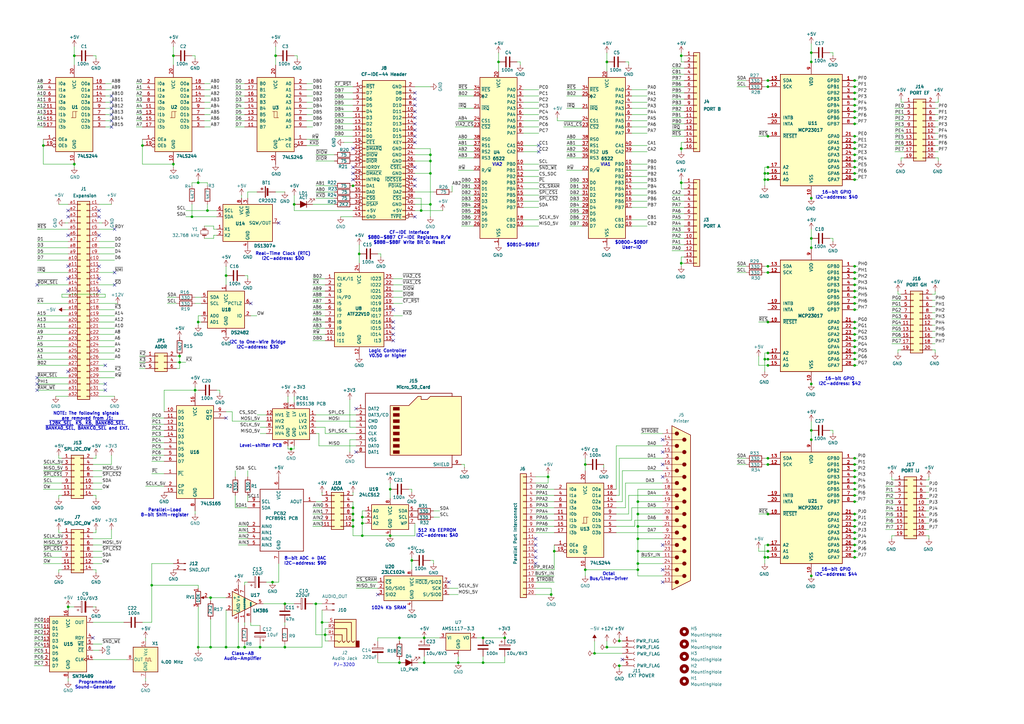
<source format=kicad_sch>
(kicad_sch (version 20231120) (generator "eeschema") (generator_version "8.0")
  (paper "A3")
  (title_block (title "JC2 - IO2 Board") (date "2025-05-11") (rev "V4.1") (comment 1 "Original Design: Jörg Walke, Apteryx Software Research") (comment 2 "This KiCad version: Emile"))
  (lib_symbols
    (symbol "65xx-library:6522"
      (property "Reference" "U" (at 2.54 38.1 0))
      (property "Value" "6522" (at 2.54 35.56 0))
      (symbol "6522_1_1"
        (pin power_in line (at 0 -35.56 90) (length 2.54) (name "VSS") (number "1"))
        (pin bidirectional line (at 10.16 -2.54 180) (length 2.54) (name "PB0") (number "10"))
        (pin bidirectional line (at 10.16 -5.08 180) (length 2.54) (name "PB1") (number "11"))
        (pin bidirectional line (at 10.16 -7.62 180) (length 2.54) (name "PB2") (number "12"))
        (pin bidirectional line (at 10.16 -10.16 180) (length 2.54) (name "PB3") (number "13"))
        (pin bidirectional line (at 10.16 -12.7 180) (length 2.54) (name "PB4") (number "14"))
        (pin bidirectional line (at 10.16 -15.24 180) (length 2.54) (name "PB5") (number "15"))
        (pin bidirectional line (at 10.16 -17.78 180) (length 2.54) (name "PB6") (number "16"))
        (pin bidirectional line (at 10.16 -20.32 180) (length 2.54) (name "PB7") (number "17"))
        (pin input line (at 10.16 -25.4 180) (length 2.54) (name "CB1") (number "18"))
        (pin bidirectional line (at 10.16 -27.94 180) (length 2.54) (name "CB2") (number "19"))
        (pin bidirectional line (at 10.16 27.94 180) (length 2.54) (name "PA0") (number "2"))
        (pin power_in line (at 0 35.56 270) (length 2.54) (name "VCC") (number "20"))
        (pin open_collector line (at -10.16 20.32 0) (length 2.54) (name "~{IRQ}") (number "21"))
        (pin input line (at -10.16 -5.08 0) (length 2.54) (name "R/~{W}") (number "22"))
        (pin input line (at -10.16 12.7 0) (length 2.54) (name "~{CS2}") (number "23"))
        (pin input line (at -10.16 15.24 0) (length 2.54) (name "CS1") (number "24"))
        (pin input clock (at -10.16 25.4 0) (length 2.54) (name "ϕ2") (number "25"))
        (pin bidirectional line (at -10.16 -27.94 0) (length 2.54) (name "D7") (number "26"))
        (pin bidirectional line (at -10.16 -25.4 0) (length 2.54) (name "D6") (number "27"))
        (pin bidirectional line (at -10.16 -22.86 0) (length 2.54) (name "D5") (number "28"))
        (pin bidirectional line (at -10.16 -20.32 0) (length 2.54) (name "D4") (number "29"))
        (pin bidirectional line (at 10.16 25.4 180) (length 2.54) (name "PA1") (number "3"))
        (pin bidirectional line (at -10.16 -17.78 0) (length 2.54) (name "D3") (number "30"))
        (pin bidirectional line (at -10.16 -15.24 0) (length 2.54) (name "D2") (number "31"))
        (pin bidirectional line (at -10.16 -12.7 0) (length 2.54) (name "D1") (number "32"))
        (pin bidirectional line (at -10.16 -10.16 0) (length 2.54) (name "D0") (number "33"))
        (pin input line (at -10.16 27.94 0) (length 2.54) (name "~{RES}") (number "34"))
        (pin input line (at -10.16 0 0) (length 2.54) (name "RS3") (number "35"))
        (pin input line (at -10.16 2.54 0) (length 2.54) (name "RS2") (number "36"))
        (pin input line (at -10.16 5.08 0) (length 2.54) (name "RS1") (number "37"))
        (pin input line (at -10.16 7.62 0) (length 2.54) (name "RS0") (number "38"))
        (pin bidirectional line (at 10.16 2.54 180) (length 2.54) (name "CA2") (number "39"))
        (pin bidirectional line (at 10.16 22.86 180) (length 2.54) (name "PA2") (number "4"))
        (pin input line (at 10.16 5.08 180) (length 2.54) (name "CA1") (number "40"))
        (pin bidirectional line (at 10.16 20.32 180) (length 2.54) (name "PA3") (number "5"))
        (pin bidirectional line (at 10.16 17.78 180) (length 2.54) (name "PA4") (number "6"))
        (pin bidirectional line (at 10.16 15.24 180) (length 2.54) (name "PA5") (number "7"))
        (pin bidirectional line (at 10.16 12.7 180) (length 2.54) (name "PA6") (number "8"))
        (pin bidirectional line (at 10.16 10.16 180) (length 2.54) (name "PA7") (number "9"))
      )
    )
    (symbol "74xx:74LS165"
      (property "Reference" "U" (at -7.62 19.05 0))
      (property "Value" "74LS165" (at -7.62 -21.59 0))
      (symbol "74LS165_1_0"
        (pin input line (at -12.7 -10.16 0) (length 5.08) (name "~{PL}") (number "1"))
        (pin input line (at -12.7 15.24 0) (length 5.08) (name "DS") (number "10"))
        (pin input line (at -12.7 12.7 0) (length 5.08) (name "D0") (number "11"))
        (pin input line (at -12.7 10.16 0) (length 5.08) (name "D1") (number "12"))
        (pin input line (at -12.7 7.62 0) (length 5.08) (name "D2") (number "13"))
        (pin input line (at -12.7 5.08 0) (length 5.08) (name "D3") (number "14"))
        (pin input line (at -12.7 -17.78 0) (length 5.08) (name "~{CE}") (number "15"))
        (pin power_in line (at 0 22.86 270) (length 5.08) (name "VCC") (number "16"))
        (pin input line (at -12.7 -15.24 0) (length 5.08) (name "CP") (number "2"))
        (pin input line (at -12.7 2.54 0) (length 5.08) (name "D4") (number "3"))
        (pin input line (at -12.7 0 0) (length 5.08) (name "D5") (number "4"))
        (pin input line (at -12.7 -2.54 0) (length 5.08) (name "D6") (number "5"))
        (pin input line (at -12.7 -5.08 0) (length 5.08) (name "D7") (number "6"))
        (pin output line (at 12.7 12.7 180) (length 5.08) (name "~{Q7}") (number "7"))
        (pin power_in line (at 0 -25.4 90) (length 5.08) (name "GND") (number "8"))
        (pin output line (at 12.7 15.24 180) (length 5.08) (name "Q7") (number "9"))
      )
    )
    (symbol "74xx:74LS244" (pin_names (offset 1.016))
      (property "Reference" "U" (at -7.62 16.51 0))
      (property "Value" "74LS244" (at -7.62 -16.51 0))
      (symbol "74LS244_1_0"
        (pin input inverted (at -12.7 -10.16 0) (length 5.08) (name "OEa") (number "1"))
        (pin power_in line (at 0 -20.32 90) (length 5.08) (name "GND") (number "10"))
        (pin input line (at -12.7 2.54 0) (length 5.08) (name "I0b") (number "11"))
        (pin tri_state line (at 12.7 5.08 180) (length 5.08) (name "O3a") (number "12"))
        (pin input line (at -12.7 0 0) (length 5.08) (name "I1b") (number "13"))
        (pin tri_state line (at 12.7 7.62 180) (length 5.08) (name "O2a") (number "14"))
        (pin input line (at -12.7 -2.54 0) (length 5.08) (name "I2b") (number "15"))
        (pin tri_state line (at 12.7 10.16 180) (length 5.08) (name "O1a") (number "16"))
        (pin input line (at -12.7 -5.08 0) (length 5.08) (name "I3b") (number "17"))
        (pin tri_state line (at 12.7 12.7 180) (length 5.08) (name "O0a") (number "18"))
        (pin input inverted (at -12.7 -12.7 0) (length 5.08) (name "OEb") (number "19"))
        (pin input line (at -12.7 12.7 0) (length 5.08) (name "I0a") (number "2"))
        (pin power_in line (at 0 20.32 270) (length 5.08) (name "VCC") (number "20"))
        (pin tri_state line (at 12.7 -5.08 180) (length 5.08) (name "O3b") (number "3"))
        (pin input line (at -12.7 10.16 0) (length 5.08) (name "I1a") (number "4"))
        (pin tri_state line (at 12.7 -2.54 180) (length 5.08) (name "O2b") (number "5"))
        (pin input line (at -12.7 7.62 0) (length 5.08) (name "I2a") (number "6"))
        (pin tri_state line (at 12.7 0 180) (length 5.08) (name "O1b") (number "7"))
        (pin input line (at -12.7 5.08 0) (length 5.08) (name "I3a") (number "8"))
        (pin tri_state line (at 12.7 2.54 180) (length 5.08) (name "O0b") (number "9"))
      )
    )
    (symbol "74xx:74LS245" (pin_names (offset 1.016))
      (property "Reference" "U" (at -7.62 16.51 0))
      (property "Value" "74LS245" (at -7.62 -16.51 0))
      (symbol "74LS245_1_0"
        (pin input line (at -12.7 -10.16 0) (length 5.08) (name "A->B") (number "1"))
        (pin power_in line (at 0 -20.32 90) (length 5.08) (name "GND") (number "10"))
        (pin tri_state line (at 12.7 -5.08 180) (length 5.08) (name "B7") (number "11"))
        (pin tri_state line (at 12.7 -2.54 180) (length 5.08) (name "B6") (number "12"))
        (pin tri_state line (at 12.7 0 180) (length 5.08) (name "B5") (number "13"))
        (pin tri_state line (at 12.7 2.54 180) (length 5.08) (name "B4") (number "14"))
        (pin tri_state line (at 12.7 5.08 180) (length 5.08) (name "B3") (number "15"))
        (pin tri_state line (at 12.7 7.62 180) (length 5.08) (name "B2") (number "16"))
        (pin tri_state line (at 12.7 10.16 180) (length 5.08) (name "B1") (number "17"))
        (pin tri_state line (at 12.7 12.7 180) (length 5.08) (name "B0") (number "18"))
        (pin input inverted (at -12.7 -12.7 0) (length 5.08) (name "CE") (number "19"))
        (pin tri_state line (at -12.7 12.7 0) (length 5.08) (name "A0") (number "2"))
        (pin power_in line (at 0 20.32 270) (length 5.08) (name "VCC") (number "20"))
        (pin tri_state line (at -12.7 10.16 0) (length 5.08) (name "A1") (number "3"))
        (pin tri_state line (at -12.7 7.62 0) (length 5.08) (name "A2") (number "4"))
        (pin tri_state line (at -12.7 5.08 0) (length 5.08) (name "A3") (number "5"))
        (pin tri_state line (at -12.7 2.54 0) (length 5.08) (name "A4") (number "6"))
        (pin tri_state line (at -12.7 0 0) (length 5.08) (name "A5") (number "7"))
        (pin tri_state line (at -12.7 -2.54 0) (length 5.08) (name "A6") (number "8"))
        (pin tri_state line (at -12.7 -5.08 0) (length 5.08) (name "A7") (number "9"))
      )
    )
    (symbol "Amplifier_Audio:LM386" (pin_names (offset 0.127))
      (property "Reference" "U" (at 1.27 7.62 0))
      (property "Value" "LM386" (at 1.27 5.08 0))
      (symbol "LM386_1_1"
        (pin input line (at 0 -7.62 90) (length 5.08) (name "GAIN") (number "1"))
        (pin input line (at -7.62 -2.54 0) (length 2.54) (name "-") (number "2"))
        (pin input line (at -7.62 2.54 0) (length 2.54) (name "+") (number "3"))
        (pin power_in line (at -2.54 -7.62 90) (length 3.81) (name "GND") (number "4"))
        (pin output line (at 7.62 0 180) (length 2.54) (name "~") (number "5"))
        (pin power_in line (at -2.54 7.62 270) (length 3.81) (name "V+") (number "6"))
        (pin input line (at 0 7.62 270) (length 5.08) (name "BYPASS") (number "7"))
        (pin input line (at 2.54 -7.62 90) (length 6.35) (name "GAIN") (number "8"))
      )
    )
    (symbol "Connector:Conn_01x02_Pin" (pin_names (offset 1.016) hide)
      (property "Reference" "J" (at 0 2.54 0))
      (property "Value" "Conn_01x02_Pin" (at 0 -5.08 0))
      (symbol "Conn_01x02_Pin_1_1"
        (pin passive line (at 5.08 0 180) (length 3.81) (name "Pin_1") (number "1"))
        (pin passive line (at 5.08 -2.54 180) (length 3.81) (name "Pin_2") (number "2"))
      )
    )
    (symbol "Connector:Conn_01x05_Socket" (pin_names (offset 1.016) hide)
      (property "Reference" "J" (at 0 7.62 0))
      (property "Value" "Conn_01x05_Socket" (at 0 -7.62 0))
      (symbol "Conn_01x05_Socket_1_1"
        (pin passive line (at -5.08 5.08 0) (length 3.81) (name "Pin_1") (number "1"))
        (pin passive line (at -5.08 2.54 0) (length 3.81) (name "Pin_2") (number "2"))
        (pin passive line (at -5.08 0 0) (length 3.81) (name "Pin_3") (number "3"))
        (pin passive line (at -5.08 -2.54 0) (length 3.81) (name "Pin_4") (number "4"))
        (pin passive line (at -5.08 -5.08 0) (length 3.81) (name "Pin_5") (number "5"))
      )
    )
    (symbol "Connector:DB25_Plug" (pin_names (offset 1.016) hide)
      (property "Reference" "J" (at 0 34.29 0))
      (property "Value" "DB25_Plug" (at 0 -34.925 0))
      (symbol "DB25_Plug_1_1"
        (pin passive line (at -7.62 -30.48 0) (length 3.81) (name "1") (number "1"))
        (pin passive line (at -7.62 15.24 0) (length 3.81) (name "10") (number "10"))
        (pin passive line (at -7.62 20.32 0) (length 3.81) (name "11") (number "11"))
        (pin passive line (at -7.62 25.4 0) (length 3.81) (name "12") (number "12"))
        (pin passive line (at -7.62 30.48 0) (length 3.81) (name "13") (number "13"))
        (pin passive line (at -7.62 -27.94 0) (length 3.81) (name "P14") (number "14"))
        (pin passive line (at -7.62 -22.86 0) (length 3.81) (name "P15") (number "15"))
        (pin passive line (at -7.62 -17.78 0) (length 3.81) (name "P16") (number "16"))
        (pin passive line (at -7.62 -12.7 0) (length 3.81) (name "P17") (number "17"))
        (pin passive line (at -7.62 -7.62 0) (length 3.81) (name "P18") (number "18"))
        (pin passive line (at -7.62 -2.54 0) (length 3.81) (name "P19") (number "19"))
        (pin passive line (at -7.62 -25.4 0) (length 3.81) (name "2") (number "2"))
        (pin passive line (at -7.62 2.54 0) (length 3.81) (name "P20") (number "20"))
        (pin passive line (at -7.62 7.62 0) (length 3.81) (name "P21") (number "21"))
        (pin passive line (at -7.62 12.7 0) (length 3.81) (name "P22") (number "22"))
        (pin passive line (at -7.62 17.78 0) (length 3.81) (name "P23") (number "23"))
        (pin passive line (at -7.62 22.86 0) (length 3.81) (name "P24") (number "24"))
        (pin passive line (at -7.62 27.94 0) (length 3.81) (name "P25") (number "25"))
        (pin passive line (at -7.62 -20.32 0) (length 3.81) (name "3") (number "3"))
        (pin passive line (at -7.62 -15.24 0) (length 3.81) (name "4") (number "4"))
        (pin passive line (at -7.62 -10.16 0) (length 3.81) (name "5") (number "5"))
        (pin passive line (at -7.62 -5.08 0) (length 3.81) (name "6") (number "6"))
        (pin passive line (at -7.62 0 0) (length 3.81) (name "7") (number "7"))
        (pin passive line (at -7.62 5.08 0) (length 3.81) (name "8") (number "8"))
        (pin passive line (at -7.62 10.16 0) (length 3.81) (name "9") (number "9"))
      )
    )
    (symbol "Connector:DIN41612_02x32_AC" (pin_names (offset 1.016) hide)
      (property "Reference" "J" (at 1.27 40.64 0))
      (property "Value" "DIN41612_02x32_AC" (at 1.27 -43.18 0))
      (symbol "DIN41612_02x32_AC_1_1"
        (pin passive line (at -5.08 38.1 0) (length 3.81) (name "Pin_a1") (number "a1"))
        (pin passive line (at -5.08 15.24 0) (length 3.81) (name "Pin_a10") (number "a10"))
        (pin passive line (at -5.08 12.7 0) (length 3.81) (name "Pin_a11") (number "a11"))
        (pin passive line (at -5.08 10.16 0) (length 3.81) (name "Pin_a12") (number "a12"))
        (pin passive line (at -5.08 7.62 0) (length 3.81) (name "Pin_a13") (number "a13"))
        (pin passive line (at -5.08 5.08 0) (length 3.81) (name "Pin_a14") (number "a14"))
        (pin passive line (at -5.08 2.54 0) (length 3.81) (name "Pin_a15") (number "a15"))
        (pin passive line (at -5.08 0 0) (length 3.81) (name "Pin_a16") (number "a16"))
        (pin passive line (at -5.08 -2.54 0) (length 3.81) (name "Pin_a17") (number "a17"))
        (pin passive line (at -5.08 -5.08 0) (length 3.81) (name "Pin_a18") (number "a18"))
        (pin passive line (at -5.08 -7.62 0) (length 3.81) (name "Pin_a19") (number "a19"))
        (pin passive line (at -5.08 35.56 0) (length 3.81) (name "Pin_a2") (number "a2"))
        (pin passive line (at -5.08 -10.16 0) (length 3.81) (name "Pin_a20") (number "a20"))
        (pin passive line (at -5.08 -12.7 0) (length 3.81) (name "Pin_a21") (number "a21"))
        (pin passive line (at -5.08 -15.24 0) (length 3.81) (name "Pin_a22") (number "a22"))
        (pin passive line (at -5.08 -17.78 0) (length 3.81) (name "Pin_a23") (number "a23"))
        (pin passive line (at -5.08 -20.32 0) (length 3.81) (name "Pin_a24") (number "a24"))
        (pin passive line (at -5.08 -22.86 0) (length 3.81) (name "Pin_a25") (number "a25"))
        (pin passive line (at -5.08 -25.4 0) (length 3.81) (name "Pin_a26") (number "a26"))
        (pin passive line (at -5.08 -27.94 0) (length 3.81) (name "Pin_a27") (number "a27"))
        (pin passive line (at -5.08 -30.48 0) (length 3.81) (name "Pin_a28") (number "a28"))
        (pin passive line (at -5.08 -33.02 0) (length 3.81) (name "Pin_a29") (number "a29"))
        (pin passive line (at -5.08 33.02 0) (length 3.81) (name "Pin_a3") (number "a3"))
        (pin passive line (at -5.08 -35.56 0) (length 3.81) (name "Pin_a30") (number "a30"))
        (pin passive line (at -5.08 -38.1 0) (length 3.81) (name "Pin_a31") (number "a31"))
        (pin passive line (at -5.08 -40.64 0) (length 3.81) (name "Pin_a32") (number "a32"))
        (pin passive line (at -5.08 30.48 0) (length 3.81) (name "Pin_a4") (number "a4"))
        (pin passive line (at -5.08 27.94 0) (length 3.81) (name "Pin_a5") (number "a5"))
        (pin passive line (at -5.08 25.4 0) (length 3.81) (name "Pin_a6") (number "a6"))
        (pin passive line (at -5.08 22.86 0) (length 3.81) (name "Pin_a7") (number "a7"))
        (pin passive line (at -5.08 20.32 0) (length 3.81) (name "Pin_a8") (number "a8"))
        (pin passive line (at -5.08 17.78 0) (length 3.81) (name "Pin_a9") (number "a9"))
        (pin passive line (at 7.62 38.1 180) (length 3.81) (name "Pin_c1") (number "c1"))
        (pin passive line (at 7.62 15.24 180) (length 3.81) (name "Pin_c10") (number "c10"))
        (pin passive line (at 7.62 12.7 180) (length 3.81) (name "Pin_c11") (number "c11"))
        (pin passive line (at 7.62 10.16 180) (length 3.81) (name "Pin_c12") (number "c12"))
        (pin passive line (at 7.62 7.62 180) (length 3.81) (name "Pin_c13") (number "c13"))
        (pin passive line (at 7.62 5.08 180) (length 3.81) (name "Pin_c14") (number "c14"))
        (pin passive line (at 7.62 2.54 180) (length 3.81) (name "Pin_c15") (number "c15"))
        (pin passive line (at 7.62 0 180) (length 3.81) (name "Pin_c16") (number "c16"))
        (pin passive line (at 7.62 -2.54 180) (length 3.81) (name "Pin_c17") (number "c17"))
        (pin passive line (at 7.62 -5.08 180) (length 3.81) (name "Pin_c18") (number "c18"))
        (pin passive line (at 7.62 -7.62 180) (length 3.81) (name "Pin_c19") (number "c19"))
        (pin passive line (at 7.62 35.56 180) (length 3.81) (name "Pin_c2") (number "c2"))
        (pin passive line (at 7.62 -10.16 180) (length 3.81) (name "Pin_c20") (number "c20"))
        (pin passive line (at 7.62 -12.7 180) (length 3.81) (name "Pin_c21") (number "c21"))
        (pin passive line (at 7.62 -15.24 180) (length 3.81) (name "Pin_c22") (number "c22"))
        (pin passive line (at 7.62 -17.78 180) (length 3.81) (name "Pin_c23") (number "c23"))
        (pin passive line (at 7.62 -20.32 180) (length 3.81) (name "Pin_c24") (number "c24"))
        (pin passive line (at 7.62 -22.86 180) (length 3.81) (name "Pin_c25") (number "c25"))
        (pin passive line (at 7.62 -25.4 180) (length 3.81) (name "Pin_c26") (number "c26"))
        (pin passive line (at 7.62 -27.94 180) (length 3.81) (name "Pin_c27") (number "c27"))
        (pin passive line (at 7.62 -30.48 180) (length 3.81) (name "Pin_c28") (number "c28"))
        (pin passive line (at 7.62 -33.02 180) (length 3.81) (name "Pin_c29") (number "c29"))
        (pin passive line (at 7.62 33.02 180) (length 3.81) (name "Pin_c3") (number "c3"))
        (pin passive line (at 7.62 -35.56 180) (length 3.81) (name "Pin_c30") (number "c30"))
        (pin passive line (at 7.62 -38.1 180) (length 3.81) (name "Pin_c31") (number "c31"))
        (pin passive line (at 7.62 -40.64 180) (length 3.81) (name "Pin_c32") (number "c32"))
        (pin passive line (at 7.62 30.48 180) (length 3.81) (name "Pin_c4") (number "c4"))
        (pin passive line (at 7.62 27.94 180) (length 3.81) (name "Pin_c5") (number "c5"))
        (pin passive line (at 7.62 25.4 180) (length 3.81) (name "Pin_c6") (number "c6"))
        (pin passive line (at 7.62 22.86 180) (length 3.81) (name "Pin_c7") (number "c7"))
        (pin passive line (at 7.62 20.32 180) (length 3.81) (name "Pin_c8") (number "c8"))
        (pin passive line (at 7.62 17.78 180) (length 3.81) (name "Pin_c9") (number "c9"))
      )
    )
    (symbol "Connector:Micro_SD_Card" (pin_names (offset 1.016))
      (property "Reference" "J" (at -16.51 15.24 0))
      (property "Value" "Micro_SD_Card" (at 16.51 15.24 0))
      (symbol "Micro_SD_Card_1_1"
        (pin bidirectional line (at -22.86 7.62 0) (length 3.81) (name "DAT2") (number "1"))
        (pin bidirectional line (at -22.86 5.08 0) (length 3.81) (name "DAT3/CD") (number "2"))
        (pin input line (at -22.86 2.54 0) (length 3.81) (name "CMD") (number "3"))
        (pin power_in line (at -22.86 0 0) (length 3.81) (name "VDD") (number "4"))
        (pin input line (at -22.86 -2.54 0) (length 3.81) (name "CLK") (number "5"))
        (pin power_in line (at -22.86 -5.08 0) (length 3.81) (name "VSS") (number "6"))
        (pin bidirectional line (at -22.86 -7.62 0) (length 3.81) (name "DAT0") (number "7"))
        (pin bidirectional line (at -22.86 -10.16 0) (length 3.81) (name "DAT1") (number "8"))
        (pin passive line (at 20.32 -15.24 180) (length 3.81) (name "SHIELD") (number "9"))
      )
    )
    (symbol "Connector_Audio:AudioJack4"
      (property "Reference" "J" (at 0 8.89 0))
      (property "Value" "AudioJack4" (at 0 6.35 0))
      (symbol "AudioJack4_1_1"
        (pin passive line (at 5.08 -2.54 180) (length 2.54) (name "~") (number "R1"))
        (pin passive line (at 5.08 0 180) (length 2.54) (name "~") (number "R2"))
        (pin passive line (at 5.08 2.54 180) (length 2.54) (name "~") (number "S"))
        (pin passive line (at 5.08 -5.08 180) (length 2.54) (name "~") (number "T"))
      )
    )
    (symbol "Connector_Generic:Conn_01x14" (pin_names (offset 1.016) hide)
      (property "Reference" "J" (at 0 17.78 0))
      (property "Value" "Conn_01x14" (at 0 -20.32 0))
      (symbol "Conn_01x14_1_1"
        (pin passive line (at -5.08 15.24 0) (length 3.81) (name "Pin_1") (number "1"))
        (pin passive line (at -5.08 -7.62 0) (length 3.81) (name "Pin_10") (number "10"))
        (pin passive line (at -5.08 -10.16 0) (length 3.81) (name "Pin_11") (number "11"))
        (pin passive line (at -5.08 -12.7 0) (length 3.81) (name "Pin_12") (number "12"))
        (pin passive line (at -5.08 -15.24 0) (length 3.81) (name "Pin_13") (number "13"))
        (pin passive line (at -5.08 -17.78 0) (length 3.81) (name "Pin_14") (number "14"))
        (pin passive line (at -5.08 12.7 0) (length 3.81) (name "Pin_2") (number "2"))
        (pin passive line (at -5.08 10.16 0) (length 3.81) (name "Pin_3") (number "3"))
        (pin passive line (at -5.08 7.62 0) (length 3.81) (name "Pin_4") (number "4"))
        (pin passive line (at -5.08 5.08 0) (length 3.81) (name "Pin_5") (number "5"))
        (pin passive line (at -5.08 2.54 0) (length 3.81) (name "Pin_6") (number "6"))
        (pin passive line (at -5.08 0 0) (length 3.81) (name "Pin_7") (number "7"))
        (pin passive line (at -5.08 -2.54 0) (length 3.81) (name "Pin_8") (number "8"))
        (pin passive line (at -5.08 -5.08 0) (length 3.81) (name "Pin_9") (number "9"))
      )
    )
    (symbol "Connector_Generic:Conn_01x16" (pin_names (offset 1.016) hide)
      (property "Reference" "J" (at 0 20.32 0))
      (property "Value" "Conn_01x16" (at 0 -22.86 0))
      (symbol "Conn_01x16_1_1"
        (pin passive line (at -5.08 17.78 0) (length 3.81) (name "Pin_1") (number "1"))
        (pin passive line (at -5.08 -5.08 0) (length 3.81) (name "Pin_10") (number "10"))
        (pin passive line (at -5.08 -7.62 0) (length 3.81) (name "Pin_11") (number "11"))
        (pin passive line (at -5.08 -10.16 0) (length 3.81) (name "Pin_12") (number "12"))
        (pin passive line (at -5.08 -12.7 0) (length 3.81) (name "Pin_13") (number "13"))
        (pin passive line (at -5.08 -15.24 0) (length 3.81) (name "Pin_14") (number "14"))
        (pin passive line (at -5.08 -17.78 0) (length 3.81) (name "Pin_15") (number "15"))
        (pin passive line (at -5.08 -20.32 0) (length 3.81) (name "Pin_16") (number "16"))
        (pin passive line (at -5.08 15.24 0) (length 3.81) (name "Pin_2") (number "2"))
        (pin passive line (at -5.08 12.7 0) (length 3.81) (name "Pin_3") (number "3"))
        (pin passive line (at -5.08 10.16 0) (length 3.81) (name "Pin_4") (number "4"))
        (pin passive line (at -5.08 7.62 0) (length 3.81) (name "Pin_5") (number "5"))
        (pin passive line (at -5.08 5.08 0) (length 3.81) (name "Pin_6") (number "6"))
        (pin passive line (at -5.08 2.54 0) (length 3.81) (name "Pin_7") (number "7"))
        (pin passive line (at -5.08 0 0) (length 3.81) (name "Pin_8") (number "8"))
        (pin passive line (at -5.08 -2.54 0) (length 3.81) (name "Pin_9") (number "9"))
      )
    )
    (symbol "Connector_Generic:Conn_01x20" (pin_names (offset 1.016) hide)
      (property "Reference" "J" (at 0 25.4 0))
      (property "Value" "Conn_01x20" (at 0 -27.94 0))
      (symbol "Conn_01x20_1_1"
        (pin passive line (at -5.08 22.86 0) (length 3.81) (name "Pin_1") (number "1"))
        (pin passive line (at -5.08 0 0) (length 3.81) (name "Pin_10") (number "10"))
        (pin passive line (at -5.08 -2.54 0) (length 3.81) (name "Pin_11") (number "11"))
        (pin passive line (at -5.08 -5.08 0) (length 3.81) (name "Pin_12") (number "12"))
        (pin passive line (at -5.08 -7.62 0) (length 3.81) (name "Pin_13") (number "13"))
        (pin passive line (at -5.08 -10.16 0) (length 3.81) (name "Pin_14") (number "14"))
        (pin passive line (at -5.08 -12.7 0) (length 3.81) (name "Pin_15") (number "15"))
        (pin passive line (at -5.08 -15.24 0) (length 3.81) (name "Pin_16") (number "16"))
        (pin passive line (at -5.08 -17.78 0) (length 3.81) (name "Pin_17") (number "17"))
        (pin passive line (at -5.08 -20.32 0) (length 3.81) (name "Pin_18") (number "18"))
        (pin passive line (at -5.08 -22.86 0) (length 3.81) (name "Pin_19") (number "19"))
        (pin passive line (at -5.08 20.32 0) (length 3.81) (name "Pin_2") (number "2"))
        (pin passive line (at -5.08 -25.4 0) (length 3.81) (name "Pin_20") (number "20"))
        (pin passive line (at -5.08 17.78 0) (length 3.81) (name "Pin_3") (number "3"))
        (pin passive line (at -5.08 15.24 0) (length 3.81) (name "Pin_4") (number "4"))
        (pin passive line (at -5.08 12.7 0) (length 3.81) (name "Pin_5") (number "5"))
        (pin passive line (at -5.08 10.16 0) (length 3.81) (name "Pin_6") (number "6"))
        (pin passive line (at -5.08 7.62 0) (length 3.81) (name "Pin_7") (number "7"))
        (pin passive line (at -5.08 5.08 0) (length 3.81) (name "Pin_8") (number "8"))
        (pin passive line (at -5.08 2.54 0) (length 3.81) (name "Pin_9") (number "9"))
      )
    )
    (symbol "Connector_Generic:Conn_02x03_Odd_Even" (pin_names (offset 1.016) hide)
      (property "Reference" "J" (at 1.27 5.08 0))
      (property "Value" "Conn_02x03_Odd_Even" (at 1.27 -5.08 0))
      (symbol "Conn_02x03_Odd_Even_1_1"
        (pin passive line (at -5.08 2.54 0) (length 3.81) (name "Pin_1") (number "1"))
        (pin passive line (at 7.62 2.54 180) (length 3.81) (name "Pin_2") (number "2"))
        (pin passive line (at -5.08 0 0) (length 3.81) (name "Pin_3") (number "3"))
        (pin passive line (at 7.62 0 180) (length 3.81) (name "Pin_4") (number "4"))
        (pin passive line (at -5.08 -2.54 0) (length 3.81) (name "Pin_5") (number "5"))
        (pin passive line (at 7.62 -2.54 180) (length 3.81) (name "Pin_6") (number "6"))
      )
    )
    (symbol "Connector_Generic:Conn_02x06_Odd_Even" (pin_names (offset 1.016) hide)
      (property "Reference" "J" (at 1.27 7.62 0))
      (property "Value" "Conn_02x06_Odd_Even" (at 1.27 -10.16 0))
      (symbol "Conn_02x06_Odd_Even_1_1"
        (pin passive line (at -5.08 5.08 0) (length 3.81) (name "Pin_1") (number "1"))
        (pin passive line (at 7.62 -5.08 180) (length 3.81) (name "Pin_10") (number "10"))
        (pin passive line (at -5.08 -7.62 0) (length 3.81) (name "Pin_11") (number "11"))
        (pin passive line (at 7.62 -7.62 180) (length 3.81) (name "Pin_12") (number "12"))
        (pin passive line (at 7.62 5.08 180) (length 3.81) (name "Pin_2") (number "2"))
        (pin passive line (at -5.08 2.54 0) (length 3.81) (name "Pin_3") (number "3"))
        (pin passive line (at 7.62 2.54 180) (length 3.81) (name "Pin_4") (number "4"))
        (pin passive line (at -5.08 0 0) (length 3.81) (name "Pin_5") (number "5"))
        (pin passive line (at 7.62 0 180) (length 3.81) (name "Pin_6") (number "6"))
        (pin passive line (at -5.08 -2.54 0) (length 3.81) (name "Pin_7") (number "7"))
        (pin passive line (at 7.62 -2.54 180) (length 3.81) (name "Pin_8") (number "8"))
        (pin passive line (at -5.08 -5.08 0) (length 3.81) (name "Pin_9") (number "9"))
      )
    )
    (symbol "Connector_Generic:Conn_02x07_Odd_Even" (pin_names (offset 1.016) hide)
      (property "Reference" "J" (at 1.27 10.16 0))
      (property "Value" "Conn_02x07_Odd_Even" (at 1.27 -10.16 0))
      (symbol "Conn_02x07_Odd_Even_1_1"
        (pin passive line (at -5.08 7.62 0) (length 3.81) (name "Pin_1") (number "1"))
        (pin passive line (at 7.62 -2.54 180) (length 3.81) (name "Pin_10") (number "10"))
        (pin passive line (at -5.08 -5.08 0) (length 3.81) (name "Pin_11") (number "11"))
        (pin passive line (at 7.62 -5.08 180) (length 3.81) (name "Pin_12") (number "12"))
        (pin passive line (at -5.08 -7.62 0) (length 3.81) (name "Pin_13") (number "13"))
        (pin passive line (at 7.62 -7.62 180) (length 3.81) (name "Pin_14") (number "14"))
        (pin passive line (at 7.62 7.62 180) (length 3.81) (name "Pin_2") (number "2"))
        (pin passive line (at -5.08 5.08 0) (length 3.81) (name "Pin_3") (number "3"))
        (pin passive line (at 7.62 5.08 180) (length 3.81) (name "Pin_4") (number "4"))
        (pin passive line (at -5.08 2.54 0) (length 3.81) (name "Pin_5") (number "5"))
        (pin passive line (at 7.62 2.54 180) (length 3.81) (name "Pin_6") (number "6"))
        (pin passive line (at -5.08 0 0) (length 3.81) (name "Pin_7") (number "7"))
        (pin passive line (at 7.62 0 180) (length 3.81) (name "Pin_8") (number "8"))
        (pin passive line (at -5.08 -2.54 0) (length 3.81) (name "Pin_9") (number "9"))
      )
    )
    (symbol "Connector_Generic:Conn_02x10_Odd_Even" (pin_names (offset 1.016) hide)
      (property "Reference" "J" (at 1.27 12.7 0))
      (property "Value" "Conn_02x10_Odd_Even" (at 1.27 -15.24 0))
      (symbol "Conn_02x10_Odd_Even_1_1"
        (pin passive line (at -5.08 10.16 0) (length 3.81) (name "Pin_1") (number "1"))
        (pin passive line (at 7.62 0 180) (length 3.81) (name "Pin_10") (number "10"))
        (pin passive line (at -5.08 -2.54 0) (length 3.81) (name "Pin_11") (number "11"))
        (pin passive line (at 7.62 -2.54 180) (length 3.81) (name "Pin_12") (number "12"))
        (pin passive line (at -5.08 -5.08 0) (length 3.81) (name "Pin_13") (number "13"))
        (pin passive line (at 7.62 -5.08 180) (length 3.81) (name "Pin_14") (number "14"))
        (pin passive line (at -5.08 -7.62 0) (length 3.81) (name "Pin_15") (number "15"))
        (pin passive line (at 7.62 -7.62 180) (length 3.81) (name "Pin_16") (number "16"))
        (pin passive line (at -5.08 -10.16 0) (length 3.81) (name "Pin_17") (number "17"))
        (pin passive line (at 7.62 -10.16 180) (length 3.81) (name "Pin_18") (number "18"))
        (pin passive line (at -5.08 -12.7 0) (length 3.81) (name "Pin_19") (number "19"))
        (pin passive line (at 7.62 10.16 180) (length 3.81) (name "Pin_2") (number "2"))
        (pin passive line (at 7.62 -12.7 180) (length 3.81) (name "Pin_20") (number "20"))
        (pin passive line (at -5.08 7.62 0) (length 3.81) (name "Pin_3") (number "3"))
        (pin passive line (at 7.62 7.62 180) (length 3.81) (name "Pin_4") (number "4"))
        (pin passive line (at -5.08 5.08 0) (length 3.81) (name "Pin_5") (number "5"))
        (pin passive line (at 7.62 5.08 180) (length 3.81) (name "Pin_6") (number "6"))
        (pin passive line (at -5.08 2.54 0) (length 3.81) (name "Pin_7") (number "7"))
        (pin passive line (at 7.62 2.54 180) (length 3.81) (name "Pin_8") (number "8"))
        (pin passive line (at -5.08 0 0) (length 3.81) (name "Pin_9") (number "9"))
      )
    )
    (symbol "Device:C" (pin_numbers hide) (pin_names (offset 0.254))
      (property "Reference" "C" (at 0.635 2.54 0))
      (property "Value" "C" (at 0.635 -2.54 0))
      (symbol "C_1_1"
        (pin passive line (at 0 3.81 270) (length 2.794) (name "~") (number "1"))
        (pin passive line (at 0 -3.81 90) (length 2.794) (name "~") (number "2"))
      )
    )
    (symbol "Device:C_Polarized" (pin_numbers hide) (pin_names (offset 0.254))
      (property "Reference" "C" (at 0.635 2.54 0))
      (property "Value" "C_Polarized" (at 0.635 -2.54 0))
      (symbol "C_Polarized_1_1"
        (pin passive line (at 0 3.81 270) (length 2.794) (name "~") (number "1"))
        (pin passive line (at 0 -3.81 90) (length 2.794) (name "~") (number "2"))
      )
    )
    (symbol "Device:Crystal_Small" (pin_numbers hide) (pin_names (offset 1.016) hide)
      (property "Reference" "Y" (at 0 2.54 0))
      (property "Value" "Crystal_Small" (at 0 -2.54 0))
      (symbol "Crystal_Small_1_1"
        (pin passive line (at -2.54 0 0) (length 1.27) (name "1") (number "1"))
        (pin passive line (at 2.54 0 180) (length 1.27) (name "2") (number "2"))
      )
    )
    (symbol "Device:LED_Filled" (pin_numbers hide) (pin_names (offset 1.016) hide)
      (property "Reference" "D" (at 0 2.54 0))
      (property "Value" "LED_Filled" (at 0 -2.54 0))
      (symbol "LED_Filled_1_1"
        (pin passive line (at -3.81 0 0) (length 2.54) (name "K") (number "1"))
        (pin passive line (at 3.81 0 180) (length 2.54) (name "A") (number "2"))
      )
    )
    (symbol "Device:R" (pin_numbers hide) (pin_names (offset 0))
      (property "Reference" "R" (at 2.032 0 90))
      (property "Value" "R" (at 0 0 90))
      (symbol "R_1_1"
        (pin passive line (at 0 3.81 270) (length 1.27) (name "~") (number "1"))
        (pin passive line (at 0 -3.81 90) (length 1.27) (name "~") (number "2"))
      )
    )
    (symbol "Device:R_Potentiometer" (pin_names (offset 1.016) hide)
      (property "Reference" "RV" (at -4.445 0 90))
      (property "Value" "R_Potentiometer" (at -2.54 0 90))
      (symbol "R_Potentiometer_1_1"
        (pin passive line (at 0 3.81 270) (length 1.27) (name "1") (number "1"))
        (pin passive line (at 3.81 0 180) (length 1.27) (name "2") (number "2"))
        (pin passive line (at 0 -3.81 90) (length 1.27) (name "3") (number "3"))
      )
    )
    (symbol "Emile_Custom:23LC1024"
      (property "Reference" "U" (at -7.112 6.604 0))
      (property "Value" "23LC1024" (at 6.35 6.35 0))
      (symbol "23LC1024_1_1"
        (pin input line (at -13.97 2.54 0) (length 2.54) (name "~{CS}") (number "1"))
        (pin bidirectional line (at -13.97 0 0) (length 2.54) (name "SO/SIO1") (number "2"))
        (pin bidirectional line (at -13.97 -2.54 0) (length 2.54) (name "SIO2") (number "3"))
        (pin power_in line (at 0 -7.62 90) (length 2.54) (name "GND") (number "4"))
        (pin input line (at 15.24 -2.54 180) (length 2.54) (name "SI/SIO0") (number "5"))
        (pin input line (at 15.24 0 180) (length 2.54) (name "SCK") (number "6"))
        (pin bidirectional line (at 15.24 2.54 180) (length 2.54) (name "~{HOLD}/SIO3") (number "7"))
        (pin power_in line (at 0 7.62 270) (length 2.54) (name "VCC") (number "8"))
      )
    )
    (symbol "Emile_Custom:ATF22V10" (pin_names (offset 1.016))
      (property "Reference" "U" (at -10.16 16.51 0))
      (property "Value" "ATF22V10" (at 2.54 16.51 0))
      (symbol "ATF22V10_1_0"
        (pin power_in line (at 0 -19.05 90) (length 3.81) (name "GND") (number "12"))
        (pin power_in line (at 0 19.05 270) (length 3.81) (name "VCC") (number "24"))
      )
      (symbol "ATF22V10_1_1"
        (pin input line (at -13.97 12.7 0) (length 3.81) (name "CLK/I1") (number "1"))
        (pin input line (at -13.97 -10.16 0) (length 3.81) (name "I10") (number "10"))
        (pin input line (at -13.97 -12.7 0) (length 3.81) (name "I11") (number "11"))
        (pin input line (at 13.97 -12.7 180) (length 3.81) (name "I13") (number "13"))
        (pin bidirectional line (at 13.97 -10.16 180) (length 3.81) (name "IO14") (number "14"))
        (pin bidirectional line (at 13.97 -7.62 180) (length 3.81) (name "IO15") (number "15"))
        (pin bidirectional line (at 13.97 -5.08 180) (length 3.81) (name "IO16") (number "16"))
        (pin bidirectional line (at 13.97 -2.54 180) (length 3.81) (name "I017") (number "17"))
        (pin bidirectional line (at 13.97 0 180) (length 3.81) (name "IO18") (number "18"))
        (pin bidirectional line (at 13.97 2.54 180) (length 3.81) (name "IO19") (number "19"))
        (pin input line (at -13.97 10.16 0) (length 3.81) (name "I2") (number "2"))
        (pin bidirectional line (at 13.97 5.08 180) (length 3.81) (name "IO20") (number "20"))
        (pin bidirectional line (at 13.97 7.62 180) (length 3.81) (name "IO21") (number "21"))
        (pin bidirectional line (at 13.97 10.16 180) (length 3.81) (name "IO22") (number "22"))
        (pin bidirectional line (at 13.97 12.7 180) (length 3.81) (name "IO23") (number "23"))
        (pin input line (at -13.97 7.62 0) (length 3.81) (name "I3") (number "3"))
        (pin input line (at -13.97 5.08 0) (length 3.81) (name "I4/PD") (number "4"))
        (pin input line (at -13.97 2.54 0) (length 3.81) (name "I5") (number "5"))
        (pin input line (at -13.97 0 0) (length 3.81) (name "I6") (number "6"))
        (pin input line (at -13.97 -2.54 0) (length 3.81) (name "I7") (number "7"))
        (pin input line (at -13.97 -5.08 0) (length 3.81) (name "I8") (number "8"))
        (pin input line (at -13.97 -7.62 0) (length 3.81) (name "I9") (number "9"))
      )
    )
    (symbol "Emile_Custom:BSS138_4X_PCB" (pin_names (offset 1.016))
      (property "Reference" "U" (at -7.62 7.62 0))
      (property "Value" "DS2482" (at 2.54 7.62 0))
      (symbol "BSS138_4X_PCB_1_1"
        (pin bidirectional line (at -10.16 3.81 0) (length 2.54) (name "LV1") (number "1"))
        (pin power_in line (at 1.27 8.89 270) (length 2.54) (name "HV") (number "10"))
        (pin bidirectional line (at 10.16 1.27 180) (length 2.54) (name "HV2") (number "11"))
        (pin bidirectional line (at 10.16 3.81 180) (length 2.54) (name "HV1") (number "12"))
        (pin bidirectional line (at -10.16 1.27 0) (length 2.54) (name "LV2") (number "2"))
        (pin power_in line (at -1.27 8.89 270) (length 2.54) (name "LV") (number "3"))
        (pin passive line (at -1.27 -8.89 90) (length 2.54) (name "GND") (number "4"))
        (pin bidirectional line (at -10.16 -1.27 0) (length 2.54) (name "LV3") (number "5"))
        (pin bidirectional line (at -10.16 -3.81 0) (length 2.54) (name "LV4") (number "6"))
        (pin bidirectional line (at 10.16 -3.81 180) (length 2.54) (name "HV4") (number "7"))
        (pin bidirectional line (at 10.16 -1.27 180) (length 2.54) (name "HV3") (number "8"))
        (pin passive line (at 1.27 -8.89 90) (length 2.54) (name "GND") (number "9"))
      )
    )
    (symbol "Emile_Custom:Battery_Cell" (pin_numbers hide) (pin_names (offset 0) hide)
      (property "Reference" "BT1" (at 4.064 1.27 90))
      (property "Value" "CR2032" (at -3.556 1.27 90))
      (symbol "Battery_Cell_1_1"
        (pin power_out line (at 0 5.08 270) (length 2.54) (name "+") (number "1"))
        (pin passive line (at 0 -2.54 90) (length 2.54) (name "-") (number "2"))
      )
    )
    (symbol "Emile_Custom:DS2482" (pin_names (offset 1.016))
      (property "Reference" "U" (at -7.62 11.43 0))
      (property "Value" "DS2482" (at 2.54 11.43 0))
      (symbol "DS2482_1_1"
        (pin power_in line (at 0 12.7 270) (length 2.54) (name "VCC") (number "1"))
        (pin bidirectional line (at 10.16 0 180) (length 2.54) (name "IO") (number "2"))
        (pin passive line (at 0 -7.62 90) (length 2.54) (name "GND") (number "3"))
        (pin bidirectional line (at -10.16 5.08 0) (length 2.54) (name "SCL") (number "4"))
        (pin bidirectional line (at -10.16 7.62 0) (length 2.54) (name "SDA") (number "5"))
        (pin output line (at 10.16 5.08 180) (length 2.54) (name "PCTLZ") (number "6"))
        (pin input line (at -10.16 -2.54 0) (length 2.54) (name "AD1") (number "7"))
        (pin input line (at -10.16 0 0) (length 2.54) (name "AD0") (number "8"))
      )
    )
    (symbol "Emile_Custom:IDE-44_Header" (pin_names (offset 1.524))
      (property "Reference" "J" (at -0.762 31.75 0))
      (property "Value" "IDE-44_Header" (at 0.254 -27.94 0))
      (symbol "IDE-44_Header_1_1"
        (pin passive inverted (at -12.7 27.94 0) (length 3.81) (name "~{RST}") (number "1"))
        (pin passive line (at 12.7 17.78 180) (length 3.81) (name "D11") (number "10"))
        (pin passive line (at -12.7 15.24 0) (length 3.81) (name "D3") (number "11"))
        (pin passive line (at 12.7 15.24 180) (length 3.81) (name "D12") (number "12"))
        (pin passive line (at -12.7 12.7 0) (length 3.81) (name "D2") (number "13"))
        (pin passive line (at 12.7 12.7 180) (length 3.81) (name "D13") (number "14"))
        (pin passive line (at -12.7 10.16 0) (length 3.81) (name "D1") (number "15"))
        (pin passive line (at 12.7 10.16 180) (length 3.81) (name "D14") (number "16"))
        (pin passive line (at -12.7 7.62 0) (length 3.81) (name "D0") (number "17"))
        (pin passive line (at 12.7 7.62 180) (length 3.81) (name "D15") (number "18"))
        (pin passive inverted (at -12.7 5.08 0) (length 3.81) (name "~{CE1}") (number "19"))
        (pin passive line (at 12.7 27.94 180) (length 3.81) (name "GND") (number "2"))
        (pin passive line (at 12.7 5.08 180) (length 3.81) (name "KEY") (number "20"))
        (pin passive inverted (at -12.7 2.54 0) (length 3.81) (name "~{DMARQ}") (number "21"))
        (pin passive line (at 12.7 2.54 180) (length 3.81) (name "GND") (number "22"))
        (pin passive inverted (at -12.7 0 0) (length 3.81) (name "~{DIOW}") (number "23"))
        (pin passive line (at 12.7 0 180) (length 3.81) (name "GND") (number "24"))
        (pin passive inverted (at -12.7 -2.54 0) (length 3.81) (name "~{DIOR}") (number "25"))
        (pin passive line (at 12.7 -2.54 180) (length 3.81) (name "GND") (number "26"))
        (pin passive line (at -12.7 -5.08 0) (length 3.81) (name "IORDY") (number "27"))
        (pin passive inverted (at 12.7 -5.08 180) (length 3.81) (name "~{CSEL}") (number "28"))
        (pin passive inverted (at -12.7 -7.62 0) (length 3.81) (name "~{DMACK}") (number "29"))
        (pin passive line (at -12.7 25.4 0) (length 3.81) (name "D7") (number "3"))
        (pin passive line (at 12.7 -7.62 180) (length 3.81) (name "GND") (number "30"))
        (pin passive line (at -12.7 -10.16 0) (length 3.81) (name "INTRQ") (number "31"))
        (pin passive inverted (at 12.7 -10.16 180) (length 3.81) (name "~{IOCS16}") (number "32"))
        (pin passive line (at -12.7 -12.7 0) (length 3.81) (name "DA1") (number "33"))
        (pin passive inverted (at 12.7 -12.7 180) (length 3.81) (name "~{PDIAG}") (number "34"))
        (pin passive line (at -12.7 -15.24 0) (length 3.81) (name "DA0") (number "35"))
        (pin passive line (at 12.7 -15.24 180) (length 3.81) (name "DA2") (number "36"))
        (pin passive inverted (at -12.7 -17.78 0) (length 3.81) (name "~{CS0}") (number "37"))
        (pin passive inverted (at 12.7 -17.78 180) (length 3.81) (name "~{CS1}") (number "38"))
        (pin passive inverted (at -12.7 -20.32 0) (length 3.81) (name "~{DSAP}") (number "39"))
        (pin passive line (at 12.7 25.4 180) (length 3.81) (name "D8") (number "4"))
        (pin passive line (at 12.7 -20.32 180) (length 3.81) (name "GND") (number "40"))
        (pin passive line (at -12.7 -22.86 0) (length 3.81) (name "+5V") (number "41"))
        (pin passive line (at 12.7 -22.86 180) (length 3.81) (name "+5V") (number "42"))
        (pin passive line (at -12.7 -25.4 0) (length 3.81) (name "GND") (number "43"))
        (pin passive inverted (at 12.7 -25.4 180) (length 3.81) (name "~{TYPE}") (number "44"))
        (pin passive line (at -12.7 22.86 0) (length 3.81) (name "D6") (number "5"))
        (pin passive line (at 12.7 22.86 180) (length 3.81) (name "D9") (number "6"))
        (pin passive line (at -12.7 20.32 0) (length 3.81) (name "D5") (number "7"))
        (pin passive line (at 12.7 20.32 180) (length 3.81) (name "D10") (number "8"))
        (pin passive line (at -12.7 17.78 0) (length 3.81) (name "D4") (number "9"))
      )
    )
    (symbol "Emile_Custom:PCF8591_PCB"
      (property "Reference" "PCB1" (at -7.62 -15.24 0))
      (property "Value" "PCF8591 PCB" (at 2.54 -15.24 0))
      (symbol "PCF8591_PCB_1_0"
        (pin output line (at 15.24 7.62 180) (length 5.08) (name "AOUT") (number "1"))
        (pin input line (at -12.7 -2.54 0) (length 5.08) (name "AIN0") (number "2"))
        (pin input line (at -12.7 -5.08 0) (length 5.08) (name "AIN1") (number "3"))
        (pin input line (at -12.7 -7.62 0) (length 5.08) (name "AIN2") (number "4"))
        (pin input line (at -12.7 -10.16 0) (length 5.08) (name "AIN3") (number "5"))
        (pin power_in line (at 0 17.78 270) (length 5.08) (name "VCC") (number "6"))
        (pin passive line (at 0 -17.78 90) (length 5.08) (name "GND") (number "7"))
        (pin bidirectional line (at -12.7 5.08 0) (length 5.08) (name "SDA") (number "8"))
        (pin bidirectional line (at -12.7 7.62 0) (length 5.08) (name "SCL") (number "9"))
      )
    )
    (symbol "Emile_Custom:SN76489" (pin_names (offset 1.016))
      (property "Reference" "U" (at -7.62 11.43 0))
      (property "Value" "SN76489" (at 2.54 11.43 0))
      (symbol "SN76489_1_1"
        (pin bidirectional line (at -10.16 -5.08 0) (length 2.54) (name "D5") (number "1"))
        (pin bidirectional line (at -10.16 7.62 0) (length 2.54) (name "D0") (number "10"))
        (pin bidirectional line (at -10.16 5.08 0) (length 2.54) (name "D1") (number "11"))
        (pin bidirectional line (at -10.16 2.54 0) (length 2.54) (name "D2") (number "12"))
        (pin bidirectional line (at -10.16 0 0) (length 2.54) (name "D3") (number "13"))
        (pin input clock (at 10.16 -7.62 180) (length 2.54) (name "CLK") (number "14"))
        (pin bidirectional line (at -10.16 -2.54 0) (length 2.54) (name "D4") (number "15"))
        (pin power_in line (at 0 12.7 270) (length 2.54) (name "VCC") (number "16"))
        (pin bidirectional line (at -10.16 -7.62 0) (length 2.54) (name "D6") (number "2"))
        (pin bidirectional line (at -10.16 -10.16 0) (length 2.54) (name "D7") (number "3"))
        (pin output line (at 10.16 1.27 180) (length 2.54) (name "RDY") (number "4"))
        (pin input line (at 10.16 -1.27 180) (length 2.54) (name "~{WE}") (number "5"))
        (pin input line (at 10.16 -3.81 180) (length 2.54) (name "~{CE}") (number "6"))
        (pin output line (at 10.16 7.62 180) (length 2.54) (name "OUT") (number "7"))
        (pin passive line (at 0 -15.24 90) (length 2.54) (name "GND") (number "8"))
      )
    )
    (symbol "Interface_Expansion:MCP23017_SO" (pin_names (offset 1.016))
      (property "Reference" "U" (at -11.43 24.13 0))
      (property "Value" "MCP23017_SO" (at 0 0 0))
      (symbol "MCP23017_SO_1_1"
        (pin bidirectional line (at 17.78 20.32 180) (length 5.08) (name "GPB0") (number "1"))
        (pin power_in line (at 0 -27.94 90) (length 5.08) (name "VSS") (number "10"))
        (pin no_connect line (at -12.7 15.24 0) (length 5.08) hide (name "NC") (number "11"))
        (pin input line (at -17.78 17.78 0) (length 5.08) (name "SCK") (number "12"))
        (pin bidirectional line (at -17.78 20.32 0) (length 5.08) (name "SDA") (number "13"))
        (pin no_connect line (at -12.7 12.7 0) (length 5.08) hide (name "NC") (number "14"))
        (pin input line (at -17.78 -20.32 0) (length 5.08) (name "A0") (number "15"))
        (pin input line (at -17.78 -17.78 0) (length 5.08) (name "A1") (number "16"))
        (pin input line (at -17.78 -15.24 0) (length 5.08) (name "A2") (number "17"))
        (pin input line (at -17.78 -2.54 0) (length 5.08) (name "~{RESET}") (number "18"))
        (pin tri_state line (at -17.78 5.08 0) (length 5.08) (name "INTB") (number "19"))
        (pin bidirectional line (at 17.78 17.78 180) (length 5.08) (name "GPB1") (number "2"))
        (pin tri_state line (at -17.78 2.54 0) (length 5.08) (name "INTA") (number "20"))
        (pin bidirectional line (at 17.78 -2.54 180) (length 5.08) (name "GPA0") (number "21"))
        (pin bidirectional line (at 17.78 -5.08 180) (length 5.08) (name "GPA1") (number "22"))
        (pin bidirectional line (at 17.78 -7.62 180) (length 5.08) (name "GPA2") (number "23"))
        (pin bidirectional line (at 17.78 -10.16 180) (length 5.08) (name "GPA3") (number "24"))
        (pin bidirectional line (at 17.78 -12.7 180) (length 5.08) (name "GPA4") (number "25"))
        (pin bidirectional line (at 17.78 -15.24 180) (length 5.08) (name "GPA5") (number "26"))
        (pin bidirectional line (at 17.78 -17.78 180) (length 5.08) (name "GPA6") (number "27"))
        (pin bidirectional line (at 17.78 -20.32 180) (length 5.08) (name "GPA7") (number "28"))
        (pin bidirectional line (at 17.78 15.24 180) (length 5.08) (name "GPB2") (number "3"))
        (pin bidirectional line (at 17.78 12.7 180) (length 5.08) (name "GPB3") (number "4"))
        (pin bidirectional line (at 17.78 10.16 180) (length 5.08) (name "GPB4") (number "5"))
        (pin bidirectional line (at 17.78 7.62 180) (length 5.08) (name "GPB5") (number "6"))
        (pin bidirectional line (at 17.78 5.08 180) (length 5.08) (name "GPB6") (number "7"))
        (pin bidirectional line (at 17.78 2.54 180) (length 5.08) (name "GPB7") (number "8"))
        (pin power_in line (at 0 27.94 270) (length 5.08) (name "VDD") (number "9"))
      )
    )
    (symbol "Interface_Expansion:MCP23017_SP" (pin_names (offset 1.016))
      (property "Reference" "U" (at -11.43 24.13 0))
      (property "Value" "MCP23017_SP" (at 0 0 0))
      (symbol "MCP23017_SP_1_1"
        (pin bidirectional line (at 17.78 20.32 180) (length 5.08) (name "GPB0") (number "1"))
        (pin power_in line (at 0 -27.94 90) (length 5.08) (name "VSS") (number "10"))
        (pin no_connect line (at -12.7 15.24 0) (length 5.08) hide (name "NC") (number "11"))
        (pin input line (at -17.78 17.78 0) (length 5.08) (name "SCK") (number "12"))
        (pin bidirectional line (at -17.78 20.32 0) (length 5.08) (name "SDA") (number "13"))
        (pin no_connect line (at -12.7 12.7 0) (length 5.08) hide (name "NC") (number "14"))
        (pin input line (at -17.78 -20.32 0) (length 5.08) (name "A0") (number "15"))
        (pin input line (at -17.78 -17.78 0) (length 5.08) (name "A1") (number "16"))
        (pin input line (at -17.78 -15.24 0) (length 5.08) (name "A2") (number "17"))
        (pin input line (at -17.78 -2.54 0) (length 5.08) (name "~{RESET}") (number "18"))
        (pin tri_state line (at -17.78 5.08 0) (length 5.08) (name "INTB") (number "19"))
        (pin bidirectional line (at 17.78 17.78 180) (length 5.08) (name "GPB1") (number "2"))
        (pin tri_state line (at -17.78 2.54 0) (length 5.08) (name "INTA") (number "20"))
        (pin bidirectional line (at 17.78 -2.54 180) (length 5.08) (name "GPA0") (number "21"))
        (pin bidirectional line (at 17.78 -5.08 180) (length 5.08) (name "GPA1") (number "22"))
        (pin bidirectional line (at 17.78 -7.62 180) (length 5.08) (name "GPA2") (number "23"))
        (pin bidirectional line (at 17.78 -10.16 180) (length 5.08) (name "GPA3") (number "24"))
        (pin bidirectional line (at 17.78 -12.7 180) (length 5.08) (name "GPA4") (number "25"))
        (pin bidirectional line (at 17.78 -15.24 180) (length 5.08) (name "GPA5") (number "26"))
        (pin bidirectional line (at 17.78 -17.78 180) (length 5.08) (name "GPA6") (number "27"))
        (pin bidirectional line (at 17.78 -20.32 180) (length 5.08) (name "GPA7") (number "28"))
        (pin bidirectional line (at 17.78 15.24 180) (length 5.08) (name "GPB2") (number "3"))
        (pin bidirectional line (at 17.78 12.7 180) (length 5.08) (name "GPB3") (number "4"))
        (pin bidirectional line (at 17.78 10.16 180) (length 5.08) (name "GPB4") (number "5"))
        (pin bidirectional line (at 17.78 7.62 180) (length 5.08) (name "GPB5") (number "6"))
        (pin bidirectional line (at 17.78 5.08 180) (length 5.08) (name "GPB6") (number "7"))
        (pin bidirectional line (at 17.78 2.54 180) (length 5.08) (name "GPB7") (number "8"))
        (pin power_in line (at 0 27.94 270) (length 5.08) (name "VDD") (number "9"))
      )
    )
    (symbol "Mechanical:MountingHole" (pin_names (offset 1.016)) (exclude_from_sim yes) (in_bom no)
      (property "Reference" "H" (at 0 5.08 0))
      (property "Value" "MountingHole" (at 0 3.175 0))
    )
    (symbol "Memory_EEPROM:24LC1025"
      (property "Reference" "U" (at -6.35 6.35 0))
      (property "Value" "24LC1025" (at 1.27 6.35 0))
      (symbol "24LC1025_1_1"
        (pin input line (at -10.16 2.54 0) (length 2.54) (name "A0") (number "1"))
        (pin input line (at -10.16 0 0) (length 2.54) (name "A1") (number "2"))
        (pin input line (at -10.16 -2.54 0) (length 2.54) (name "A2") (number "3"))
        (pin power_in line (at 0 -7.62 90) (length 2.54) (name "GND") (number "4"))
        (pin bidirectional line (at 10.16 2.54 180) (length 2.54) (name "SDA") (number "5"))
        (pin input line (at 10.16 0 180) (length 2.54) (name "SCL") (number "6"))
        (pin input line (at 10.16 -2.54 180) (length 2.54) (name "WP") (number "7"))
        (pin power_in line (at 0 7.62 270) (length 2.54) (name "VCC") (number "8"))
      )
    )
    (symbol "Oscillator:TCXO-14" (pin_names (offset 0.254))
      (property "Reference" "X" (at -5.08 6.35 0))
      (property "Value" "TCXO-14" (at 1.27 -6.35 0))
      (symbol "TCXO-14_1_1"
        (pin no_connect line (at -5.08 2.54 0) (length 2.54) hide (name "NC") (number "1"))
        (pin power_in line (at 0 7.62 270) (length 2.54) (name "Vcc") (number "14"))
        (pin power_in line (at 0 -7.62 90) (length 2.54) (name "GND") (number "7"))
        (pin output line (at 7.62 0 180) (length 2.54) (name "OUT") (number "8"))
      )
    )
    (symbol "Regulator_Linear:AMS1117-3.3"
      (property "Reference" "U" (at -3.81 3.175 0))
      (property "Value" "AMS1117-3.3" (at 0 3.175 0))
      (symbol "AMS1117-3.3_1_1"
        (pin power_in line (at 0 -7.62 90) (length 2.54) (name "GND") (number "1"))
        (pin power_out line (at 7.62 0 180) (length 2.54) (name "VO") (number "2"))
        (pin power_in line (at -7.62 0 0) (length 2.54) (name "VI") (number "3"))
      )
    )
    (symbol "Timer_RTC:DS1307+"
      (property "Reference" "U" (at -8.89 8.89 0))
      (property "Value" "DS1307+" (at 1.27 8.89 0))
      (symbol "DS1307+_1_1"
        (pin input line (at -12.7 -2.54 0) (length 2.54) (name "X1") (number "1"))
        (pin input line (at -12.7 -5.08 0) (length 2.54) (name "X2") (number "2"))
        (pin power_in line (at 0 10.16 270) (length 2.54) (name "VBAT") (number "3"))
        (pin power_in line (at 0 -10.16 90) (length 2.54) (name "GND") (number "4"))
        (pin bidirectional line (at -12.7 2.54 0) (length 2.54) (name "SDA") (number "5"))
        (pin input line (at -12.7 5.08 0) (length 2.54) (name "SCL") (number "6"))
        (pin open_collector line (at 12.7 0 180) (length 2.54) (name "SQW/OUT") (number "7"))
        (pin power_in line (at -2.54 10.16 270) (length 2.54) (name "VCC") (number "8"))
      )
    )
    (symbol "power:+12V" (power) (pin_numbers hide) (pin_names (offset 0) hide)
      (property "Value" "+12V" (at 0 3.556 0))
      (symbol "+12V_1_1"
        (pin power_in line (at 0 0 90) (length 0) (name "~") (number "1"))
      )
    )
    (symbol "power:+3V3" (power) (pin_numbers hide) (pin_names (offset 0) hide)
      (property "Value" "+3V3" (at 0 3.556 0))
      (symbol "+3V3_1_1"
        (pin power_in line (at 0 0 90) (length 0) (name "~") (number "1"))
      )
    )
    (symbol "power:+5V" (power) (pin_numbers hide) (pin_names (offset 0) hide)
      (property "Value" "+5V" (at 0 3.556 0))
      (symbol "+5V_1_1"
        (pin power_in line (at 0 0 90) (length 0) (name "~") (number "1"))
      )
    )
    (symbol "power:-5V" (power) (pin_numbers hide) (pin_names (offset 0) hide)
      (property "Value" "-5V" (at 0 3.556 0))
      (symbol "-5V_0_0"
        (pin power_in line (at 0 0 90) (length 0) (name "~") (number "1"))
      )
    )
    (symbol "power:GND" (power) (pin_numbers hide) (pin_names (offset 0) hide)
      (property "Value" "GND" (at 0 -3.81 0))
      (symbol "GND_1_1"
        (pin power_in line (at 0 0 270) (length 0) (name "~") (number "1"))
      )
    )
    (symbol "power:PWR_FLAG" (power) (pin_numbers hide) (pin_names (offset 0) hide)
      (property "Value" "PWR_FLAG" (at 0 3.81 0))
      (symbol "PWR_FLAG_0_0"
        (pin power_out line (at 0 0 90) (length 0) (name "~") (number "1"))
      )
    )
  )
  (junction (at 204.47 25.4))
  (junction (at 261.62 210.82))
  (junction (at 176.53 66.04))
  (junction (at 332.74 25.4))
  (junction (at 198.12 271.78))
  (junction (at 224.79 195.58))
  (junction (at 111.76 238.76))
  (junction (at 314.96 35.56))
  (junction (at 261.62 231.14))
  (junction (at 350.52 144.78))
  (junction (at 86.36 245.11))
  (junction (at 350.52 226.06))
  (junction (at 279.4 74.93))
  (junction (at 116.84 247.65))
  (junction (at 350.52 142.24))
  (junction (at 332.74 236.22))
  (junction (at 248.92 265.43))
  (junction (at 314.96 144.78))
  (junction (at 172.72 86.36))
  (junction (at 350.52 121.92))
  (junction (at 350.52 147.32))
  (junction (at 176.53 71.12))
  (junction (at 160.02 200.66))
  (junction (at 147.32 104.14))
  (junction (at 314.96 190.5))
  (junction (at 81.28 74.93))
  (junction (at 86.36 265.43))
  (junction (at 314.96 109.22))
  (junction (at 120.65 83.82))
  (junction (at 350.52 38.1))
  (junction (at 30.48 67.31))
  (junction (at 254 262.89))
  (junction (at 350.52 63.5))
  (junction (at 313.69 147.32))
  (junction (at 314.96 187.96))
  (junction (at 350.52 45.72))
  (junction (at 314.96 111.76))
  (junction (at 350.52 198.12))
  (junction (at 332.74 176.53))
  (junction (at 240.03 190.5))
  (junction (at 350.52 195.58))
  (junction (at 62.23 240.03))
  (junction (at 314.96 210.82))
  (junction (at 350.52 205.74))
  (junction (at 314.96 149.86))
  (junction (at 350.52 119.38))
  (junction (at 332.74 81.28))
  (junction (at 350.52 220.98))
  (junction (at 279.4 107.95))
  (junction (at 332.74 21.59))
  (junction (at 119.38 184.15))
  (junction (at 314.96 147.32))
  (junction (at 350.52 149.86))
  (junction (at 350.52 193.04))
  (junction (at 71.12 22.86))
  (junction (at 73.66 148.59))
  (junction (at 350.52 215.9))
  (junction (at 81.28 265.43))
  (junction (at 133.35 260.35))
  (junction (at 314.96 55.88))
  (junction (at 350.52 73.66))
  (junction (at 314.96 228.6))
  (junction (at 176.53 83.82))
  (junction (at 350.52 66.04))
  (junction (at 132.08 255.27))
  (junction (at 350.52 200.66))
  (junction (at 248.92 25.4))
  (junction (at 350.52 139.7))
  (junction (at 350.52 210.82))
  (junction (at 350.52 71.12))
  (junction (at 350.52 109.22))
  (junction (at 332.74 180.34))
  (junction (at 314.96 33.02))
  (junction (at 226.06 243.84))
  (junction (at 350.52 203.2))
  (junction (at 313.69 71.12))
  (junction (at 350.52 111.76))
  (junction (at 116.84 265.43))
  (junction (at 350.52 35.56))
  (junction (at 144.78 76.2))
  (junction (at 350.52 40.64))
  (junction (at 332.74 157.48))
  (junction (at 350.52 127))
  (junction (at 81.28 132.08))
  (junction (at 144.78 213.36))
  (junction (at 92.71 113.03))
  (junction (at 144.78 210.82))
  (junction (at 350.52 58.42))
  (junction (at 92.71 265.43))
  (junction (at 240.03 233.68))
  (junction (at 243.84 267.97))
  (junction (at 144.78 208.28))
  (junction (at 314.96 68.58))
  (junction (at 313.69 73.66))
  (junction (at 314.96 223.52))
  (junction (at 173.99 271.78))
  (junction (at 27.94 248.92))
  (junction (at 148.59 214.63))
  (junction (at 163.83 261.62))
  (junction (at 129.54 247.65))
  (junction (at 71.12 67.31))
  (junction (at 350.52 187.96))
  (junction (at 176.53 63.5))
  (junction (at 350.52 43.18))
  (junction (at 350.52 134.62))
  (junction (at 350.52 124.46))
  (junction (at 97.79 265.43))
  (junction (at 144.78 215.9))
  (junction (at 350.52 213.36))
  (junction (at 332.74 101.6))
  (junction (at 314.96 71.12))
  (junction (at 350.52 60.96))
  (junction (at 314.96 226.06))
  (junction (at 314.96 132.08))
  (junction (at 350.52 116.84))
  (junction (at 254 273.05))
  (junction (at 261.62 226.06))
  (junction (at 173.99 261.62))
  (junction (at 350.52 132.08))
  (junction (at 85.09 86.36))
  (junction (at 106.68 265.43))
  (junction (at 332.74 97.79))
  (junction (at 350.52 48.26))
  (junction (at 168.91 229.87))
  (junction (at 350.52 68.58))
  (junction (at 160.02 219.71))
  (junction (at 80.01 160.02))
  (junction (at 73.66 146.05))
  (junction (at 148.59 219.71))
  (junction (at 227.33 226.06))
  (junction (at 314.96 73.66))
  (junction (at 78.74 88.9))
  (junction (at 113.03 22.86))
  (junction (at 261.62 205.74))
  (junction (at 350.52 55.88))
  (junction (at 30.48 22.86))
  (junction (at 350.52 218.44))
  (junction (at 350.52 223.52))
  (junction (at 350.52 228.6))
  (junction (at 350.52 114.3))
  (junction (at 17.78 59.69))
  (junction (at 261.62 233.68))
  (junction (at 163.83 271.78))
  (junction (at 261.62 220.98))
  (junction (at 148.59 212.09))
  (junction (at 350.52 50.8))
  (junction (at 313.69 228.6))
  (junction (at 207.01 261.62))
  (junction (at 350.52 190.5))
  (junction (at 279.4 60.96))
  (junction (at 279.4 22.86))
  (junction (at 261.62 215.9))
  (junction (at 350.52 33.02))
  (junction (at 350.52 137.16))
  (junction (at 187.96 271.78))
  (junction (at 58.42 59.69))
  (junction (at 198.12 261.62))
  (junction (at 100.33 265.43))
  (no_connect (at 255.27 270.51))
  (no_connect (at 27.94 86.36))
  (no_connect (at 219.71 223.52))
  (no_connect (at 27.94 88.9))
  (no_connect (at 46.99 111.76))
  (no_connect (at 220.98 59.69))
  (no_connect (at 170.18 68.58))
  (no_connect (at 114.3 91.44))
  (no_connect (at 170.18 53.34))
  (no_connect (at 170.18 55.88))
  (no_connect (at 170.18 48.26))
  (no_connect (at 38.1 261.62))
  (no_connect (at 220.98 62.23))
  (no_connect (at 184.15 238.76))
  (no_connect (at 45.72 41.91))
  (no_connect (at 27.94 152.4))
  (no_connect (at 271.78 185.42))
  (no_connect (at 170.18 76.2))
  (no_connect (at 154.94 243.84))
  (no_connect (at 27.94 114.3))
  (no_connect (at 27.94 109.22))
  (no_connect (at 161.29 127))
  (no_connect (at 15.24 160.02))
  (no_connect (at 40.64 119.38))
  (no_connect (at 161.29 132.08))
  (no_connect (at 170.18 50.8))
  (no_connect (at 271.78 233.68))
  (no_connect (at 144.78 73.66))
  (no_connect (at 27.94 119.38))
  (no_connect (at 219.71 226.06))
  (no_connect (at 170.18 43.18))
  (no_connect (at 15.24 116.84))
  (no_connect (at 146.05 167.64))
  (no_connect (at 170.18 58.42))
  (no_connect (at 43.18 157.48))
  (no_connect (at 45.72 44.45))
  (no_connect (at 271.78 190.5))
  (no_connect (at 170.18 40.64))
  (no_connect (at 161.29 139.7))
  (no_connect (at 92.71 171.45))
  (no_connect (at 170.18 45.72))
  (no_connect (at 43.18 149.86))
  (no_connect (at 144.78 68.58))
  (no_connect (at 219.71 228.6))
  (no_connect (at 40.64 109.22))
  (no_connect (at 271.78 180.34))
  (no_connect (at 46.99 116.84))
  (no_connect (at 45.72 52.07))
  (no_connect (at 144.78 71.12))
  (no_connect (at 40.64 88.9))
  (no_connect (at 45.72 46.99))
  (no_connect (at 102.87 124.46))
  (no_connect (at 146.05 185.42))
  (no_connect (at 27.94 96.52))
  (no_connect (at 43.18 160.02))
  (no_connect (at 170.18 88.9))
  (no_connect (at 40.64 114.3))
  (no_connect (at 170.18 73.66))
  (no_connect (at 161.29 134.62))
  (no_connect (at 170.18 38.1))
  (no_connect (at 40.64 96.52))
  (no_connect (at 219.71 220.98))
  (no_connect (at 219.71 231.14))
  (no_connect (at 144.78 60.96))
  (no_connect (at 271.78 195.58))
  (no_connect (at 161.29 137.16))
  (no_connect (at 271.78 223.52))
  (no_connect (at 45.72 49.53))
  (no_connect (at 271.78 238.76))
  (no_connect (at 15.24 154.94))
  (no_connect (at 46.99 93.98))
  (no_connect (at 45.72 39.37))
  (no_connect (at 15.24 157.48))
  (no_connect (at 40.64 86.36))
  (wire (pts (xy 15.24 93.98) (xy 27.94 93.98)))
  (wire (pts (xy 259.08 41.91) (xy 265.43 41.91)))
  (wire (pts (xy 311.15 224.79) (xy 311.15 226.06)))
  (wire (pts (xy 350.52 114.3) (xy 351.79 114.3)))
  (wire (pts (xy 240.03 233.68) (xy 240.03 236.22)))
  (wire (pts (xy 59.69 199.39) (xy 67.31 199.39)))
  (wire (pts (xy 368.3 119.38) (xy 368.3 120.65)))
  (wire (pts (xy 255.27 193.04) (xy 271.78 193.04)))
  (wire (pts (xy 350.52 35.56) (xy 351.79 35.56)))
  (wire (pts (xy 76.2 88.9) (xy 78.74 88.9)))
  (wire (pts (xy 168.91 228.6) (xy 168.91 229.87)))
  (wire (pts (xy 62.23 240.03) (xy 81.28 240.03)))
  (wire (pts (xy 144.78 201.93) (xy 144.78 203.2)))
  (wire (pts (xy 189.23 82.55) (xy 194.31 82.55)))
  (wire (pts (xy 17.78 220.98) (xy 25.4 220.98)))
  (wire (pts (xy 365.76 125.73) (xy 369.57 125.73)))
  (wire (pts (xy 99.06 80.01) (xy 99.06 81.28)))
  (wire (pts (xy 13.97 260.35) (xy 17.78 260.35)))
  (wire (pts (xy 17.78 200.66) (xy 25.4 200.66)))
  (wire (pts (xy 350.52 149.86) (xy 351.79 149.86)))
  (wire (pts (xy 133.35 262.89) (xy 133.35 260.35)))
  (wire (pts (xy 129.54 205.74) (xy 132.08 205.74)))
  (wire (pts (xy 350.52 119.38) (xy 351.79 119.38)))
  (wire (pts (xy 83.82 92.71) (xy 87.63 92.71)))
  (wire (pts (xy 369.57 120.65) (xy 368.3 120.65)))
  (wire (pts (xy 170.18 60.96) (xy 176.53 60.96)))
  (wire (pts (xy 170.18 35.56) (xy 176.53 35.56)))
  (wire (pts (xy 24.13 234.95) (xy 24.13 233.68)))
  (wire (pts (xy 40.64 116.84) (xy 46.99 116.84)))
  (wire (pts (xy 171.45 271.78) (xy 173.99 271.78)))
  (wire (pts (xy 187.96 271.78) (xy 187.96 269.24)))
  (wire (pts (xy 81.28 240.03) (xy 81.28 241.3)))
  (wire (pts (xy 129.54 63.5) (xy 137.16 63.5)))
  (wire (pts (xy 95.25 168.91) (xy 95.25 172.72)))
  (wire (pts (xy 113.03 19.05) (xy 113.03 22.86)))
  (wire (pts (xy 15.24 149.86) (xy 27.94 149.86)))
  (wire (pts (xy 367.03 219.71) (xy 365.76 219.71)))
  (wire (pts (xy 350.52 109.22) (xy 351.79 109.22)))
  (wire (pts (xy 129.54 247.65) (xy 129.54 260.35)))
  (wire (pts (xy 80.01 121.92) (xy 82.55 121.92)))
  (wire (pts (xy 350.52 55.88) (xy 351.79 55.88)))
  (wire (pts (xy 227.33 236.22) (xy 219.71 236.22)))
  (wire (pts (xy 120.65 22.86) (xy 121.92 22.86)))
  (wire (pts (xy 189.23 80.01) (xy 194.31 80.01)))
  (wire (pts (xy 280.67 105.41) (xy 279.4 105.41)))
  (wire (pts (xy 350.52 200.66) (xy 351.79 200.66)))
  (wire (pts (xy 86.36 246.38) (xy 86.36 245.11)))
  (wire (pts (xy 24.13 203.2) (xy 25.4 203.2)))
  (wire (pts (xy 350.52 198.12) (xy 351.79 198.12)))
  (wire (pts (xy 214.63 74.93) (xy 220.98 74.93)))
  (wire (pts (xy 137.16 35.56) (xy 144.78 35.56)))
  (wire (pts (xy 195.58 261.62) (xy 198.12 261.62)))
  (wire (pts (xy 40.64 99.06) (xy 46.99 99.06)))
  (wire (pts (xy 363.22 214.63) (xy 367.03 214.63)))
  (wire (pts (xy 382.27 138.43) (xy 383.54 138.43)))
  (wire (pts (xy 106.68 177.8) (xy 109.22 177.8)))
  (wire (pts (xy 275.59 43.18) (xy 280.67 43.18)))
  (wire (pts (xy 120.65 184.15) (xy 119.38 184.15)))
  (wire (pts (xy 212.09 25.4) (xy 213.36 25.4)))
  (wire (pts (xy 248.92 265.43) (xy 255.27 265.43)))
  (wire (pts (xy 161.29 129.54) (xy 165.1 129.54)))
  (wire (pts (xy 382.27 130.81) (xy 383.54 130.81)))
  (wire (pts (xy 163.83 261.62) (xy 173.99 261.62)))
  (wire (pts (xy 365.76 140.97) (xy 369.57 140.97)))
  (wire (pts (xy 275.59 80.01) (xy 280.67 80.01)))
  (wire (pts (xy 40.64 91.44) (xy 41.91 91.44)))
  (wire (pts (xy 116.84 264.16) (xy 116.84 265.43)))
  (wire (pts (xy 275.59 48.26) (xy 280.67 48.26)))
  (wire (pts (xy 214.63 44.45) (xy 220.98 44.45)))
  (wire (pts (xy 25.4 121.92) (xy 25.4 120.65)))
  (wire (pts (xy 261.62 226.06) (xy 261.62 231.14)))
  (wire (pts (xy 279.4 22.86) (xy 280.67 22.86)))
  (wire (pts (xy 350.52 40.64) (xy 351.79 40.64)))
  (wire (pts (xy 350.52 144.78) (xy 351.79 144.78)))
  (wire (pts (xy 168.91 200.66) (xy 168.91 201.93)))
  (wire (pts (xy 261.62 215.9) (xy 271.78 215.9)))
  (wire (pts (xy 15.24 144.78) (xy 27.94 144.78)))
  (wire (pts (xy 363.22 209.55) (xy 367.03 209.55)))
  (wire (pts (xy 101.6 203.2) (xy 101.6 205.74)))
  (wire (pts (xy 149.86 214.63) (xy 148.59 214.63)))
  (wire (pts (xy 275.59 55.88) (xy 280.67 55.88)))
  (wire (pts (xy 350.52 43.18) (xy 351.79 43.18)))
  (wire (pts (xy 85.09 86.36) (xy 88.9 86.36)))
  (wire (pts (xy 161.29 116.84) (xy 165.1 116.84)))
  (wire (pts (xy 39.37 187.96) (xy 39.37 186.69)))
  (wire (pts (xy 311.15 132.08) (xy 314.96 132.08)))
  (wire (pts (xy 128.27 121.92) (xy 133.35 121.92)))
  (wire (pts (xy 275.59 82.55) (xy 280.67 82.55)))
  (wire (pts (xy 248.92 25.4) (xy 248.92 29.21)))
  (wire (pts (xy 25.4 187.96) (xy 24.13 187.96)))
  (wire (pts (xy 160.02 200.66) (xy 160.02 204.47)))
  (wire (pts (xy 365.76 138.43) (xy 369.57 138.43)))
  (wire (pts (xy 132.08 255.27) (xy 132.08 265.43)))
  (wire (pts (xy 383.54 143.51) (xy 383.54 144.78)))
  (wire (pts (xy 259.08 82.55) (xy 265.43 82.55)))
  (wire (pts (xy 73.66 148.59) (xy 76.2 148.59)))
  (wire (pts (xy 15.24 39.37) (xy 17.78 39.37)))
  (wire (pts (xy 176.53 66.04) (xy 176.53 71.12)))
  (wire (pts (xy 313.69 228.6) (xy 314.96 228.6)))
  (wire (pts (xy 129.54 172.72) (xy 146.05 172.72)))
  (wire (pts (xy 232.41 59.69) (xy 238.76 59.69)))
  (wire (pts (xy 261.62 210.82) (xy 271.78 210.82)))
  (wire (pts (xy 92.71 250.19) (xy 92.71 265.43)))
  (wire (pts (xy 38.1 226.06) (xy 41.91 226.06)))
  (wire (pts (xy 367.03 46.99) (xy 370.84 46.99)))
  (wire (pts (xy 383.54 57.15) (xy 384.81 57.15)))
  (wire (pts (xy 350.52 50.8) (xy 351.79 50.8)))
  (wire (pts (xy 271.78 236.22) (xy 261.62 236.22)))
  (wire (pts (xy 279.4 77.47) (xy 279.4 74.93)))
  (wire (pts (xy 383.54 119.38) (xy 383.54 120.65)))
  (wire (pts (xy 259.08 46.99) (xy 265.43 46.99)))
  (wire (pts (xy 363.22 217.17) (xy 367.03 217.17)))
  (wire (pts (xy 219.71 205.74) (xy 227.33 205.74)))
  (wire (pts (xy 313.69 35.56) (xy 314.96 35.56)))
  (wire (pts (xy 383.54 41.91) (xy 384.81 41.91)))
  (wire (pts (xy 248.92 21.59) (xy 248.92 25.4)))
  (wire (pts (xy 313.69 71.12) (xy 313.69 73.66)))
  (wire (pts (xy 313.69 144.78) (xy 313.69 147.32)))
  (wire (pts (xy 332.74 176.53) (xy 332.74 180.34)))
  (wire (pts (xy 125.73 49.53) (xy 128.27 49.53)))
  (wire (pts (xy 261.62 210.82) (xy 261.62 215.9)))
  (wire (pts (xy 43.18 49.53) (xy 45.72 49.53)))
  (wire (pts (xy 17.78 190.5) (xy 25.4 190.5)))
  (wire (pts (xy 313.69 147.32) (xy 314.96 147.32)))
  (wire (pts (xy 83.82 34.29) (xy 86.36 34.29)))
  (wire (pts (xy 97.79 220.98) (xy 101.6 220.98)))
  (wire (pts (xy 78.74 88.9) (xy 78.74 83.82)))
  (wire (pts (xy 129.54 170.18) (xy 146.05 170.18)))
  (wire (pts (xy 125.73 34.29) (xy 128.27 34.29)))
  (wire (pts (xy 187.96 59.69) (xy 194.31 59.69)))
  (wire (pts (xy 350.52 134.62) (xy 351.79 134.62)))
  (wire (pts (xy 313.69 190.5) (xy 314.96 190.5)))
  (wire (pts (xy 39.37 22.86) (xy 39.37 24.13)))
  (wire (pts (xy 106.68 264.16) (xy 106.68 265.43)))
  (wire (pts (xy 214.63 39.37) (xy 220.98 39.37)))
  (wire (pts (xy 261.62 205.74) (xy 261.62 210.82)))
  (wire (pts (xy 379.73 209.55) (xy 381 209.55)))
  (wire (pts (xy 176.53 71.12) (xy 176.53 83.82)))
  (wire (pts (xy 40.64 127) (xy 46.99 127)))
  (wire (pts (xy 83.82 52.07) (xy 86.36 52.07)))
  (wire (pts (xy 24.13 233.68) (xy 25.4 233.68)))
  (wire (pts (xy 256.54 198.12) (xy 271.78 198.12)))
  (wire (pts (xy 137.16 40.64) (xy 144.78 40.64)))
  (wire (pts (xy 100.33 49.53) (xy 96.52 49.53)))
  (wire (pts (xy 252.73 218.44) (xy 271.78 218.44)))
  (wire (pts (xy 40.64 139.7) (xy 46.99 139.7)))
  (wire (pts (xy 259.08 39.37) (xy 265.43 39.37)))
  (wire (pts (xy 137.16 50.8) (xy 144.78 50.8)))
  (wire (pts (xy 144.78 219.71) (xy 148.59 219.71)))
  (wire (pts (xy 279.4 58.42) (xy 279.4 60.96)))
  (wire (pts (xy 137.16 55.88) (xy 144.78 55.88)))
  (wire (pts (xy 252.73 200.66) (xy 252.73 182.88)))
  (wire (pts (xy 57.15 148.59) (xy 59.69 148.59)))
  (wire (pts (xy 279.4 21.59) (xy 279.4 22.86)))
  (wire (pts (xy 113.03 78.74) (xy 116.84 78.74)))
  (wire (pts (xy 62.23 173.99) (xy 67.31 173.99)))
  (wire (pts (xy 55.88 49.53) (xy 58.42 49.53)))
  (wire (pts (xy 170.18 219.71) (xy 160.02 219.71)))
  (wire (pts (xy 365.76 195.58) (xy 365.76 196.85)))
  (wire (pts (xy 13.97 262.89) (xy 17.78 262.89)))
  (wire (pts (xy 15.24 41.91) (xy 17.78 41.91)))
  (wire (pts (xy 120.65 86.36) (xy 144.78 86.36)))
  (wire (pts (xy 350.52 190.5) (xy 351.79 190.5)))
  (wire (pts (xy 139.7 88.9) (xy 144.78 88.9)))
  (wire (pts (xy 62.23 181.61) (xy 67.31 181.61)))
  (wire (pts (xy 363.22 212.09) (xy 367.03 212.09)))
  (wire (pts (xy 62.23 186.69) (xy 67.31 186.69)))
  (wire (pts (xy 187.96 64.77) (xy 194.31 64.77)))
  (wire (pts (xy 114.3 231.14) (xy 114.3 238.76)))
  (wire (pts (xy 154.94 270.51) (xy 154.94 271.78)))
  (wire (pts (xy 146.05 175.26) (xy 143.51 175.26)))
  (wire (pts (xy 248.92 262.89) (xy 248.92 265.43)))
  (wire (pts (xy 101.6 238.76) (xy 100.33 238.76)))
  (wire (pts (xy 27.94 279.4) (xy 27.94 278.13)))
  (wire (pts (xy 85.09 83.82) (xy 85.09 86.36)))
  (wire (pts (xy 97.79 215.9) (xy 101.6 215.9)))
  (wire (pts (xy 382.27 120.65) (xy 383.54 120.65)))
  (wire (pts (xy 252.73 203.2) (xy 254 203.2)))
  (wire (pts (xy 101.6 78.74) (xy 105.41 78.74)))
  (wire (pts (xy 350.52 226.06) (xy 351.79 226.06)))
  (wire (pts (xy 15.24 147.32) (xy 27.94 147.32)))
  (wire (pts (xy 43.18 44.45) (xy 45.72 44.45)))
  (wire (pts (xy 350.52 121.92) (xy 351.79 121.92)))
  (wire (pts (xy 233.68 90.17) (xy 238.76 90.17)))
  (wire (pts (xy 25.4 121.92) (xy 27.94 121.92)))
  (wire (pts (xy 219.71 213.36) (xy 227.33 213.36)))
  (wire (pts (xy 132.08 265.43) (xy 116.84 265.43)))
  (wire (pts (xy 367.03 196.85) (xy 365.76 196.85)))
  (wire (pts (xy 219.71 210.82) (xy 227.33 210.82)))
  (wire (pts (xy 102.87 255.27) (xy 102.87 256.54)))
  (wire (pts (xy 132.08 255.27) (xy 134.62 255.27)))
  (wire (pts (xy 116.84 265.43) (xy 106.68 265.43)))
  (wire (pts (xy 45.72 217.17) (xy 45.72 220.98)))
  (wire (pts (xy 198.12 271.78) (xy 187.96 271.78)))
  (wire (pts (xy 137.16 45.72) (xy 144.78 45.72)))
  (wire (pts (xy 62.23 184.15) (xy 67.31 184.15)))
  (wire (pts (xy 80.01 160.02) (xy 81.28 160.02)))
  (wire (pts (xy 279.4 105.41) (xy 279.4 107.95)))
  (wire (pts (xy 314.96 223.52) (xy 313.69 223.52)))
  (wire (pts (xy 148.59 219.71) (xy 160.02 219.71)))
  (wire (pts (xy 332.74 17.78) (xy 332.74 21.59)))
  (wire (pts (xy 189.23 190.5) (xy 190.5 190.5)))
  (wire (pts (xy 87.63 92.71) (xy 87.63 93.98)))
  (wire (pts (xy 83.82 39.37) (xy 86.36 39.37)))
  (wire (pts (xy 57.15 151.13) (xy 59.69 151.13)))
  (wire (pts (xy 204.47 25.4) (xy 204.47 29.21)))
  (wire (pts (xy 368.3 143.51) (xy 368.3 144.78)))
  (wire (pts (xy 125.73 52.07) (xy 128.27 52.07)))
  (wire (pts (xy 15.24 49.53) (xy 17.78 49.53)))
  (wire (pts (xy 257.81 203.2) (xy 257.81 210.82)))
  (wire (pts (xy 96.52 193.04) (xy 96.52 195.58)))
  (wire (pts (xy 252.73 205.74) (xy 255.27 205.74)))
  (wire (pts (xy 198.12 261.62) (xy 207.01 261.62)))
  (wire (pts (xy 187.96 44.45) (xy 194.31 44.45)))
  (wire (pts (xy 313.69 71.12) (xy 314.96 71.12)))
  (wire (pts (xy 198.12 269.24) (xy 198.12 271.78)))
  (wire (pts (xy 219.71 208.28) (xy 227.33 208.28)))
  (wire (pts (xy 81.28 73.66) (xy 81.28 74.93)))
  (wire (pts (xy 128.27 210.82) (xy 132.08 210.82)))
  (wire (pts (xy 350.52 132.08) (xy 351.79 132.08)))
  (wire (pts (xy 383.54 49.53) (xy 384.81 49.53)))
  (wire (pts (xy 148.59 212.09) (xy 148.59 214.63)))
  (wire (pts (xy 262.89 177.8) (xy 271.78 177.8)))
  (wire (pts (xy 168.91 229.87) (xy 168.91 233.68)))
  (wire (pts (xy 40.64 154.94) (xy 46.99 154.94)))
  (wire (pts (xy 311.15 55.88) (xy 314.96 55.88)))
  (wire (pts (xy 73.66 148.59) (xy 73.66 151.13)))
  (wire (pts (xy 259.08 208.28) (xy 271.78 208.28)))
  (wire (pts (xy 367.03 62.23) (xy 370.84 62.23)))
  (wire (pts (xy 130.81 57.15) (xy 125.73 57.15)))
  (wire (pts (xy 340.36 21.59) (xy 341.63 21.59)))
  (wire (pts (xy 39.37 218.44) (xy 39.37 217.17)))
  (wire (pts (xy 214.63 46.99) (xy 220.98 46.99)))
  (wire (pts (xy 350.52 218.44) (xy 351.79 218.44)))
  (wire (pts (xy 350.52 215.9) (xy 351.79 215.9)))
  (wire (pts (xy 313.69 68.58) (xy 313.69 71.12)))
  (wire (pts (xy 187.96 62.23) (xy 194.31 62.23)))
  (wire (pts (xy 204.47 21.59) (xy 204.47 25.4)))
  (wire (pts (xy 163.83 262.89) (xy 163.83 261.62)))
  (wire (pts (xy 146.05 238.76) (xy 154.94 238.76)))
  (wire (pts (xy 22.86 162.56) (xy 27.94 162.56)))
  (wire (pts (xy 40.64 144.78) (xy 46.99 144.78)))
  (wire (pts (xy 128.27 127) (xy 133.35 127)))
  (wire (pts (xy 365.76 133.35) (xy 369.57 133.35)))
  (wire (pts (xy 219.71 200.66) (xy 227.33 200.66)))
  (wire (pts (xy 233.68 92.71) (xy 238.76 92.71)))
  (wire (pts (xy 363.22 204.47) (xy 367.03 204.47)))
  (wire (pts (xy 15.24 99.06) (xy 27.94 99.06)))
  (wire (pts (xy 170.18 63.5) (xy 176.53 63.5)))
  (wire (pts (xy 15.24 101.6) (xy 27.94 101.6)))
  (wire (pts (xy 232.41 36.83) (xy 238.76 36.83)))
  (wire (pts (xy 332.74 172.72) (xy 332.74 176.53)))
  (wire (pts (xy 302.26 111.76) (xy 306.07 111.76)))
  (wire (pts (xy 382.27 125.73) (xy 383.54 125.73)))
  (wire (pts (xy 341.63 97.79) (xy 341.63 99.06)))
  (wire (pts (xy 261.62 205.74) (xy 271.78 205.74)))
  (wire (pts (xy 271.78 228.6) (xy 262.89 228.6)))
  (wire (pts (xy 38.1 195.58) (xy 41.91 195.58)))
  (wire (pts (xy 144.78 208.28) (xy 144.78 210.82)))
  (wire (pts (xy 81.28 265.43) (xy 86.36 265.43)))
  (wire (pts (xy 128.27 208.28) (xy 132.08 208.28)))
  (wire (pts (xy 207.01 269.24) (xy 207.01 271.78)))
  (wire (pts (xy 275.59 50.8) (xy 280.67 50.8)))
  (wire (pts (xy 187.96 39.37) (xy 194.31 39.37)))
  (wire (pts (xy 259.08 77.47) (xy 265.43 77.47)))
  (wire (pts (xy 95.25 172.72) (xy 109.22 172.72)))
  (wire (pts (xy 100.33 255.27) (xy 100.33 256.54)))
  (wire (pts (xy 129.54 78.74) (xy 137.16 78.74)))
  (wire (pts (xy 228.6 49.53) (xy 228.6 48.26)))
  (wire (pts (xy 173.99 271.78) (xy 187.96 271.78)))
  (wire (pts (xy 83.82 46.99) (xy 86.36 46.99)))
  (wire (pts (xy 137.16 48.26) (xy 144.78 48.26)))
  (wire (pts (xy 17.78 193.04) (xy 25.4 193.04)))
  (wire (pts (xy 365.76 135.89) (xy 369.57 135.89)))
  (wire (pts (xy 302.26 190.5) (xy 306.07 190.5)))
  (wire (pts (xy 275.59 100.33) (xy 280.67 100.33)))
  (wire (pts (xy 15.24 106.68) (xy 27.94 106.68)))
  (wire (pts (xy 26.67 91.44) (xy 27.94 91.44)))
  (wire (pts (xy 100.33 34.29) (xy 96.52 34.29)))
  (wire (pts (xy 40.64 106.68) (xy 46.99 106.68)))
  (wire (pts (xy 40.64 134.62) (xy 46.99 134.62)))
  (wire (pts (xy 144.78 213.36) (xy 144.78 215.9)))
  (wire (pts (xy 226.06 243.84) (xy 219.71 243.84)))
  (wire (pts (xy 143.51 76.2) (xy 144.78 76.2)))
  (wire (pts (xy 17.78 231.14) (xy 25.4 231.14)))
  (wire (pts (xy 40.64 104.14) (xy 46.99 104.14)))
  (wire (pts (xy 27.94 248.92) (xy 30.48 248.92)))
  (wire (pts (xy 100.33 46.99) (xy 96.52 46.99)))
  (wire (pts (xy 177.8 212.09) (xy 180.34 212.09)))
  (wire (pts (xy 350.52 63.5) (xy 351.79 63.5)))
  (wire (pts (xy 15.24 157.48) (xy 27.94 157.48)))
  (wire (pts (xy 81.28 265.43) (xy 81.28 266.7)))
  (wire (pts (xy 184.15 241.3) (xy 187.96 241.3)))
  (wire (pts (xy 144.78 205.74) (xy 144.78 208.28)))
  (wire (pts (xy 170.18 83.82) (xy 176.53 83.82)))
  (wire (pts (xy 187.96 69.85) (xy 194.31 69.85)))
  (wire (pts (xy 59.69 261.62) (xy 59.69 262.89)))
  (wire (pts (xy 383.54 54.61) (xy 384.81 54.61)))
  (wire (pts (xy 58.42 59.69) (xy 58.42 67.31)))
  (wire (pts (xy 101.6 208.28) (xy 96.52 208.28)))
  (wire (pts (xy 45.72 190.5) (xy 38.1 190.5)))
  (wire (pts (xy 189.23 74.93) (xy 194.31 74.93)))
  (wire (pts (xy 40.64 129.54) (xy 46.99 129.54)))
  (wire (pts (xy 279.4 107.95) (xy 279.4 109.22)))
  (wire (pts (xy 280.67 58.42) (xy 279.4 58.42)))
  (wire (pts (xy 128.27 134.62) (xy 133.35 134.62)))
  (wire (pts (xy 15.24 134.62) (xy 27.94 134.62)))
  (wire (pts (xy 97.79 265.43) (xy 100.33 265.43)))
  (wire (pts (xy 38.1 22.86) (xy 39.37 22.86)))
  (wire (pts (xy 118.11 182.88) (xy 118.11 184.15)))
  (wire (pts (xy 350.52 142.24) (xy 351.79 142.24)))
  (wire (pts (xy 100.33 41.91) (xy 96.52 41.91)))
  (wire (pts (xy 81.28 248.92) (xy 81.28 265.43)))
  (wire (pts (xy 170.18 214.63) (xy 170.18 219.71)))
  (wire (pts (xy 381 195.58) (xy 381 196.85)))
  (wire (pts (xy 144.78 210.82) (xy 144.78 213.36)))
  (wire (pts (xy 271.78 213.36) (xy 260.35 213.36)))
  (wire (pts (xy 161.29 121.92) (xy 165.1 121.92)))
  (wire (pts (xy 15.24 116.84) (xy 27.94 116.84)))
  (wire (pts (xy 384.81 64.77) (xy 384.81 66.04)))
  (wire (pts (xy 233.68 74.93) (xy 238.76 74.93)))
  (wire (pts (xy 76.2 86.36) (xy 85.09 86.36)))
  (wire (pts (xy 38.1 270.51) (xy 52.07 270.51)))
  (wire (pts (xy 38.1 193.04) (xy 41.91 193.04)))
  (wire (pts (xy 186.69 52.07) (xy 194.31 52.07)))
  (wire (pts (xy 137.16 43.18) (xy 144.78 43.18)))
  (wire (pts (xy 132.08 201.93) (xy 132.08 203.2)))
  (wire (pts (xy 88.9 88.9) (xy 78.74 88.9)))
  (wire (pts (xy 233.68 82.55) (xy 238.76 82.55)))
  (wire (pts (xy 260.35 215.9) (xy 252.73 215.9)))
  (wire (pts (xy 133.35 260.35) (xy 133.35 257.81)))
  (wire (pts (xy 259.08 44.45) (xy 265.43 44.45)))
  (wire (pts (xy 161.29 124.46) (xy 165.1 124.46)))
  (wire (pts (xy 58.42 57.15) (xy 58.42 59.69)))
  (wire (pts (xy 214.63 67.31) (xy 220.98 67.31)))
  (wire (pts (xy 100.33 265.43) (xy 100.33 264.16)))
  (wire (pts (xy 226.06 241.3) (xy 226.06 243.84)))
  (wire (pts (xy 80.01 158.75) (xy 80.01 160.02)))
  (wire (pts (xy 332.74 21.59) (xy 332.74 25.4)))
  (wire (pts (xy 350.52 137.16) (xy 351.79 137.16)))
  (wire (pts (xy 146.05 241.3) (xy 154.94 241.3)))
  (wire (pts (xy 128.27 129.54) (xy 133.35 129.54)))
  (wire (pts (xy 382.27 143.51) (xy 383.54 143.51)))
  (wire (pts (xy 259.08 90.17) (xy 265.43 90.17)))
  (wire (pts (xy 40.64 124.46) (xy 48.26 124.46)))
  (wire (pts (xy 271.78 200.66) (xy 261.62 200.66)))
  (wire (pts (xy 38.1 203.2) (xy 39.37 203.2)))
  (wire (pts (xy 363.22 207.01) (xy 367.03 207.01)))
  (wire (pts (xy 129.54 66.04) (xy 137.16 66.04)))
  (wire (pts (xy 58.42 67.31) (xy 71.12 67.31)))
  (wire (pts (xy 125.73 36.83) (xy 128.27 36.83)))
  (wire (pts (xy 224.79 195.58) (xy 224.79 194.31)))
  (wire (pts (xy 363.22 201.93) (xy 367.03 201.93)))
  (wire (pts (xy 261.62 215.9) (xy 261.62 220.98)))
  (wire (pts (xy 367.03 49.53) (xy 370.84 49.53)))
  (wire (pts (xy 55.88 52.07) (xy 58.42 52.07)))
  (wire (pts (xy 102.87 256.54) (xy 106.68 256.54)))
  (wire (pts (xy 279.4 60.96) (xy 280.67 60.96)))
  (wire (pts (xy 13.97 265.43) (xy 17.78 265.43)))
  (wire (pts (xy 15.24 104.14) (xy 27.94 104.14)))
  (wire (pts (xy 15.24 160.02) (xy 27.94 160.02)))
  (wire (pts (xy 379.73 217.17) (xy 381 217.17)))
  (wire (pts (xy 255.27 205.74) (xy 255.27 193.04)))
  (wire (pts (xy 107.95 247.65) (xy 116.84 247.65)))
  (wire (pts (xy 125.73 41.91) (xy 128.27 41.91)))
  (wire (pts (xy 87.63 97.79) (xy 87.63 96.52)))
  (wire (pts (xy 219.71 241.3) (xy 226.06 241.3)))
  (wire (pts (xy 275.59 87.63) (xy 280.67 87.63)))
  (wire (pts (xy 350.52 66.04) (xy 351.79 66.04)))
  (wire (pts (xy 154.94 262.89) (xy 154.94 261.62)))
  (wire (pts (xy 72.39 151.13) (xy 73.66 151.13)))
  (wire (pts (xy 40.64 137.16) (xy 46.99 137.16)))
  (wire (pts (xy 160.02 198.12) (xy 160.02 200.66)))
  (wire (pts (xy 313.69 73.66) (xy 313.69 76.2)))
  (wire (pts (xy 261.62 220.98) (xy 271.78 220.98)))
  (wire (pts (xy 177.8 209.55) (xy 180.34 209.55)))
  (wire (pts (xy 259.08 69.85) (xy 265.43 69.85)))
  (wire (pts (xy 97.79 255.27) (xy 97.79 265.43)))
  (wire (pts (xy 40.64 157.48) (xy 43.18 157.48)))
  (wire (pts (xy 311.15 210.82) (xy 314.96 210.82)))
  (wire (pts (xy 81.28 132.08) (xy 81.28 133.35)))
  (wire (pts (xy 97.79 218.44) (xy 101.6 218.44)))
  (wire (pts (xy 85.09 74.93) (xy 81.28 74.93)))
  (wire (pts (xy 24.13 218.44) (xy 24.13 217.17)))
  (wire (pts (xy 62.23 255.27) (xy 62.23 240.03)))
  (wire (pts (xy 384.81 40.64) (xy 384.81 41.91)))
  (wire (pts (xy 275.59 45.72) (xy 280.67 45.72)))
  (wire (pts (xy 109.22 238.76) (xy 111.76 238.76)))
  (wire (pts (xy 100.33 44.45) (xy 96.52 44.45)))
  (wire (pts (xy 261.62 220.98) (xy 261.62 226.06)))
  (wire (pts (xy 68.58 121.92) (xy 72.39 121.92)))
  (wire (pts (xy 114.3 238.76) (xy 111.76 238.76)))
  (wire (pts (xy 275.59 95.25) (xy 280.67 95.25)))
  (wire (pts (xy 227.33 223.52) (xy 227.33 226.06)))
  (wire (pts (xy 40.64 83.82) (xy 45.72 83.82)))
  (wire (pts (xy 383.54 44.45) (xy 384.81 44.45)))
  (wire (pts (xy 125.73 46.99) (xy 128.27 46.99)))
  (wire (pts (xy 59.69 278.13) (xy 59.69 279.4)))
  (wire (pts (xy 55.88 46.99) (xy 58.42 46.99)))
  (wire (pts (xy 15.24 52.07) (xy 17.78 52.07)))
  (wire (pts (xy 39.37 233.68) (xy 39.37 234.95)))
  (wire (pts (xy 275.59 102.87) (xy 280.67 102.87)))
  (wire (pts (xy 177.8 229.87) (xy 177.8 231.14)))
  (wire (pts (xy 15.24 124.46) (xy 27.94 124.46)))
  (wire (pts (xy 240.03 233.68) (xy 261.62 233.68)))
  (wire (pts (xy 96.52 208.28) (xy 96.52 203.2)))
  (wire (pts (xy 128.27 215.9) (xy 132.08 215.9)))
  (wire (pts (xy 43.18 36.83) (xy 45.72 36.83)))
  (wire (pts (xy 259.08 62.23) (xy 265.43 62.23)))
  (wire (pts (xy 367.03 52.07) (xy 370.84 52.07)))
  (wire (pts (xy 279.4 74.93) (xy 279.4 73.66)))
  (wire (pts (xy 350.52 48.26) (xy 351.79 48.26)))
  (wire (pts (xy 15.24 46.99) (xy 17.78 46.99)))
  (wire (pts (xy 173.99 269.24) (xy 173.99 271.78)))
  (wire (pts (xy 24.13 187.96) (xy 24.13 186.69)))
  (wire (pts (xy 83.82 97.79) (xy 87.63 97.79)))
  (wire (pts (xy 101.6 193.04) (xy 101.6 195.58)))
  (wire (pts (xy 83.82 41.91) (xy 86.36 41.91)))
  (wire (pts (xy 15.24 111.76) (xy 27.94 111.76)))
  (wire (pts (xy 275.59 53.34) (xy 280.67 53.34)))
  (wire (pts (xy 275.59 40.64) (xy 280.67 40.64)))
  (wire (pts (xy 350.52 127) (xy 351.79 127)))
  (wire (pts (xy 17.78 59.69) (xy 17.78 67.31)))
  (wire (pts (xy 92.71 168.91) (xy 95.25 168.91)))
  (wire (pts (xy 17.78 198.12) (xy 25.4 198.12)))
  (wire (pts (xy 214.63 41.91) (xy 220.98 41.91)))
  (wire (pts (xy 379.73 212.09) (xy 381 212.09)))
  (wire (pts (xy 39.37 203.2) (xy 39.37 204.47)))
  (wire (pts (xy 30.48 67.31) (xy 30.48 68.58)))
  (wire (pts (xy 128.27 114.3) (xy 133.35 114.3)))
  (wire (pts (xy 214.63 72.39) (xy 220.98 72.39)))
  (wire (pts (xy 214.63 49.53) (xy 220.98 49.53)))
  (wire (pts (xy 128.27 119.38) (xy 133.35 119.38)))
  (wire (pts (xy 350.52 228.6) (xy 351.79 228.6)))
  (wire (pts (xy 156.21 104.14) (xy 156.21 105.41)))
  (wire (pts (xy 100.33 36.83) (xy 96.52 36.83)))
  (wire (pts (xy 254 273.05) (xy 254 274.32)))
  (wire (pts (xy 332.74 93.98) (xy 332.74 97.79)))
  (wire (pts (xy 214.63 77.47) (xy 220.98 77.47)))
  (wire (pts (xy 67.31 160.02) (xy 67.31 168.91)))
  (wire (pts (xy 129.54 76.2) (xy 137.16 76.2)))
  (wire (pts (xy 350.52 38.1) (xy 351.79 38.1)))
  (wire (pts (xy 83.82 36.83) (xy 86.36 36.83)))
  (wire (pts (xy 311.15 146.05) (xy 311.15 149.86)))
  (wire (pts (xy 279.4 60.96) (xy 279.4 62.23)))
  (wire (pts (xy 83.82 44.45) (xy 86.36 44.45)))
  (wire (pts (xy 240.03 187.96) (xy 240.03 190.5)))
  (wire (pts (xy 227.33 238.76) (xy 219.71 238.76)))
  (wire (pts (xy 232.41 44.45) (xy 238.76 44.45)))
  (wire (pts (xy 370.84 41.91) (xy 369.57 41.91)))
  (wire (pts (xy 38.1 218.44) (xy 39.37 218.44)))
  (wire (pts (xy 369.57 64.77) (xy 369.57 66.04)))
  (wire (pts (xy 259.08 52.07) (xy 265.43 52.07)))
  (wire (pts (xy 43.18 39.37) (xy 45.72 39.37)))
  (wire (pts (xy 30.48 22.86) (xy 30.48 26.67)))
  (wire (pts (xy 367.03 59.69) (xy 370.84 59.69)))
  (wire (pts (xy 140.97 58.42) (xy 144.78 58.42)))
  (wire (pts (xy 279.4 74.93) (xy 280.67 74.93)))
  (wire (pts (xy 85.09 76.2) (xy 85.09 74.93)))
  (wire (pts (xy 232.41 39.37) (xy 238.76 39.37)))
  (wire (pts (xy 232.41 62.23) (xy 238.76 62.23)))
  (wire (pts (xy 257.81 210.82) (xy 252.73 210.82)))
  (wire (pts (xy 224.79 198.12) (xy 224.79 195.58)))
  (wire (pts (xy 133.35 257.81) (xy 134.62 257.81)))
  (wire (pts (xy 379.73 199.39) (xy 381 199.39)))
  (wire (pts (xy 379.73 207.01) (xy 381 207.01)))
  (wire (pts (xy 105.41 170.18) (xy 109.22 170.18)))
  (wire (pts (xy 350.52 71.12) (xy 351.79 71.12)))
  (wire (pts (xy 233.68 87.63) (xy 238.76 87.63)))
  (wire (pts (xy 219.71 218.44) (xy 227.33 218.44)))
  (wire (pts (xy 143.51 180.34) (xy 146.05 180.34)))
  (wire (pts (xy 82.55 129.54) (xy 81.28 129.54)))
  (wire (pts (xy 313.69 228.6) (xy 313.69 231.14)))
  (wire (pts (xy 173.99 261.62) (xy 180.34 261.62)))
  (wire (pts (xy 154.94 261.62) (xy 163.83 261.62)))
  (wire (pts (xy 128.27 247.65) (xy 129.54 247.65)))
  (wire (pts (xy 260.35 213.36) (xy 260.35 215.9)))
  (wire (pts (xy 148.59 209.55) (xy 149.86 209.55)))
  (wire (pts (xy 367.03 57.15) (xy 370.84 57.15)))
  (wire (pts (xy 302.26 187.96) (xy 306.07 187.96)))
  (wire (pts (xy 25.4 218.44) (xy 24.13 218.44)))
  (wire (pts (xy 275.59 90.17) (xy 280.67 90.17)))
  (wire (pts (xy 78.74 22.86) (xy 80.01 22.86)))
  (wire (pts (xy 87.63 93.98) (xy 88.9 93.98)))
  (wire (pts (xy 214.63 80.01) (xy 220.98 80.01)))
  (wire (pts (xy 24.13 83.82) (xy 27.94 83.82)))
  (wire (pts (xy 259.08 92.71) (xy 265.43 92.71)))
  (wire (pts (xy 81.28 132.08) (xy 82.55 132.08)))
  (wire (pts (xy 341.63 21.59) (xy 341.63 22.86)))
  (wire (pts (xy 129.54 247.65) (xy 132.08 247.65)))
  (wire (pts (xy 219.71 203.2) (xy 227.33 203.2)))
  (wire (pts (xy 350.52 111.76) (xy 351.79 111.76)))
  (wire (pts (xy 128.27 116.84) (xy 133.35 116.84)))
  (wire (pts (xy 219.71 215.9) (xy 227.33 215.9)))
  (wire (pts (xy 15.24 154.94) (xy 27.94 154.94)))
  (wire (pts (xy 271.78 203.2) (xy 257.81 203.2)))
  (wire (pts (xy 125.73 44.45) (xy 128.27 44.45)))
  (wire (pts (xy 27.94 248.92) (xy 27.94 250.19)))
  (wire (pts (xy 227.33 226.06) (xy 227.33 233.68)))
  (wire (pts (xy 137.16 53.34) (xy 144.78 53.34)))
  (wire (pts (xy 45.72 220.98) (xy 38.1 220.98)))
  (wire (pts (xy 252.73 208.28) (xy 256.54 208.28)))
  (wire (pts (xy 379.73 196.85) (xy 381 196.85)))
  (wire (pts (xy 350.52 139.7) (xy 351.79 139.7)))
  (wire (pts (xy 15.24 44.45) (xy 17.78 44.45)))
  (wire (pts (xy 38.1 266.7) (xy 40.64 266.7)))
  (wire (pts (xy 313.69 73.66) (xy 314.96 73.66)))
  (wire (pts (xy 381 219.71) (xy 381 220.98)))
  (wire (pts (xy 379.73 219.71) (xy 381 219.71)))
  (wire (pts (xy 379.73 204.47) (xy 381 204.47)))
  (wire (pts (xy 350.52 60.96) (xy 351.79 60.96)))
  (wire (pts (xy 275.59 27.94) (xy 280.67 27.94)))
  (wire (pts (xy 367.03 44.45) (xy 370.84 44.45)))
  (wire (pts (xy 302.26 35.56) (xy 306.07 35.56)))
  (wire (pts (xy 259.08 213.36) (xy 259.08 208.28)))
  (wire (pts (xy 62.23 176.53) (xy 67.31 176.53)))
  (wire (pts (xy 256.54 25.4) (xy 257.81 25.4)))
  (wire (pts (xy 118.11 184.15) (xy 119.38 184.15)))
  (wire (pts (xy 86.36 254) (xy 86.36 265.43)))
  (wire (pts (xy 26.67 127) (xy 27.94 127)))
  (wire (pts (xy 128.27 124.46) (xy 133.35 124.46)))
  (wire (pts (xy 170.18 66.04) (xy 176.53 66.04)))
  (wire (pts (xy 259.08 49.53) (xy 265.43 49.53)))
  (wire (pts (xy 379.73 201.93) (xy 381 201.93)))
  (wire (pts (xy 214.63 90.17) (xy 220.98 90.17)))
  (wire (pts (xy 101.6 113.03) (xy 101.6 114.3)))
  (wire (pts (xy 40.64 162.56) (xy 46.99 162.56)))
  (wire (pts (xy 15.24 137.16) (xy 27.94 137.16)))
  (wire (pts (xy 172.72 81.28) (xy 172.72 86.36)))
  (wire (pts (xy 132.08 250.19) (xy 132.08 255.27)))
  (wire (pts (xy 134.62 262.89) (xy 133.35 262.89)))
  (wire (pts (xy 350.52 223.52) (xy 351.79 223.52)))
  (wire (pts (xy 207.01 271.78) (xy 198.12 271.78)))
  (wire (pts (xy 154.94 104.14) (xy 156.21 104.14)))
  (wire (pts (xy 40.64 160.02) (xy 43.18 160.02)))
  (wire (pts (xy 214.63 92.71) (xy 220.98 92.71)))
  (wire (pts (xy 314.96 144.78) (xy 313.69 144.78)))
  (wire (pts (xy 92.71 109.22) (xy 92.71 113.03)))
  (wire (pts (xy 78.74 74.93) (xy 78.74 76.2)))
  (wire (pts (xy 313.69 111.76) (xy 314.96 111.76)))
  (wire (pts (xy 232.41 57.15) (xy 238.76 57.15)))
  (wire (pts (xy 275.59 33.02) (xy 280.67 33.02)))
  (wire (pts (xy 350.52 213.36) (xy 351.79 213.36)))
  (wire (pts (xy 311.15 226.06) (xy 314.96 226.06)))
  (wire (pts (xy 167.64 200.66) (xy 168.91 200.66)))
  (wire (pts (xy 130.81 177.8) (xy 130.81 182.88)))
  (wire (pts (xy 189.23 92.71) (xy 194.31 92.71)))
  (wire (pts (xy 100.33 113.03) (xy 101.6 113.03)))
  (wire (pts (xy 350.52 73.66) (xy 351.79 73.66)))
  (wire (pts (xy 243.84 267.97) (xy 255.27 267.97)))
  (wire (pts (xy 17.78 67.31) (xy 30.48 67.31)))
  (wire (pts (xy 83.82 49.53) (xy 86.36 49.53)))
  (wire (pts (xy 190.5 190.5) (xy 190.5 191.77)))
  (wire (pts (xy 279.4 22.86) (xy 279.4 25.4)))
  (wire (pts (xy 369.57 40.64) (xy 369.57 41.91)))
  (wire (pts (xy 370.84 64.77) (xy 369.57 64.77)))
  (wire (pts (xy 133.35 260.35) (xy 134.62 260.35)))
  (wire (pts (xy 148.59 209.55) (xy 148.59 212.09)))
  (wire (pts (xy 100.33 52.07) (xy 96.52 52.07)))
  (wire (pts (xy 259.08 72.39) (xy 265.43 72.39)))
  (wire (pts (xy 148.59 214.63) (xy 148.59 219.71)))
  (wire (pts (xy 100.33 39.37) (xy 96.52 39.37)))
  (wire (pts (xy 125.73 39.37) (xy 128.27 39.37)))
  (wire (pts (xy 252.73 213.36) (xy 259.08 213.36)))
  (wire (pts (xy 13.97 273.05) (xy 17.78 273.05)))
  (wire (pts (xy 40.64 101.6) (xy 46.99 101.6)))
  (wire (pts (xy 25.4 120.65) (xy 43.18 120.65)))
  (wire (pts (xy 224.79 198.12) (xy 219.71 198.12)))
  (wire (pts (xy 383.54 46.99) (xy 384.81 46.99)))
  (wire (pts (xy 184.15 243.84) (xy 187.96 243.84)))
  (wire (pts (xy 302.26 109.22) (xy 306.07 109.22)))
  (wire (pts (xy 275.59 92.71) (xy 280.67 92.71)))
  (wire (pts (xy 176.53 83.82) (xy 176.53 88.9)))
  (wire (pts (xy 275.59 97.79) (xy 280.67 97.79)))
  (wire (pts (xy 133.35 175.26) (xy 133.35 177.8)))
  (wire (pts (xy 38.1 228.6) (xy 41.91 228.6)))
  (wire (pts (xy 55.88 36.83) (xy 58.42 36.83)))
  (wire (pts (xy 129.54 177.8) (xy 130.81 177.8)))
  (wire (pts (xy 40.64 147.32) (xy 46.99 147.32)))
  (wire (pts (xy 101.6 81.28) (xy 101.6 78.74)))
  (wire (pts (xy 259.08 85.09) (xy 265.43 85.09)))
  (wire (pts (xy 189.23 77.47) (xy 194.31 77.47)))
  (wire (pts (xy 383.54 62.23) (xy 384.81 62.23)))
  (wire (pts (xy 350.52 193.04) (xy 351.79 193.04)))
  (wire (pts (xy 275.59 85.09) (xy 280.67 85.09)))
  (wire (pts (xy 365.76 130.81) (xy 369.57 130.81)))
  (wire (pts (xy 163.83 270.51) (xy 163.83 271.78)))
  (wire (pts (xy 120.65 86.36) (xy 120.65 83.82)))
  (wire (pts (xy 92.71 113.03) (xy 92.71 116.84)))
  (wire (pts (xy 261.62 226.06) (xy 271.78 226.06)))
  (wire (pts (xy 275.59 38.1) (xy 280.67 38.1)))
  (wire (pts (xy 116.84 255.27) (xy 116.84 256.54)))
  (wire (pts (xy 254 187.96) (xy 271.78 187.96)))
  (wire (pts (xy 383.54 52.07) (xy 384.81 52.07)))
  (wire (pts (xy 88.9 160.02) (xy 90.17 160.02)))
  (wire (pts (xy 247.65 190.5) (xy 247.65 191.77)))
  (wire (pts (xy 259.08 36.83) (xy 265.43 36.83)))
  (wire (pts (xy 363.22 199.39) (xy 367.03 199.39)))
  (wire (pts (xy 214.63 36.83) (xy 220.98 36.83)))
  (wire (pts (xy 40.64 142.24) (xy 46.99 142.24)))
  (wire (pts (xy 24.13 204.47) (xy 24.13 203.2)))
  (wire (pts (xy 38.1 223.52) (xy 41.91 223.52)))
  (wire (pts (xy 15.24 34.29) (xy 17.78 34.29)))
  (wire (pts (xy 185.42 76.2) (xy 185.42 78.74)))
  (wire (pts (xy 232.41 64.77) (xy 238.76 64.77)))
  (wire (pts (xy 38.1 248.92) (xy 39.37 248.92)))
  (wire (pts (xy 214.63 59.69) (xy 220.98 59.69)))
  (wire (pts (xy 350.52 33.02) (xy 351.79 33.02)))
  (wire (pts (xy 128.27 132.08) (xy 133.35 132.08)))
  (wire (pts (xy 350.52 210.82) (xy 351.79 210.82)))
  (wire (pts (xy 13.97 257.81) (xy 17.78 257.81)))
  (wire (pts (xy 252.73 182.88) (xy 271.78 182.88)))
  (wire (pts (xy 38.1 187.96) (xy 39.37 187.96)))
  (wire (pts (xy 147.32 104.14) (xy 147.32 107.95)))
  (wire (pts (xy 118.11 162.56) (xy 118.11 165.1)))
  (wire (pts (xy 72.39 148.59) (xy 73.66 148.59)))
  (wire (pts (xy 40.64 111.76) (xy 46.99 111.76)))
  (wire (pts (xy 86.36 245.11) (xy 92.71 245.11)))
  (wire (pts (xy 214.63 85.09) (xy 220.98 85.09)))
  (wire (pts (xy 350.52 187.96) (xy 351.79 187.96)))
  (wire (pts (xy 13.97 255.27) (xy 17.78 255.27)))
  (wire (pts (xy 128.27 137.16) (xy 133.35 137.16)))
  (wire (pts (xy 382.27 123.19) (xy 383.54 123.19)))
  (wire (pts (xy 62.23 194.31) (xy 67.31 194.31)))
  (wire (pts (xy 233.68 77.47) (xy 238.76 77.47)))
  (wire (pts (xy 176.53 229.87) (xy 177.8 229.87)))
  (wire (pts (xy 257.81 25.4) (xy 257.81 26.67)))
  (wire (pts (xy 261.62 231.14) (xy 261.62 233.68)))
  (wire (pts (xy 43.18 41.91) (xy 45.72 41.91)))
  (wire (pts (xy 240.03 190.5) (xy 240.03 193.04)))
  (wire (pts (xy 254 203.2) (xy 254 187.96)))
  (wire (pts (xy 80.01 22.86) (xy 80.01 24.13)))
  (wire (pts (xy 38.1 233.68) (xy 39.37 233.68)))
  (wire (pts (xy 87.63 96.52) (xy 88.9 96.52)))
  (wire (pts (xy 17.78 195.58) (xy 25.4 195.58)))
  (wire (pts (xy 214.63 52.07) (xy 220.98 52.07)))
  (wire (pts (xy 280.67 77.47) (xy 279.4 77.47)))
  (wire (pts (xy 302.26 33.02) (xy 306.07 33.02)))
  (wire (pts (xy 17.78 223.52) (xy 25.4 223.52)))
  (wire (pts (xy 97.79 223.52) (xy 101.6 223.52)))
  (wire (pts (xy 187.96 57.15) (xy 194.31 57.15)))
  (wire (pts (xy 154.94 271.78) (xy 163.83 271.78)))
  (wire (pts (xy 81.28 74.93) (xy 78.74 74.93)))
  (wire (pts (xy 170.18 86.36) (xy 172.72 86.36)))
  (wire (pts (xy 256.54 208.28) (xy 256.54 198.12)))
  (wire (pts (xy 106.68 265.43) (xy 100.33 265.43)))
  (wire (pts (xy 55.88 44.45) (xy 58.42 44.45)))
  (wire (pts (xy 379.73 214.63) (xy 381 214.63)))
  (wire (pts (xy 224.79 195.58) (xy 219.71 195.58)))
  (wire (pts (xy 314.96 68.58) (xy 313.69 68.58)))
  (wire (pts (xy 62.23 189.23) (xy 67.31 189.23)))
  (wire (pts (xy 170.18 71.12) (xy 176.53 71.12)))
  (wire (pts (xy 367.03 54.61) (xy 370.84 54.61)))
  (wire (pts (xy 313.69 187.96) (xy 314.96 187.96)))
  (wire (pts (xy 62.23 171.45) (xy 67.31 171.45)))
  (wire (pts (xy 350.52 68.58) (xy 351.79 68.58)))
  (wire (pts (xy 80.01 160.02) (xy 80.01 161.29)))
  (wire (pts (xy 350.52 195.58) (xy 351.79 195.58)))
  (wire (pts (xy 279.4 107.95) (xy 280.67 107.95)))
  (wire (pts (xy 332.74 97.79) (xy 332.74 101.6)))
  (wire (pts (xy 254 262.89) (xy 254 261.62)))
  (wire (pts (xy 340.36 97.79) (xy 341.63 97.79)))
  (wire (pts (xy 275.59 30.48) (xy 280.67 30.48)))
  (wire (pts (xy 259.08 59.69) (xy 265.43 59.69)))
  (wire (pts (xy 38.1 198.12) (xy 41.91 198.12)))
  (wire (pts (xy 227.33 233.68) (xy 219.71 233.68)))
  (wire (pts (xy 176.53 60.96) (xy 176.53 63.5)))
  (wire (pts (xy 189.23 87.63) (xy 194.31 87.63)))
  (wire (pts (xy 144.78 215.9) (xy 144.78 219.71)))
  (wire (pts (xy 365.76 219.71) (xy 365.76 220.98)))
  (wire (pts (xy 255.27 273.05) (xy 254 273.05)))
  (wire (pts (xy 15.24 132.08) (xy 27.94 132.08)))
  (wire (pts (xy 275.59 35.56) (xy 280.67 35.56)))
  (wire (pts (xy 261.62 231.14) (xy 271.78 231.14)))
  (wire (pts (xy 170.18 81.28) (xy 172.72 81.28)))
  (wire (pts (xy 71.12 67.31) (xy 71.12 68.58)))
  (wire (pts (xy 143.51 185.42) (xy 143.51 180.34)))
  (wire (pts (xy 128.27 139.7) (xy 133.35 139.7)))
  (wire (pts (xy 187.96 49.53) (xy 194.31 49.53)))
  (wire (pts (xy 81.28 129.54) (xy 81.28 132.08)))
  (wire (pts (xy 350.52 205.74) (xy 351.79 205.74)))
  (wire (pts (xy 62.23 179.07) (xy 67.31 179.07)))
  (wire (pts (xy 214.63 54.61) (xy 220.98 54.61)))
  (wire (pts (xy 57.15 146.05) (xy 59.69 146.05)))
  (wire (pts (xy 40.64 149.86) (xy 43.18 149.86)))
  (wire (pts (xy 55.88 34.29) (xy 58.42 34.29)))
  (wire (pts (xy 55.88 39.37) (xy 58.42 39.37)))
  (wire (pts (xy 350.52 147.32) (xy 351.79 147.32)))
  (wire (pts (xy 365.76 128.27) (xy 369.57 128.27)))
  (wire (pts (xy 143.51 163.83) (xy 143.51 175.26)))
  (wire (pts (xy 92.71 265.43) (xy 97.79 265.43)))
  (wire (pts (xy 129.54 260.35) (xy 133.35 260.35)))
  (wire (pts (xy 15.24 139.7) (xy 27.94 139.7)))
  (wire (pts (xy 73.66 146.05) (xy 73.66 148.59)))
  (wire (pts (xy 243.84 262.89) (xy 243.84 267.97)))
  (wire (pts (xy 100.33 238.76) (xy 100.33 240.03)))
  (wire (pts (xy 187.96 36.83) (xy 194.31 36.83)))
  (wire (pts (xy 38.1 255.27) (xy 50.8 255.27)))
  (wire (pts (xy 233.68 80.01) (xy 238.76 80.01)))
  (wire (pts (xy 17.78 57.15) (xy 17.78 59.69)))
  (wire (pts (xy 350.52 220.98) (xy 351.79 220.98)))
  (wire (pts (xy 90.17 160.02) (xy 90.17 161.29)))
  (wire (pts (xy 13.97 270.51) (xy 17.78 270.51)))
  (wire (pts (xy 350.52 124.46) (xy 351.79 124.46)))
  (wire (pts (xy 170.18 78.74) (xy 177.8 78.74)))
  (wire (pts (xy 259.08 74.93) (xy 265.43 74.93)))
  (wire (pts (xy 161.29 114.3) (xy 165.1 114.3)))
  (wire (pts (xy 232.41 69.85) (xy 238.76 69.85)))
  (wire (pts (xy 365.76 123.19) (xy 369.57 123.19)))
  (wire (pts (xy 125.73 59.69) (xy 130.81 59.69)))
  (wire (pts (xy 189.23 85.09) (xy 194.31 85.09)))
  (wire (pts (xy 15.24 142.24) (xy 27.94 142.24)))
  (wire (pts (xy 102.87 129.54) (xy 105.41 129.54)))
  (wire (pts (xy 40.64 132.08) (xy 46.99 132.08)))
  (wire (pts (xy 137.16 38.1) (xy 144.78 38.1)))
  (wire (pts (xy 17.78 228.6) (xy 25.4 228.6)))
  (wire (pts (xy 259.08 67.31) (xy 265.43 67.31)))
  (wire (pts (xy 255.27 262.89) (xy 254 262.89)))
  (wire (pts (xy 129.54 175.26) (xy 133.35 175.26)))
  (wire (pts (xy 383.54 64.77) (xy 384.81 64.77)))
  (wire (pts (xy 382.27 140.97) (xy 383.54 140.97)))
  (wire (pts (xy 369.57 143.51) (xy 368.3 143.51)))
  (wire (pts (xy 350.52 58.42) (xy 351.79 58.42)))
  (wire (pts (xy 214.63 62.23) (xy 220.98 62.23)))
  (wire (pts (xy 62.23 231.14) (xy 62.23 240.03)))
  (wire (pts (xy 313.69 33.02) (xy 314.96 33.02)))
  (wire (pts (xy 38.1 231.14) (xy 41.91 231.14)))
  (wire (pts (xy 133.35 177.8) (xy 146.05 177.8)))
  (wire (pts (xy 280.67 25.4) (xy 279.4 25.4)))
  (wire (pts (xy 71.12 22.86) (xy 71.12 26.67)))
  (wire (pts (xy 120.65 83.82) (xy 120.65 80.01)))
  (wire (pts (xy 68.58 124.46) (xy 72.39 124.46)))
  (wire (pts (xy 259.08 54.61) (xy 265.43 54.61)))
  (wire (pts (xy 233.68 85.09) (xy 238.76 85.09)))
  (wire (pts (xy 214.63 82.55) (xy 220.98 82.55)))
  (wire (pts (xy 43.18 34.29) (xy 45.72 34.29)))
  (wire (pts (xy 120.65 162.56) (xy 120.65 165.1)))
  (wire (pts (xy 43.18 46.99) (xy 45.72 46.99)))
  (wire (pts (xy 189.23 90.17) (xy 194.31 90.17)))
  (wire (pts (xy 261.62 233.68) (xy 261.62 236.22)))
  (wire (pts (xy 71.12 231.14) (xy 62.23 231.14)))
  (wire (pts (xy 313.69 223.52) (xy 313.69 228.6)))
  (wire (pts (xy 147.32 100.33) (xy 147.32 104.14)))
  (wire (pts (xy 259.08 80.01) (xy 265.43 80.01)))
  (wire (pts (xy 15.24 129.54) (xy 27.94 129.54)))
  (wire (pts (xy 15.24 36.83) (xy 17.78 36.83)))
  (wire (pts (xy 382.27 135.89) (xy 383.54 135.89)))
  (wire (pts (xy 128.27 83.82) (xy 137.16 83.82)))
  (wire (pts (xy 86.36 265.43) (xy 92.71 265.43)))
  (wire (pts (xy 176.53 63.5) (xy 176.53 66.04)))
  (wire (pts (xy 40.64 121.92) (xy 43.18 121.92)))
  (wire (pts (xy 350.52 116.84) (xy 351.79 116.84)))
  (wire (pts (xy 120.65 182.88) (xy 120.65 184.15)))
  (wire (pts (xy 213.36 25.4) (xy 213.36 26.67)))
  (wire (pts (xy 382.27 133.35) (xy 383.54 133.35)))
  (wire (pts (xy 350.52 203.2) (xy 351.79 203.2)))
  (wire (pts (xy 261.62 200.66) (xy 261.62 205.74)))
  (wire (pts (xy 80.01 124.46) (xy 82.55 124.46)))
  (wire (pts (xy 130.81 182.88) (xy 146.05 182.88)))
  (wire (pts (xy 106.68 175.26) (xy 109.22 175.26)))
  (wire (pts (xy 40.64 93.98) (xy 46.99 93.98)))
  (wire (pts (xy 80.01 160.02) (xy 67.31 160.02)))
  (wire (pts (xy 350.52 45.72) (xy 351.79 45.72)))
  (wire (pts (xy 45.72 186.69) (xy 45.72 190.5)))
  (wire (pts (xy 13.97 267.97) (xy 17.78 267.97)))
  (wire (pts (xy 313.69 109.22) (xy 314.96 109.22)))
  (wire (pts (xy 311.15 149.86) (xy 314.96 149.86)))
  (wire (pts (xy 113.03 22.86) (xy 113.03 26.67)))
  (wire (pts (xy 38.1 264.16) (xy 41.91 264.16)))
  (wire (pts (xy 128.27 213.36) (xy 132.08 213.36)))
  (wire (pts (xy 72.39 146.05) (xy 73.66 146.05)))
  (wire (pts (xy 71.12 19.05) (xy 71.12 22.86)))
  (wire (pts (xy 313.69 147.32) (xy 313.69 152.4)))
  (wire (pts (xy 172.72 86.36) (xy 181.61 86.36)))
  (wire (pts (xy 17.78 226.06) (xy 25.4 226.06)))
  (wire (pts (xy 43.18 52.07) (xy 45.72 52.07)))
  (wire (pts (xy 121.92 22.86) (xy 121.92 24.13)))
  (wire (pts (xy 129.54 81.28) (xy 137.16 81.28)))
  (wire (pts (xy 55.88 41.91) (xy 58.42 41.91)))
  (wire (pts (xy 38.1 200.66) (xy 41.91 200.66)))
  (wire (pts (xy 231.14 52.07) (xy 238.76 52.07)))
  (wire (pts (xy 62.23 255.27) (xy 58.42 255.27)))
  (wire (pts (xy 382.27 128.27) (xy 383.54 128.27)))
  (wire (pts (xy 40.64 152.4) (xy 46.99 152.4)))
  (wire (pts (xy 340.36 176.53) (xy 341.63 176.53)))
  (wire (pts (xy 80.01 210.82) (xy 80.01 209.55)))
  (wire (pts (xy 30.48 19.05) (xy 30.48 22.86)))
  (wire (pts (xy 116.84 247.65) (xy 120.65 247.65)))
  (wire (pts (xy 214.63 69.85) (xy 220.98 69.85)))
  (wire (pts (xy 86.36 245.11) (xy 85.09 245.11)))
  (wire (pts (xy 43.18 120.65) (xy 43.18 121.92)))
  (wire (pts (xy 148.59 212.09) (xy 149.86 212.09)))
  (wire (pts (xy 383.54 59.69) (xy 384.81 59.69)))
  (wire (pts (xy 161.29 119.38) (xy 165.1 119.38)))
  (wire (pts (xy 341.63 176.53) (xy 341.63 177.8)))
  (wire (pts (xy 238.76 49.53) (xy 228.6 49.53)))
  (text "VIA2" (at 203.962 67.564 0) (effects (font (size 1.27 1.27) (thickness 0.254) (bold yes))))
  (text "512 Kb EEPROM\nI2C-address: $A0" (at 179.324 218.694 0) (effects (font (size 1.27 1.27) (thickness 0.254) (bold yes))))
  (text "Programmable\nSound-Generator" (at 39.116 280.924 0) (effects (font (size 1.27 1.27) (thickness 0.254) (bold yes))))
  (text "PJ-320D" (at 141.224 272.796 0) (effects (font (size 1.27 1.27) (thickness 0.1588))))
  (text "16-bit GPIO\nI2C-address: $40" (at 343.154 80.01 0) (effects (font (size 1.27 1.27) (thickness 0.254) (bold yes))))
  (text "8-bit ADC + DAC\nI2C-address: $90" (at 125.222 230.124 0) (effects (font (size 1.27 1.27) (thickness 0.254) (bold yes))))
  (text "CF-IDE Interface\n$880-$887 CF-IDE Registers R/W\n$888-$88F Write Bit 0: Reset" (at 167.894 97.536 0) (effects (font (size 1.27 1.27) (thickness 0.254) (bold yes))))
  (text "Parallel-Load\n8-bit Shift-register" (at 67.564 210.312 0) (effects (font (size 1.27 1.27) (thickness 0.254) (bold yes))))
  (text "Logic Controller\nV0.50 or higher" (at 159.004 145.034 0) (effects (font (size 1.27 1.27) (thickness 0.254) (bold yes))))
  (text "Level-shifter PCB" (at 106.934 182.88 0) (effects (font (size 1.27 1.27) (thickness 0.254) (bold yes))))
  (text "VIA1" (at 248.412 67.564 0) (effects (font (size 1.27 1.27) (thickness 0.254) (bold yes))))
  (text "1024 Kb SRAM" (at 159.512 249.428 0) (effects (font (size 1.27 1.27) (thickness 0.254) (bold yes))))
  (text "16-bit GPIO\nI2C-address: $44" (at 342.9 234.696 0) (effects (font (size 1.27 1.27) (thickness 0.254) (bold yes))))
  (text "I2C to One-Wire Bridge\nI2C-address: $30" (at 105.664 141.478 0) (effects (font (size 1.27 1.27) (thickness 0.254) (bold yes))))
  (text "$0800-$080F\nUser-IO" (at 259.08 100.584 0) (effects (font (size 1.27 1.27) (thickness 0.254) (bold yes))))
  (text "Real-Time Clock (RTC)\nI2C-address: $D0" (at 116.078 105.156 0) (effects (font (size 1.27 1.27) (thickness 0.254) (bold yes))))
  (text "16-bit GPIO\nI2C-address: $42" (at 344.424 156.464 0) (effects (font (size 1.27 1.27) (thickness 0.254) (bold yes))))
  (text "Class-AB\nAudio-Amplifier" (at 99.568 269.24 0) (effects (font (size 1.27 1.27) (thickness 0.254) (bold yes))))
  (text "NOTE: The following signals \nare removed from J1:\n~{128K_SEL}, ~{K5}, ~{K6}, ~{BANK80_SEL},\n~{BANKA0_SEL}, ~{BANKC0_SEL} and EXT." (at 35.814 172.72 0) (effects (font (size 1.27 1.27) (thickness 0.254) (bold yes))))
  (text "Octal\nBus/Line-Driver" (at 249.682 236.474 0) (effects (font (size 1.27 1.27) (thickness 0.254) (bold yes))))
  (text "$0810-$081F" (at 214.63 100.584 0) (effects (font (size 1.27 1.27) (thickness 0.254) (bold yes))))
  (label "PC6" (at 220.98 52.07 0))
  (label "D7" (at 15.24 106.68 0))
  (label "PG5" (at 351.79 144.78 0))
  (label "PPA7" (at 224.79 218.44 180))
  (label "PC0" (at 220.98 36.83 0))
  (label "SCLK_5V" (at 59.69 199.39 0))
  (label "PE7" (at 351.79 73.66 0))
  (label "~{SND_WE}" (at 41.91 264.16 0))
  (label "A10" (at 15.24 39.37 0))
  (label "AB0" (at 129.54 78.74 0))
  (label "~{KX}" (at 128.27 116.84 0))
  (label "AB7" (at 128.27 124.46 0))
  (label "SCL" (at 68.58 124.46 0))
  (label "PC1" (at 220.98 39.37 0))
  (label "PE6" (at 367.03 59.69 0))
  (label "PH5" (at 383.54 135.89 0))
  (label "PB1" (at 275.59 48.26 0))
  (label "AB9" (at 45.72 36.83 0))
  (label "PH0" (at 383.54 123.19 0))
  (label "PI3" (at 363.22 207.01 0))
  (label "SDA" (at 96.52 193.04 0))
  (label "A4" (at 46.99 142.24 0))
  (label "SDA" (at 220.98 85.09 0))
  (label "PI6" (at 363.22 214.63 0))
  (label "PJ5" (at 381 212.09 0))
  (label "SCL" (at 302.26 35.56 0))
  (label "PC2" (at 220.98 41.91 0))
  (label "AB15" (at 45.72 52.07 0))
  (label "PC1" (at 62.23 173.99 0))
  (label "B02" (at 232.41 39.37 0))
  (label "A0" (at 46.99 147.32 0))
  (label "B02" (at 128.27 114.3 0))
  (label "~{CS_SRAM}" (at 146.05 238.76 0))
  (label "~{SPI_CS2}" (at 41.91 195.58 0))
  (label "~{RAM_SEL}" (at 15.24 154.94 0))
  (label "DB0" (at 128.27 34.29 0))
  (label "PH0" (at 351.79 109.22 0))
  (label "PB3" (at 275.59 43.18 0))
  (label "PE3" (at 367.03 52.07 0))
  (label "PJ3" (at 381 207.01 0))
  (label "AB3" (at 86.36 41.91 0))
  (label "~{K3}" (at 57.15 148.59 0))
  (label "DB5" (at 233.68 87.63 0))
  (label "DB7" (at 189.23 92.71 0))
  (label "~{K2}" (at 57.15 146.05 0))
  (label "~{ROM_SEL}" (at 15.24 116.84 0))
  (label "A2" (at 55.88 39.37 0))
  (label "CA2" (at 265.43 62.23 0))
  (label "A12" (at 15.24 44.45 0))
  (label "AB4" (at 86.36 44.45 0))
  (label "A15" (at 15.24 52.07 0))
  (label "SCL" (at 101.6 193.04 0))
  (label "~{RES}" (at 311.15 55.88 0))
  (label "A3" (at 55.88 41.91 0))
  (label "DB1" (at 189.23 77.47 0))
  (label "SPI_CS" (at 134.62 170.18 0))
  (label "DB0" (at 128.27 139.7 0))
  (label "PF5" (at 351.79 45.72 0))
  (label "B02" (at 187.96 39.37 0))
  (label "DA3" (at 268.478 198.12 180))
  (label "PH5" (at 351.79 121.92 0))
  (label "CB1" (at 265.43 90.17 0))
  (label "PC3" (at 13.97 262.89 0))
  (label "AB3" (at 187.96 64.77 0))
  (label "D5" (at 15.24 104.14 0))
  (label "AB0" (at 232.41 57.15 0))
  (label "DB6" (at 128.27 49.53 0))
  (label "~{VIA2_CS}" (at 165.1 114.3 0))
  (label "PH6" (at 383.54 138.43 0))
  (label "DB5" (at 137.16 43.18 0))
  (label "AIN3" (at 128.27 215.9 0))
  (label "SCL" (at 76.2 86.36 180))
  (label "~{DIOW}" (at 129.54 63.5 0))
  (label "PA3" (at 265.43 44.45 0))
  (label "PB3" (at 265.43 74.93 0))
  (label "PF7" (at 384.81 62.23 0))
  (label "PPA0" (at 224.79 200.66 180))
  (label "BUSY_IN" (at 262.89 228.6 0))
  (label "PE2" (at 351.79 60.96 0))
  (label "~{STROBE}" (at 262.89 177.8 0))
  (label "PE5" (at 351.79 68.58 0))
  (label "SCLK_5V" (at 17.78 190.5 0))
  (label "MISO_5V" (at 220.98 92.71 0))
  (label "AIN3" (at 97.79 223.52 0))
  (label "PC7" (at 62.23 189.23 0))
  (label "BUSY_IN" (at 227.33 236.22 180))
  (label "~{IRQ}" (at 275.59 53.34 0))
  (label "PI5" (at 363.22 212.09 0))
  (label "DA5" (at 265.43 208.28 0))
  (label "PG5" (at 365.76 135.89 0))
  (label "PF5" (at 384.81 57.15 0))
  (label "~{DIOW}" (at 165.1 119.38 0))
  (label "DB4" (at 137.16 45.72 0))
  (label "SCL" (at 180.34 212.09 0))
  (label "~{VIA2_CS}" (at 186.69 52.07 0))
  (label "~{IRQ}" (at 232.41 44.45 0))
  (label "PH6" (at 351.79 124.46 0))
  (label "PF3" (at 351.79 40.64 0))
  (label "PB6" (at 265.43 82.55 0))
  (label "PA7" (at 265.43 54.61 0))
  (label "PC3" (at 220.98 44.45 0))
  (label "PHI1" (at 15.24 157.48 0))
  (label "PB6" (at 275.59 35.56 0))
  (label "PJ3" (at 351.79 218.44 0))
  (label "~{RES}" (at 232.41 36.83 0))
  (label "AB6" (at 86.36 49.53 0))
  (label "~{SPI_CS1}" (at 220.98 80.01 0))
  (label "OW" (at 17.78 200.66 0))
  (label "PI7" (at 351.79 205.74 0))
  (label "PB1" (at 265.43 69.85 0))
  (label "PA6" (at 265.43 52.07 0))
  (label "PC0" (at 13.97 255.27 0))
  (label "PI3" (at 351.79 195.58 0))
  (label "D3" (at 15.24 101.6 0))
  (label "DB4" (at 128.27 44.45 0))
  (label "AB1" (at 232.41 59.69 0))
  (label "PF0" (at 384.81 44.45 0))
  (label "PG1" (at 365.76 125.73 0))
  (label "DB4" (at 189.23 85.09 0))
  (label "CA1" (at 265.43 59.69 0))
  (label "PB0" (at 275.59 50.8 0))
  (label "PG2" (at 351.79 137.16 0))
  (label "AB12" (at 45.72 44.45 0))
  (label "DA4" (at 265.43 203.2 0))
  (label "PJ0" (at 381 199.39 0))
  (label "CC1" (at 220.98 59.69 0))
  (label "SCLK_5V" (at 220.98 90.17 0))
  (label "PI5" (at 351.79 200.66 0))
  (label "~{KXD}" (at 129.54 81.28 0))
  (label "~{SND_WE}" (at 220.98 69.85 0))
  (label "PJ1" (at 351.79 213.36 0))
  (label "PJ6" (at 351.79 226.06 0))
  (label "PH4" (at 383.54 133.35 0))
  (label "AB5" (at 128.27 129.54 0))
  (label "SCL" (at 17.78 228.6 0))
  (label "DB6" (at 189.23 90.17 0))
  (label "PPA6" (at 224.79 215.9 180))
  (label "AIN1" (at 97.79 218.44 0))
  (label "PJ6" (at 381 214.63 0))
  (label "PC6" (at 13.97 270.51 0))
  (label "A5" (at 55.88 46.99 0))
  (label "~{RES}" (at 15.24 93.98 0))
  (label "DB0" (at 189.23 74.93 0))
  (label "AB2" (at 187.96 62.23 0))
  (label "DB3" (at 128.27 41.91 0))
  (label "PC4" (at 62.23 181.61 0))
  (label "A11" (at 15.24 134.62 0))
  (label "PA2" (at 275.59 97.79 0))
  (label "PG4" (at 365.76 133.35 0))
  (label "PPA5" (at 224.79 213.36 180))
  (label "PA1" (at 265.43 39.37 0))
  (label "PI7" (at 363.22 217.17 0))
  (label "CS_SDC" (at 220.98 72.39 0))
  (label "DA1" (at 265.43 187.96 0))
  (label "PE1" (at 367.03 46.99 0))
  (label "A3" (at 15.24 144.78 0))
  (label "PA4" (at 265.43 46.99 0))
  (label "~{KX}" (at 76.2 148.59 0))
  (label "PH7" (at 351.79 127 0))
  (label "MISO" (at 134.62 182.88 0))
  (label "DB7" (at 128.27 52.07 0))
  (label "PE5" (at 367.03 57.15 0))
  (label "DA6" (at 265.43 213.36 0))
  (label "PB7" (at 265.43 85.09 0))
  (label "PF2" (at 351.79 38.1 0))
  (label "AB11" (at 45.72 41.91 0))
  (label "A5" (at 15.24 142.24 0))
  (label "PA5" (at 275.59 90.17 0))
  (label "PG6" (at 365.76 138.43 0))
  (label "PG7" (at 365.76 140.97 0))
  (label "A14" (at 15.24 49.53 0))
  (label "DB1" (at 137.16 53.34 0))
  (label "PH3" (at 351.79 116.84 0))
  (label "PA5" (at 265.43 49.53 0))
  (label "SCL" (at 17.78 198.12 0))
  (label "MISO_5V" (at 106.68 177.8 180))
  (label "SDA1" (at 96.52 208.28 0))
  (label "PC5" (at 220.98 49.53 0))
  (label "R~{W}" (at 232.41 69.85 0))
  (label "~{VIA1_CS}" (at 231.14 52.07 0))
  (label "AB9" (at 128.27 119.38 0))
  (label "A1" (at 55.88 36.83 0))
  (label "CB1" (at 275.59 30.48 0))
  (label "B02" (at 15.24 149.86 0))
  (label "PJ1" (at 381 201.93 0))
  (label "D1" (at 96.52 36.83 0))
  (label "MISO_5V" (at 146.05 241.3 0))
  (label "OW" (at 105.41 129.54 0))
  (label "PE0" (at 351.79 55.88 0))
  (label "PB5" (at 265.43 80.01 0))
  (label "A13" (at 15.24 132.08 0))
  (label "PE0" (at 367.03 44.45 0))
  (label "A6" (at 46.99 139.7 0))
  (label "PA4" (at 275.59 92.71 0))
  (label "A4" (at 55.88 44.45 0))
  (label "DB2" (at 189.23 80.01 0))
  (label "~{DIOR}" (at 165.1 121.92 0))
  (label "PA2" (at 265.43 41.91 0))
  (label "PG7" (at 351.79 149.86 0))
  (label "DB0" (at 137.16 55.88 0))
  (label "A15" (at 15.24 129.54 0))
  (label "D7" (at 96.52 52.07 0))
  (label "OW" (at 41.91 200.66 0))
  (label "DA2" (at 265.43 193.04 0))
  (label "A7" (at 15.24 139.7 0))
  (label "SDA" (at 302.26 187.96 0))
  (label "PH1" (at 383.54 125.73 0))
  (label "~{RES}" (at 311.15 132.08 0))
  (label "AIN0" (at 128.27 208.28 0))
  (label "MOSI" (at 134.62 172.72 0))
  (label "PH3" (at 383.54 130.81 0))
  (label "~{STROBE}" (at 227.33 238.76 180))
  (label "PB2" (at 275.59 45.72 0))
  (label "D0" (at 96.52 34.29 0))
  (label "SDA" (at 302.26 33.02 0))
  (label "PI0" (at 351.79 187.96 0))
  (label "~{SPI_CS1}" (at 17.78 195.58 0))
  (label "~{VIA1_CS}" (at 165.1 116.84 0))
  (label "PF1" (at 351.79 35.56 0))
  (label "D6" (at 96.52 49.53 0))
  (label "DB3" (at 233.68 82.55 0))
  (label "AB0" (at 86.36 34.29 0))
  (label "PJ5" (at 351.79 223.52 0))
  (label "PH4" (at 351.79 119.38 0))
  (label "PI1" (at 363.22 201.93 0))
  (label "PI4" (at 351.79 198.12 0))
  (label "PC5" (at 62.23 184.15 0))
  (label "~{K4}" (at 15.24 124.46 0))
  (label "PI6" (at 351.79 203.2 0))
  (label "DB2" (at 233.68 80.01 0))
  (label "AB4" (at 128.27 132.08 0))
  (label "PPA1" (at 224.79 203.2 180))
  (label "PF4" (at 351.79 43.18 0))
  (label "PG1" (at 351.79 134.62 0))
  (label "D0" (at 46.99 99.06 0))
  (label "PJ2" (at 351.79 215.9 0))
  (label "PC6" (at 62.23 186.69 0))
  (label "A10" (at 46.99 134.62 0))
  (label "~{K4}" (at 57.15 151.13 0))
  (label "PI4" (at 363.22 209.55 0))
  (label "A7" (at 55.88 52.07 0))
  (label "~{RES}" (at 187.96 36.83 0))
  (label "~{SPI_CS1}" (at 17.78 226.06 0))
  (label "PF4" (at 384.81 54.61 0))
  (label "PPA3" (at 224.79 208.28 180))
  (label "SCLK_5V" (at 106.68 175.26 180))
  (label "PJ2" (at 381 204.47 0))
  (label "DB6" (at 137.16 40.64 0))
  (label "AB0" (at 187.96 57.15 0))
  (label "DA7" (at 265.43 218.44 0))
  (label "SCLK_5V" (at 187.96 241.3 0))
  (label "R~{W}" (at 128.27 137.16 0))
  (label "D6" (at 46.99 106.68 0))
  (label "PB7" (at 275.59 33.02 0))
  (label "AIN1" (at 128.27 210.82 0))
  (label "AB1" (at 86.36 36.83 0))
  (label "MOSI_5V" (at 106.68 172.72 180))
  (label "PG0" (at 365.76 123.19 0))
  (label "PC4" (at 13.97 265.43 0))
  (label "D5" (at 96.52 46.99 0))
  (label "SCL" (at 302.26 190.5 0))
  (label "PC7" (at 220.98 54.61 0))
  (label "PI2" (at 363.22 204.47 0))
  (label "MOSI_5V" (at 187.96 243.84 0))
  (label "A6" (at 55.88 49.53 0))
  (label "PE4" (at 367.03 54.61 0))
  (label "OW" (at 41.91 231.14 0))
  (label "PPA2" (at 224.79 205.74 180))
  (label "PA7" (at 275.59 85.09 0))
  (label "PA6" (at 275.59 87.63 0))
  (label "PE1" (at 351.79 58.42 0))
  (label "PC4" (at 220.98 46.99 0))
  (label "AB2" (at 185.42 76.2 0))
  (label "PC7" (at 13.97 273.05 0))
  (label "PF1" (at 384.81 46.99 0))
  (label "A14" (at 46.99 129.54 0))
  (label "CA1" (at 275.59 82.55 0))
  (label "DB3" (at 189.23 82.55 0))
  (label "PA1" (at 275.59 100.33 0))
  (label "PP_READ" (at 227.33 233.68 180))
  (label "PF3" (at 384.81 52.07 0))
  (label "PF6" (at 384.81 59.69 0))
  (label "PG0" (at 351.79 132.08 0))
  (label "D4" (at 96.52 44.45 0))
  (label "PC3" (at 62.23 179.07 0))
  (label "A8" (at 46.99 137.16 0))
  (label "~{SO}" (at 46.99 116.84 0))
  (label "MOSI_5V" (at 41.91 193.04 0))
  (label "SCL" (at 302.26 111.76 0))
  (label "~{KXD}" (at 130.81 59.69 180))
  (label "AB3" (at 232.41 64.77 0))
  (label "PC5" (at 13.97 267.97 0))
  (label "PC1" (at 13.97 257.81 0))
  (label "DB3" (at 137.16 48.26 0))
  (label "D1" (at 15.24 99.06 0))
  (label "AB7" (at 86.36 52.07 0))
  (label "D3" (at 96.52 41.91 0))
  (label "AB5" (at 86.36 46.99 0))
  (label "DB1" (at 128.27 36.83 0))
  (label "PB4" (at 265.43 77.47 0))
  (label "PC0" (at 62.23 171.45 0))
  (label "PJ7" (at 351.79 228.6 0))
  (label "PE2" (at 367.03 49.53 0))
  (label "DB7" (at 233.68 92.71 0))
  (label "A13" (at 15.24 46.99 0))
  (label "~{IRQ}" (at 15.24 111.76 0))
  (label "PE4" (at 351.79 66.04 0))
  (label "SDA" (at 302.26 109.22 0))
  (label "OW" (at 17.78 231.14 0))
  (label "PE3" (at 351.79 63.5 0))
  (label "PG3" (at 351.79 139.7 0))
  (label "PB5" (at 275.59 38.1 0))
  (label "R~{W}" (at 46.99 154.94 0))
  (label "PF7" (at 351.79 50.8 0))
  (label "~{DIOR}" (at 129.54 66.04 0))
  (label "DB5" (at 189.23 87.63 0))
  (label "PA0" (at 265.43 36.83 0))
  (label "AB1" (at 129.54 76.2 0))
  (label "A11" (at 15.24 41.91 0))
  (label "MOSI_5V" (at 41.91 223.52 0))
  (label "~{KXD}" (at 165.1 129.54 0))
  (label "PF6" (at 351.79 48.26 0))
  (label "PE7" (at 367.03 62.23 0))
  (label "PH2" (at 383.54 128.27 0))
  (label "~{NMI}" (at 46.99 111.76 0))
  (label "A9" (at 15.24 137.16 0))
  (label "~{SPI_CS2}" (at 220.98 82.55 0))
  (label "PA3" (at 275.59 95.25 0))
  (label "~{CF_RST}" (at 165.1 124.46 0))
  (label "~{CS_SRAM}" (at 220.98 77.47 0))
  (label "DB0" (at 233.68 74.93 0))
  (label "PB2" (at 265.43 72.39 0))
  (label "PJ7" (at 381 217.17 0))
  (label "SDA" (at 68.58 121.92 0))
  (label "AB4" (at 187.96 49.53 0))
  (label "PC2" (at 62.23 176.53 0))
  (label "AB10" (at 45.72 39.37 0))
  (label "PH1" (at 351.79 111.76 0))
  (label "~{PL}" (at 62.23 194.31 0))
  (label "PB4" (at 275.59 40.64 0))
  (label "SCL1" (at 101.6 204.47 0))
  (label "PG6" (at 351.79 147.32 0))
  (label "DB7" (at 137.16 38.1 0))
  (label "A9" (at 15.24 36.83 0))
  (label "~{RES}" (at 311.15 210.82 0))
  (label "~{CF_RST}" (at 137.16 35.56 0))
  (label "~{K3}" (at 46.99 127 0))
  (label "PPA4" (at 224.79 210.82 180))
  (label "D2" (at 46.99 101.6 0))
  (label "D2" (at 96.52 39.37 0))
  (label "R~{W}" (at 187.96 69.85 0))
  (label "A1" (at 15.24 147.32 0))
  (label "R~{W}" (at 130.81 57.15 180))
  (label "PJ4" (at 381 209.55 0))
  (label "AB13" (at 45.72 46.99 0))
  (label "AB8" (at 45.72 34.29 0))
  (label "DB2" (at 128.27 39.37 0))
  (label "PB0" (at 265.43 67.31 0))
  (label "PJ0" (at 351.79 210.82 0))
  (label "AB1" (at 187.96 59.69 0))
  (label "PI0" (at 363.22 199.39 0))
  (label "MISO_5V" (at 17.78 223.52 0))
  (label "AB2" (at 232.41 62.23 0))
  (label "~{IRQ}" (at 187.96 44.45 0))
  (label "A2" (at 46.99 144.78 0))
  (label "PG4" (at 351.79 142.24 0))
  (label "PC2" (at 13.97 260.35 0))
  (label "SPI_SCK" (at 134.62 177.8 0))
  (label "CB2" (at 275.59 27.94 0))
  (label "AB14" (at 45.72 49.53 0))
  (label "PJ4" (at 351.79 220.98 0))
  (label "DB2" (at 137.16 50.8 0))
  (label "RDY" (at 46.99 93.98 0))
  (label "AB2" (at 86.36 39.37 0))
  (label "AIN2" (at 97.79 220.98 0))
  (label "CA2" (at 275.59 80.01 0))
  (label "A0" (at 55.88 34.29 0))
  (label "SDA" (at 41.91 198.12 0))
  (label "AIN2" (at 128.27 213.36 0))
  (label "PA0" (at 275.59 102.87 0))
  (label "SCL" (at 220.98 67.31 0))
  (label "AB8" (at 128.27 121.92 0))
  (label "MISO_5V" (at 17.78 193.04 0))
  (label "SDA" (at 76.2 88.9 180))
  (label "DB5" (at 128.27 46.99 0))
  (label "PI2" (at 351.79 193.04 0))
  (label "~{RES}" (at 275.59 55.88 0))
  (label "A8" (at 15.24 34.29 0))
  (label "PF0" (at 351.79 33.02 0))
  (label "AB3" (at 128.27 134.62 0))
  (label "~{SPI_CS2}" (at 41.91 226.06 0))
  (label "DB6" (at 233.68 90.17 0))
  (label "DB1" (at 233.68 77.47 0))
  (label "PF2" (at 384.81 49.53 0))
  (label "SDA" (at 180.34 209.55 0))
  (label "CB2" (at 265.43 92.71 0))
  (label "SCLK_5V" (at 17.78 220.98 0))
  (label "AIN0" (at 97.79 215.9 0))
  (label "D4" (at 46.99 104.14 0))
  (label "~{PL}" (at 220.98 74.93 0))
  (label "SDA" (at 41.91 228.6 0))
  (label "PG2" (at 365.76 128.27 0))
  (label "~{K2}" (at 46.99 152.4 0))
  (label "PE6" (at 351.79 71.12 0))
  (label "PH2" (at 351.79 114.3 0))
  (label "AB6" (at 128.27 127 0))
  (label "PH7" (at 383.54 140.97 0))
  (label "A12" (at 46.99 132.08 0))
  (label "CC2" (at 220.98 62.23 0))
  (label "DB4" (at 233.68 85.09 0))
  (label "~{RAM_WE}" (at 15.24 160.02 0))
  (label "PI1" (at 351.79 190.5 0))
  (label "DA0" (at 265.43 182.88 0))
  (label "PG3" (at 365.76 130.81 0))
  (label "CS_SDC" (at 105.41 170.18 180))
  (symbol (lib_id "power:+5V") (at 24.13 217.17 0) (mirror y) (unit 1)
    (property "Reference" "#PWR036" (effects (hide yes)))
    (property "Value" "+5V" (at 24.13 213.36 0))
    (property "Description" "Power symbol creates a global label with name \"+5V\"" (effects (hide yes)))
  )
  (symbol (lib_id "Device:R") (at 85.09 80.01 0) (unit 1)
    (property "Reference" "R3" (at 85.344 76.2 0) (effects (justify left)))
    (property "Value" "4K7" (at 85.2119 81.8386 90) (effects (justify left)))
    (property "Footprint" "Resistor_THT:R_Axial_DIN0207_L6.3mm_D2.5mm_P10.16mm_Horizontal" (effects (hide yes)))
    (property "Description" "Resistor" (effects (hide yes)))
  )
  (symbol (lib_id "Emile_Custom:DS2482") (at 92.71 129.54 0) (unit 1)
    (property "Reference" "U18" (at 90.678 127 0) (effects (font (thickness 0.254) (bold yes)) (justify left)))
    (property "Value" "DS2482" (at 94.488 136.398 0) (effects (font (thickness 0.254) (bold yes)) (justify left)))
    (property "Footprint" "Package_SO:SOIC-8W_5.3x5.3mm_P1.27mm" (effects (hide yes)))
    (property "Description" "DS2482-100" (effects (hide yes)))
  )
  (symbol (lib_id "Mechanical:MountingHole") (at 280.67 274.32 0) (unit 1) (exclude_from_sim yes) (in_bom no)
    (property "Reference" "H2" (at 283.21 273.0499 0) (effects (justify left)))
    (property "Value" "MountingHole" (at 283.21 275.5899 0) (effects (justify left)))
    (property "Footprint" "MountingHole:MountingHole_4.3mm_M4" (effects (hide yes)))
    (property "Description" "Mounting Hole without connection" (effects (hide yes)))
  )
  (symbol (lib_id "power:GND") (at 279.4 109.22 0) (unit 1)
    (property "Reference" "#PWR081" (effects (hide yes)))
    (property "Value" "GND" (at 279.146 113.538 0))
    (property "Description" "Power symbol creates a global label with name \"GND\" , ground" (effects (hide yes)))
  )
  (symbol (lib_id "power:GND") (at 22.86 162.56 0) (unit 1)
    (property "Reference" "#PWR063" (effects (hide yes)))
    (property "Value" "GND" (at 22.86 166.624 0))
    (property "Description" "Power symbol creates a global label with name \"GND\" , ground" (effects (hide yes)))
  )
  (symbol (lib_id "power:GND") (at 176.53 88.9 0) (unit 1)
    (property "Reference" "#PWR099" (effects (hide yes)))
    (property "Value" "GND" (at 176.53 92.964 0))
    (property "Description" "Power symbol creates a global label with name \"GND\" , ground" (effects (hide yes)))
  )
  (symbol (lib_id "Device:R") (at 309.88 33.02 90) (mirror x) (unit 1)
    (property "Reference" "R27" (at 311.404 30.988 90) (effects (justify left)))
    (property "Value" "330" (at 311.6408 33.1872 90) (effects (justify left)))
    (property "Footprint" "Resistor_THT:R_Axial_DIN0207_L6.3mm_D2.5mm_P10.16mm_Horizontal" (effects (hide yes)))
    (property "Description" "Resistor" (effects (hide yes)))
  )
  (symbol (lib_id "power:GND") (at 384.81 66.04 0) (unit 1)
    (property "Reference" "#PWR0108" (effects (hide yes)))
    (property "Value" "GND" (at 384.556 70.358 0))
    (property "Description" "Power symbol creates a global label with name \"GND\" , ground" (effects (hide yes)))
  )
  (symbol (lib_id "power:+5V") (at 381 195.58 0) (unit 1)
    (property "Reference" "#PWR0134" (effects (hide yes)))
    (property "Value" "+5V" (at 381 191.77 0))
    (property "Description" "Power symbol creates a global label with name \"+5V\"" (effects (hide yes)))
  )
  (symbol (lib_id "Device:C") (at 116.84 22.86 90) (unit 1)
    (property "Reference" "C3" (at 118.364 19.05 90) (effects (justify left)))
    (property "Value" "100n" (at 119.126 26.162 90) (effects (justify left)))
    (property "Footprint" "Capacitor_THT:C_Rect_L4.6mm_W2.0mm_P2.50mm_MKS02_FKP02" (effects (hide yes)))
    (property "Description" "Unpolarized capacitor" (effects (hide yes)))
  )
  (symbol (lib_id "power:GND") (at 80.01 210.82 0) (unit 1)
    (property "Reference" "#PWR031" (effects (hide yes)))
    (property "Value" "GND" (at 80.01 214.63 0))
    (property "Description" "Power symbol creates a global label with name \"GND\" , ground" (effects (hide yes)))
  )
  (symbol (lib_id "power:GND") (at 147.32 146.05 0) (unit 1)
    (property "Reference" "#PWR089" (effects (hide yes)))
    (property "Value" "GND" (at 147.32 149.86 0))
    (property "Description" "Power symbol creates a global label with name \"GND\" , ground" (effects (hide yes)))
  )
  (symbol (lib_id "Device:R") (at 78.74 80.01 0) (unit 1)
    (property "Reference" "R4" (at 75.692 76.454 0) (effects (justify left)))
    (property "Value" "4K7" (at 78.9072 81.7708 90) (effects (justify left)))
    (property "Footprint" "Resistor_THT:R_Axial_DIN0207_L6.3mm_D2.5mm_P10.16mm_Horizontal" (effects (hide yes)))
    (property "Description" "Resistor" (effects (hide yes)))
  )
  (symbol (lib_id "power:GND") (at 24.13 204.47 0) (unit 1)
    (property "Reference" "#PWR098" (effects (hide yes)))
    (property "Value" "GND" (at 24.13 208.28 0))
    (property "Description" "Power symbol creates a global label with name \"GND\" , ground" (effects (hide yes)))
  )
  (symbol (lib_id "Connector_Generic:Conn_02x03_Odd_Even") (at 64.77 148.59 0) (unit 1)
    (property "Reference" "JP1" (at 66.04 139.7 0) (effects (font (thickness 0.254) (bold yes))))
    (property "Value" "ADDR" (at 66.04 142.24 0) (effects (font (thickness 0.254) (bold yes))))
    (property "Footprint" "Connector_PinHeader_2.54mm:PinHeader_2x03_P2.54mm_Vertical" (effects (hide yes)))
    (property "Description" "Generic connector, double row, 02x03, odd/even pin numbering scheme (row 1 odd numbers, row 2 even numbers), script generated (kicad-library-utils/schlib/autogen/connector/)" (effects (hide yes)))
  )
  (symbol (lib_id "power:PWR_FLAG") (at 248.92 265.43 90) (unit 1)
    (property "Reference" "#FLG02" (effects (hide yes)))
    (property "Value" "PWR_FLAG" (at 270.51 265.43 90) (effects (justify left)))
    (property "Description" "Special symbol for telling ERC where power comes from" (effects (hide yes)))
  )
  (symbol (lib_id "74xx:74LS244") (at 30.48 46.99 0) (unit 1)
    (property "Reference" "U1" (at 29.21 43.942 0) (effects (font (thickness 0.254) (bold yes)) (justify left)))
    (property "Value" "74LS244" (at 31.496 64.008 0) (effects (font (thickness 0.254) (bold yes)) (justify left)))
    (property "Footprint" "Package_DIP:DIP-20_W7.62mm_Socket" (effects (hide yes)))
    (property "Datasheet" "http://www.ti.com/lit/ds/symlink/sn74ls244.pdf" (effects (hide yes)))
    (property "Description" "Octal Buffer and Line Driver With 3-State Output, active-low enables, non-inverting outputs" (effects (hide yes)))
  )
  (symbol (lib_id "power:GND") (at 168.91 201.93 0) (unit 1)
    (property "Reference" "#PWR0125" (effects (hide yes)))
    (property "Value" "GND" (at 168.91 205.74 0))
    (property "Description" "Power symbol creates a global label with name \"GND\" , ground" (effects (hide yes)))
  )
  (symbol (lib_id "Emile_Custom:IDE-44_Header") (at 157.48 63.5 0) (unit 1)
    (property "Reference" "J8" (at 157.48 27.94 0) (effects (font (thickness 0.254) (bold yes))))
    (property "Value" "CF-IDE-44 Header" (at 157.48 30.48 0) (effects (font (thickness 0.254) (bold yes))))
    (property "Footprint" "Connector_PinHeader_2.00mm:PinHeader_2x22_P2.00mm_Vertical" (effects (hide yes)))
    (property "Description" "Generic connector, double row, 02x22, odd/even pin numbering scheme (row 1 odd numbers, row 2 even numbers), script generated (kicad-library-utils/schlib/autogen/connector/)" (effects (hide yes)))
  )
  (symbol (lib_id "74xx:74LS244") (at 240.03 213.36 0) (unit 1)
    (property "Reference" "U13" (at 237.744 216.916 0) (effects (font (thickness 0.254) (bold yes)) (justify left)))
    (property "Value" "74LS244" (at 241.808 230.886 0) (effects (font (thickness 0.254) (bold yes)) (justify left)))
    (property "Footprint" "Package_DIP:DIP-20_W7.62mm_Socket" (effects (hide yes)))
    (property "Datasheet" "http://www.ti.com/lit/ds/symlink/sn74ls244.pdf" (effects (hide yes)))
    (property "Description" "Octal Buffer and Line Driver With 3-State Output, active-low enables, non-inverting outputs" (effects (hide yes)))
  )
  (symbol (lib_id "power:GND") (at 248.92 100.33 0) (unit 1)
    (property "Reference" "#PWR05" (effects (hide yes)))
    (property "Value" "GND" (at 248.666 104.648 0))
    (property "Description" "Power symbol creates a global label with name \"GND\" , ground" (effects (hide yes)))
  )
  (symbol (lib_id "power:GND") (at 116.84 78.74 0) (unit 1)
    (property "Reference" "#PWR017" (effects (hide yes)))
    (property "Value" "GND" (at 116.84 82.55 0))
    (property "Description" "Power symbol creates a global label with name \"GND\" , ground" (effects (hide yes)))
  )
  (symbol (lib_id "power:+5V") (at 332.74 17.78 0) (unit 1)
    (property "Reference" "#PWR0101" (effects (hide yes)))
    (property "Value" "+5V" (at 332.74 13.97 0))
    (property "Description" "Power symbol creates a global label with name \"+5V\"" (effects (hide yes)))
  )
  (symbol (lib_id "Connector_Audio:AudioJack4") (at 139.7 257.81 0) (mirror y) (unit 1)
    (property "Reference" "J2" (at 140.208 267.716 0) (effects (justify right)))
    (property "Value" "Audio Jack" (at 136.144 270.002 0) (effects (justify right)))
    (property "Footprint" "Connector_Audio:Jack_3.5mm_PJ320D_Horizontal" (effects (hide yes)))
    (property "Description" "Audio Jack, 4 Poles (TRRS)" (effects (hide yes)))
  )
  (symbol (lib_id "Interface_Expansion:MCP23017_SP") (at 332.74 53.34 0) (unit 1)
    (property "Reference" "U11" (at 331.216 50.546 0) (effects (font (thickness 0.254) (bold yes)) (justify left)))
    (property "Value" "MCP23017" (at 327.152 53.34 0) (effects (font (thickness 0.254) (bold yes)) (justify left)))
    (property "Footprint" "Package_DIP:DIP-28_W7.62mm" (effects (hide yes)))
    (property "Datasheet" "http://ww1.microchip.com/downloads/en/DeviceDoc/20001952C.pdf" (effects (hide yes)))
    (property "Description" "16-bit I/O expander, I2C, interrupts, w pull-ups, SPDIP-28" (effects (hide yes)))
  )
  (symbol (lib_id "power:GND") (at 26.67 91.44 270) (unit 1)
    (property "Reference" "#PWR061" (effects (hide yes)))
    (property "Value" "GND" (at 22.606 91.44 0))
    (property "Description" "Power symbol creates a global label with name \"GND\" , ground" (effects (hide yes)))
  )
  (symbol (lib_id "power:GND") (at 332.74 157.48 0) (unit 1)
    (property "Reference" "#PWR0115" (effects (hide yes)))
    (property "Value" "GND" (at 332.486 161.798 0))
    (property "Description" "Power symbol creates a global label with name \"GND\" , ground" (effects (hide yes)))
  )
  (symbol (lib_id "power:GND") (at 332.74 236.22 0) (unit 1)
    (property "Reference" "#PWR0130" (effects (hide yes)))
    (property "Value" "GND" (at 332.486 240.538 0))
    (property "Description" "Power symbol creates a global label with name \"GND\" , ground" (effects (hide yes)))
  )
  (symbol (lib_id "power:+5V") (at 30.48 19.05 0) (unit 1)
    (property "Reference" "#PWR07" (effects (hide yes)))
    (property "Value" "+5V" (at 30.48 15.24 0))
    (property "Description" "Power symbol creates a global label with name \"+5V\"" (effects (hide yes)))
  )
  (symbol (lib_id "Connector_Generic:Conn_01x14") (at 285.75 90.17 0) (unit 1)
    (property "Reference" "J3" (at 288.29 90.17 0) (effects (font (thickness 0.254) (bold yes)) (justify left)))
    (property "Value" "PORT A" (at 288.29 92.71 0) (effects (font (thickness 0.254) (bold yes)) (justify left)))
    (property "Footprint" "Connector_PinSocket_2.54mm:PinSocket_2x07_P2.54mm_Horizontal" (effects (hide yes)))
    (property "Description" "Generic connector, single row, 01x14, script generated (kicad-library-utils/schlib/autogen/connector/)" (effects (hide yes)))
  )
  (symbol (lib_id "Device:C") (at 116.84 251.46 180) (unit 1)
    (property "Reference" "C11" (at 120.904 249.174 0) (effects (justify left)))
    (property "Value" "47n" (at 120.904 254 0) (effects (justify left)))
    (property "Footprint" "Capacitor_THT:C_Rect_L4.6mm_W2.0mm_P2.50mm_MKS02_FKP02" (effects (hide yes)))
    (property "Description" "Unpolarized capacitor" (effects (hide yes)))
  )
  (symbol (lib_id "Device:R") (at 173.99 212.09 90) (mirror x) (unit 1)
    (property "Reference" "R32" (at 176.022 214.376 90) (effects (justify left)))
    (property "Value" "330" (at 175.7508 212.2572 90) (effects (justify left)))
    (property "Footprint" "Resistor_THT:R_Axial_DIN0207_L6.3mm_D2.5mm_P10.16mm_Horizontal" (effects (hide yes)))
    (property "Description" "Resistor" (effects (hide yes)))
  )
  (symbol (lib_id "power:GND") (at 240.03 236.22 0) (mirror y) (unit 1)
    (property "Reference" "#PWR01" (effects (hide yes)))
    (property "Value" "GND" (at 240.03 240.284 0))
    (property "Description" "Power symbol creates a global label with name \"GND\" , ground" (effects (hide yes)))
  )
  (symbol (lib_id "Device:R") (at 96.52 199.39 0) (mirror x) (unit 1)
    (property "Reference" "R2" (at 92.71 199.39 0) (effects (justify left)))
    (property "Value" "330" (at 96.6872 197.6292 90) (effects (justify left)))
    (property "Footprint" "Resistor_THT:R_Axial_DIN0207_L6.3mm_D2.5mm_P10.16mm_Horizontal" (effects (hide yes)))
    (property "Description" "Resistor" (effects (hide yes)))
  )
  (symbol (lib_id "power:+5V") (at 92.71 109.22 0) (unit 1)
    (property "Reference" "#PWR091" (effects (hide yes)))
    (property "Value" "+5V" (at 92.71 105.41 0))
    (property "Description" "Power symbol creates a global label with name \"+5V\"" (effects (hide yes)))
  )
  (symbol (lib_id "Device:C") (at 151.13 104.14 90) (unit 1)
    (property "Reference" "C15" (at 152.654 100.33 90) (effects (justify left)))
    (property "Value" "100n" (at 153.416 107.442 90) (effects (justify left)))
    (property "Footprint" "Capacitor_THT:C_Rect_L4.6mm_W2.0mm_P2.50mm_MKS02_FKP02" (effects (hide yes)))
    (property "Description" "Unpolarized capacitor" (effects (hide yes)))
  )
  (symbol (lib_id "Device:R") (at 173.99 209.55 90) (mirror x) (unit 1)
    (property "Reference" "R31" (at 175.514 207.518 90) (effects (justify left)))
    (property "Value" "330" (at 175.7508 209.7172 90) (effects (justify left)))
    (property "Footprint" "Resistor_THT:R_Axial_DIN0207_L6.3mm_D2.5mm_P10.16mm_Horizontal" (effects (hide yes)))
    (property "Description" "Resistor" (effects (hide yes)))
  )
  (symbol (lib_id "Device:C") (at 336.55 97.79 90) (unit 1)
    (property "Reference" "C18" (at 338.074 93.98 90) (effects (justify left)))
    (property "Value" "100n" (at 338.836 101.092 90) (effects (justify left)))
    (property "Footprint" "Capacitor_THT:C_Rect_L4.6mm_W2.0mm_P2.50mm_MKS02_FKP02" (effects (hide yes)))
    (property "Description" "Unpolarized capacitor" (effects (hide yes)))
  )
  (symbol (lib_id "power:+5V") (at 279.4 21.59 0) (unit 1)
    (property "Reference" "#PWR079" (effects (hide yes)))
    (property "Value" "+5V" (at 279.4 17.78 0))
    (property "Description" "Power symbol creates a global label with name \"+5V\"" (effects (hide yes)))
  )
  (symbol (lib_id "power:GND") (at 156.21 105.41 0) (unit 1)
    (property "Reference" "#PWR088" (effects (hide yes)))
    (property "Value" "GND" (at 156.21 109.22 0))
    (property "Description" "Power symbol creates a global label with name \"GND\" , ground" (effects (hide yes)))
  )
  (symbol (lib_id "Mechanical:MountingHole") (at 280.67 264.16 0) (unit 1) (exclude_from_sim yes) (in_bom no)
    (property "Reference" "H4" (at 283.21 262.8899 0) (effects (justify left)))
    (property "Value" "MountingHole" (at 283.21 265.4299 0) (effects (justify left)))
    (property "Footprint" "MountingHole:MountingHole_4.3mm_M4" (effects (hide yes)))
    (property "Description" "Mounting Hole without connection" (effects (hide yes)))
  )
  (symbol (lib_id "power:+5V") (at 332.74 172.72 0) (unit 1)
    (property "Reference" "#PWR0129" (effects (hide yes)))
    (property "Value" "+5V" (at 332.74 168.91 0))
    (property "Description" "Power symbol creates a global label with name \"+5V\"" (effects (hide yes)))
  )
  (symbol (lib_id "Device:C") (at 252.73 25.4 90) (unit 1)
    (property "Reference" "C5" (at 254.254 21.59 90) (effects (justify left)))
    (property "Value" "100n" (at 255.016 28.702 90) (effects (justify left)))
    (property "Footprint" "Capacitor_THT:C_Rect_L4.6mm_W2.0mm_P2.50mm_MKS02_FKP02" (effects (hide yes)))
    (property "Description" "Unpolarized capacitor" (effects (hide yes)))
  )
  (symbol (lib_id "power:GND") (at 279.4 62.23 0) (unit 1)
    (property "Reference" "#PWR080" (effects (hide yes)))
    (property "Value" "GND" (at 279.146 66.548 0))
    (property "Description" "Power symbol creates a global label with name \"GND\" , ground" (effects (hide yes)))
  )
  (symbol (lib_id "power:GND") (at 59.69 279.4 0) (unit 1)
    (property "Reference" "#PWR066" (effects (hide yes)))
    (property "Value" "GND" (at 59.69 283.21 0))
    (property "Description" "Power symbol creates a global label with name \"GND\" , ground" (effects (hide yes)))
  )
  (symbol (lib_id "65xx-library:6522") (at 248.92 64.77 0) (unit 1)
    (property "Reference" "U5" (at 246.634 62.484 0) (effects (font (thickness 0.254) (bold yes)) (justify left)))
    (property "Value" "6522" (at 246.38 65.024 0) (effects (font (thickness 0.254) (bold yes)) (justify left)))
    (property "Footprint" "Package_DIP:DIP-40_W15.24mm" (effects (hide yes)))
    (property "Datasheet" "http://www.6502.org/documents/datasheets/mos/mos_6522_preliminary_nov_1977.pdf" (effects (hide yes)))
    (property "Description" "NMOS Versatile Interface Adapter (VIA), 20-pin I/O, 2 Timer/Counters, DIP-40" (effects (hide yes)))
  )
  (symbol (lib_id "power:GND") (at 168.91 248.92 0) (unit 1)
    (property "Reference" "#PWR0123" (effects (hide yes)))
    (property "Value" "GND" (at 168.91 252.73 0))
    (property "Description" "Power symbol creates a global label with name \"GND\" , ground" (effects (hide yes)))
  )
  (symbol (lib_id "power:GND") (at 247.65 191.77 0) (mirror y) (unit 1)
    (property "Reference" "#PWR02" (effects (hide yes)))
    (property "Value" "GND" (at 247.65 195.58 0))
    (property "Description" "Power symbol creates a global label with name \"GND\" , ground" (effects (hide yes)))
  )
  (symbol (lib_id "Device:C") (at 34.29 22.86 90) (unit 1)
    (property "Reference" "C1" (at 35.814 19.05 90) (effects (justify left)))
    (property "Value" "100n" (at 36.576 26.162 90) (effects (justify left)))
    (property "Footprint" "Capacitor_THT:C_Rect_L4.6mm_W2.0mm_P2.50mm_MKS02_FKP02" (effects (hide yes)))
    (property "Description" "Unpolarized capacitor" (effects (hide yes)))
  )
  (symbol (lib_id "power:GND") (at 81.28 133.35 0) (unit 1)
    (property "Reference" "#PWR094" (effects (hide yes)))
    (property "Value" "GND" (at 81.28 137.16 0))
    (property "Description" "Power symbol creates a global label with name \"GND\" , ground" (effects (hide yes)))
  )
  (symbol (lib_id "Device:R") (at 140.97 63.5 90) (unit 1)
    (property "Reference" "R20" (at 141.224 61.468 90))
    (property "Value" "75" (at 140.97 63.5 90))
    (property "Footprint" "Resistor_SMD:R_1206_3216Metric_Pad1.30x1.75mm_HandSolder" (effects (hide yes)))
    (property "Description" "Resistor" (effects (hide yes)))
  )
  (symbol (lib_id "Interface_Expansion:MCP23017_SP") (at 332.74 129.54 0) (unit 1)
    (property "Reference" "U22" (effects (hide yes)))
    (property "Value" "MCP23017" (at 327.152 129.54 0) (effects (font (thickness 0.254) (bold yes)) (justify left)))
    (property "Footprint" "Package_SO:SOIC-28W_7.5x18.7mm_P1.27mm" (effects (hide yes)))
    (property "Datasheet" "http://ww1.microchip.com/downloads/en/DeviceDoc/20001952C.pdf" (effects (hide yes)))
    (property "Description" "16-bit I/O expander, I2C, interrupts, w pull-ups, SPDIP-28" (effects (hide yes)))
  )
  (symbol (lib_id "power:+5V") (at 59.69 261.62 0) (unit 1)
    (property "Reference" "#PWR057" (effects (hide yes)))
    (property "Value" "+5V" (at 59.69 257.81 0))
    (property "Description" "Power symbol creates a global label with name \"+5V\"" (effects (hide yes)))
  )
  (symbol (lib_id "Connector_Generic:Conn_02x10_Odd_Even") (at 375.92 52.07 0) (unit 1)
    (property "Reference" "J14" (at 377.19 35.56 0) (effects (font (thickness 0.254) (bold yes))))
    (property "Value" "PORT EF" (at 377.19 38.1 0) (effects (font (thickness 0.254) (bold yes))))
    (property "Footprint" "Connector_PinHeader_2.54mm:PinHeader_2x10_P2.54mm_Vertical" (effects (hide yes)))
    (property "Description" "Generic connector, double row, 02x10, odd/even pin numbering scheme (row 1 odd numbers, row 2 even numbers), script generated (kicad-library-utils/schlib/autogen/connector/)" (effects (hide yes)))
  )
  (symbol (lib_id "power:GND") (at 121.92 24.13 0) (unit 1)
    (property "Reference" "#PWR016" (effects (hide yes)))
    (property "Value" "GND" (at 121.92 27.94 0))
    (property "Description" "Power symbol creates a global label with name \"GND\" , ground" (effects (hide yes)))
  )
  (symbol (lib_id "Device:R") (at 76.2 121.92 90) (mirror x) (unit 1)
    (property "Reference" "R16" (at 77.724 119.888 90) (effects (justify left)))
    (property "Value" "330" (at 77.9608 122.0872 90) (effects (justify left)))
    (property "Footprint" "Resistor_THT:R_Axial_DIN0207_L6.3mm_D2.5mm_P10.16mm_Horizontal" (effects (hide yes)))
    (property "Description" "Resistor" (effects (hide yes)))
  )
  (symbol (lib_id "Device:R") (at 140.97 78.74 90) (unit 1)
    (property "Reference" "R23" (at 136.398 77.47 90))
    (property "Value" "75" (at 141.224 78.74 90))
    (property "Footprint" "Resistor_SMD:R_1206_3216Metric_Pad1.30x1.75mm_HandSolder" (effects (hide yes)))
    (property "Description" "Resistor" (effects (hide yes)))
  )
  (symbol (lib_id "Interface_Expansion:MCP23017_SO") (at 332.74 208.28 0) (unit 1)
    (property "Reference" "U23" (effects (hide yes)))
    (property "Value" "MCP23017_SO" (effects (hide yes)))
    (property "Footprint" "Package_SO:SOIC-28W_7.5x17.9mm_P1.27mm" (effects (hide yes)))
    (property "Datasheet" "http://ww1.microchip.com/downloads/en/DeviceDoc/20001952C.pdf" (effects (hide yes)))
    (property "Description" "16-bit I/O expander, I2C, interrupts, w pull-ups, SOIC-28" (effects (hide yes)))
  )
  (symbol (lib_id "Device:C_Polarized") (at 154.94 266.7 0) (unit 1)
    (property "Reference" "C14" (at 148.336 266.7 0) (effects (justify left)))
    (property "Value" "220uF" (at 148.59 269.494 0) (effects (justify left)))
    (property "Footprint" "Capacitor_THT:CP_Radial_D8.0mm_P5.00mm" (effects (hide yes)))
    (property "Description" "Polarized capacitor" (effects (hide yes)))
  )
  (symbol (lib_id "power:+5V") (at 144.78 201.93 0) (mirror y) (unit 1)
    (property "Reference" "#PWR030" (effects (hide yes)))
    (property "Value" "+5V" (at 144.78 198.12 0))
    (property "Description" "Power symbol creates a global label with name \"+5V\"" (effects (hide yes)))
  )
  (symbol (lib_id "power:+3V3") (at 45.72 217.17 0) (mirror y) (unit 1)
    (property "Reference" "#PWR041" (effects (hide yes)))
    (property "Value" "+3V3" (at 45.466 213.36 0))
    (property "Description" "Power symbol creates a global label with name \"+3V3\"" (effects (hide yes)))
  )
  (symbol (lib_id "Device:R") (at 163.83 266.7 0) (unit 1)
    (property "Reference" "R18" (at 158.75 266.954 0) (effects (justify left)))
    (property "Value" "2K2" (at 163.83 268.732 90) (effects (justify left)))
    (property "Footprint" "Resistor_THT:R_Axial_DIN0207_L6.3mm_D2.5mm_P10.16mm_Horizontal" (effects (hide yes)))
    (property "Description" "Resistor" (effects (hide yes)))
  )
  (symbol (lib_id "Mechanical:MountingHole") (at 280.67 259.08 0) (unit 1) (exclude_from_sim yes) (in_bom no)
    (property "Reference" "H5" (at 283.21 257.8099 0) (effects (justify left)))
    (property "Value" "MountingHole" (at 283.21 260.3499 0) (effects (justify left)))
    (property "Footprint" "MountingHole:MountingHole_4.3mm_M4" (effects (hide yes)))
    (property "Description" "Mounting Hole without connection" (effects (hide yes)))
  )
  (symbol (lib_id "power:+5V") (at 120.65 80.01 0) (unit 1)
    (property "Reference" "#PWR019" (effects (hide yes)))
    (property "Value" "+5V" (at 120.65 76.2 0))
    (property "Description" "Power symbol creates a global label with name \"+5V\"" (effects (hide yes)))
  )
  (symbol (lib_id "power:GND") (at 143.51 185.42 0) (unit 1)
    (property "Reference" "#PWR022" (effects (hide yes)))
    (property "Value" "GND" (at 143.51 189.23 0))
    (property "Description" "Power symbol creates a global label with name \"GND\" , ground" (effects (hide yes)))
  )
  (symbol (lib_id "power:PWR_FLAG") (at 254 273.05 90) (unit 1)
    (property "Reference" "#FLG05" (effects (hide yes)))
    (property "Value" "PWR_FLAG" (at 270.764 273.05 90) (effects (justify left)))
    (property "Description" "Special symbol for telling ERC where power comes from" (effects (hide yes)))
  )
  (symbol (lib_id "power:+5V") (at 368.3 119.38 0) (unit 1)
    (property "Reference" "#PWR0109" (effects (hide yes)))
    (property "Value" "+5V" (at 368.3 115.57 0))
    (property "Description" "Power symbol creates a global label with name \"+5V\"" (effects (hide yes)))
  )
  (symbol (lib_id "power:GND") (at 213.36 26.67 0) (unit 1)
    (property "Reference" "#PWR083" (effects (hide yes)))
    (property "Value" "GND" (at 213.36 30.48 0))
    (property "Description" "Power symbol creates a global label with name \"GND\" , ground" (effects (hide yes)))
  )
  (symbol (lib_id "Device:Crystal_Small") (at 83.82 95.25 270) (mirror x) (unit 1)
    (property "Reference" "Y1" (at 78.74 93.98 90) (effects (justify left)))
    (property "Value" "32.768 kHz" (at 70.612 96.52 90) (effects (justify left)))
    (property "Footprint" "Crystal:Crystal_C38-LF_D3.0mm_L8.0mm_Horizontal" (effects (hide yes)))
    (property "Description" "Two pin crystal, small symbol" (effects (hide yes)))
  )
  (symbol (lib_id "Device:C") (at 198.12 265.43 0) (unit 1)
    (property "Reference" "C24" (at 198.882 263.398 0) (effects (justify left)))
    (property "Value" "100n" (at 199.39 267.97 0) (effects (justify left)))
    (property "Footprint" "Capacitor_THT:C_Rect_L4.6mm_W2.0mm_P2.50mm_MKS02_FKP02" (effects (hide yes)))
    (property "Description" "Unpolarized capacitor" (effects (hide yes)))
  )
  (symbol (lib_id "power:GND") (at 40.64 266.7 90) (unit 1)
    (property "Reference" "#PWR067" (effects (hide yes)))
    (property "Value" "GND" (at 44.45 266.7 0))
    (property "Description" "Power symbol creates a global label with name \"GND\" , ground" (effects (hide yes)))
  )
  (symbol (lib_id "power:GND") (at 71.12 233.68 0) (unit 1)
    (property "Reference" "#PWR068" (effects (hide yes)))
    (property "Value" "GND" (at 71.12 237.49 0))
    (property "Description" "Power symbol creates a global label with name \"GND\" , ground" (effects (hide yes)))
  )
  (symbol (lib_id "power:+5V") (at 39.37 217.17 0) (mirror y) (unit 1)
    (property "Reference" "#PWR039" (effects (hide yes)))
    (property "Value" "+5V" (at 39.37 213.36 0))
    (property "Description" "Power symbol creates a global label with name \"+5V\"" (effects (hide yes)))
  )
  (symbol (lib_id "Interface_Expansion:MCP23017_SO") (at 332.74 53.34 0) (unit 1)
    (property "Reference" "U24" (effects (hide yes)))
    (property "Value" "MCP23017_SO" (effects (hide yes)))
    (property "Footprint" "Package_SO:SOIC-28W_7.5x17.9mm_P1.27mm" (effects (hide yes)))
    (property "Datasheet" "http://ww1.microchip.com/downloads/en/DeviceDoc/20001952C.pdf" (effects (hide yes)))
    (property "Description" "16-bit I/O expander, I2C, interrupts, w pull-ups, SOIC-28" (effects (hide yes)))
  )
  (symbol (lib_id "power:+12V") (at 248.92 262.89 0) (unit 1)
    (property "Reference" "#PWR071" (effects (hide yes)))
    (property "Value" "+12V" (at 248.92 257.81 0))
    (property "Description" "Power symbol creates a global label with name \"+12V\"" (effects (hide yes)))
  )
  (symbol (lib_id "power:GND") (at 140.97 58.42 270) (unit 1)
    (property "Reference" "#PWR020" (effects (hide yes)))
    (property "Value" "GND" (at 136.906 58.42 0))
    (property "Description" "Power symbol creates a global label with name \"GND\" , ground" (effects (hide yes)))
  )
  (symbol (lib_id "power:GND") (at 160.02 219.71 0) (unit 1)
    (property "Reference" "#PWR0120" (effects (hide yes)))
    (property "Value" "GND" (at 160.02 223.52 0))
    (property "Description" "Power symbol creates a global label with name \"GND\" , ground" (effects (hide yes)))
  )
  (symbol (lib_id "Device:C") (at 85.09 160.02 90) (unit 1)
    (property "Reference" "C20" (at 86.614 156.21 90) (effects (justify left)))
    (property "Value" "100n" (at 87.376 163.322 90) (effects (justify left)))
    (property "Footprint" "Capacitor_THT:C_Rect_L4.6mm_W2.0mm_P2.50mm_MKS02_FKP02" (effects (hide yes)))
    (property "Description" "Unpolarized capacitor" (effects (hide yes)))
  )
  (symbol (lib_id "power:GND") (at 313.69 152.4 0) (unit 1)
    (property "Reference" "#PWR0113" (effects (hide yes)))
    (property "Value" "GND" (at 313.436 156.718 0))
    (property "Description" "Power symbol creates a global label with name \"GND\" , ground" (effects (hide yes)))
  )
  (symbol (lib_id "power:GND") (at 368.3 144.78 0) (unit 1)
    (property "Reference" "#PWR0110" (effects (hide yes)))
    (property "Value" "GND" (at 368.046 149.098 0))
    (property "Description" "Power symbol creates a global label with name \"GND\" , ground" (effects (hide yes)))
  )
  (symbol (lib_id "power:+5V") (at 97.79 240.03 0) (unit 1)
    (property "Reference" "#PWR069" (effects (hide yes)))
    (property "Value" "+5V" (at 97.79 236.22 0))
    (property "Description" "Power symbol creates a global label with name \"+5V\"" (effects (hide yes)))
  )
  (symbol (lib_id "power:+5V") (at 24.13 186.69 0) (mirror y) (unit 1)
    (property "Reference" "#PWR096" (effects (hide yes)))
    (property "Value" "+5V" (at 24.13 182.88 0))
    (property "Description" "Power symbol creates a global label with name \"+5V\"" (effects (hide yes)))
  )
  (symbol (lib_id "power:GND") (at 341.63 22.86 0) (unit 1)
    (property "Reference" "#PWR0102" (effects (hide yes)))
    (property "Value" "GND" (at 341.63 26.67 0))
    (property "Description" "Power symbol creates a global label with name \"GND\" , ground" (effects (hide yes)))
  )
  (symbol (lib_id "Connector:Micro_SD_Card") (at 168.91 175.26 0) (unit 1)
    (property "Reference" "J15" (at 169.545 156.21 0) (effects (font (thickness 0.254) (bold yes))))
    (property "Value" "Micro_SD_Card" (at 169.545 158.75 0) (effects (font (thickness 0.254) (bold yes))))
    (property "Footprint" "Library_Emile:SD_Card-micro_socket_A" (effects (hide yes)))
    (property "Datasheet" "http://katalog.we-online.de/em/datasheet/693072010801.pdf" (effects (hide yes)))
    (property "Description" "Micro SD Card Socket" (effects (hide yes)))
  )
  (symbol (lib_id "Device:C") (at 96.52 113.03 90) (unit 1)
    (property "Reference" "C16" (at 98.044 109.22 90) (effects (justify left)))
    (property "Value" "100n" (at 98.806 116.332 90) (effects (justify left)))
    (property "Footprint" "Capacitor_THT:C_Rect_L4.6mm_W2.0mm_P2.50mm_MKS02_FKP02" (effects (hide yes)))
    (property "Description" "Unpolarized capacitor" (effects (hide yes)))
  )
  (symbol (lib_id "Device:R") (at 309.88 187.96 90) (mirror x) (unit 1)
    (property "Reference" "R33" (at 311.404 185.928 90) (effects (justify left)))
    (property "Value" "330" (at 311.6408 188.1272 90) (effects (justify left)))
    (property "Footprint" "Resistor_THT:R_Axial_DIN0207_L6.3mm_D2.5mm_P10.16mm_Horizontal" (effects (hide yes)))
    (property "Description" "Resistor" (effects (hide yes)))
  )
  (symbol (lib_id "power:+5V") (at 80.01 158.75 0) (mirror y) (unit 1)
    (property "Reference" "#PWR032" (effects (hide yes)))
    (property "Value" "+5V" (at 80.01 154.94 0))
    (property "Description" "Power symbol creates a global label with name \"+5V\"" (effects (hide yes)))
  )
  (symbol (lib_id "Device:C_Polarized") (at 106.68 260.35 180) (unit 1)
    (property "Reference" "C12" (at 111.506 258.064 0) (effects (justify left)))
    (property "Value" "10uF" (at 114.3 260.35 0) (effects (justify left)))
    (property "Footprint" "Capacitor_THT:CP_Radial_D5.0mm_P2.00mm" (effects (hide yes)))
    (property "Description" "Polarized capacitor" (effects (hide yes)))
  )
  (symbol (lib_id "Timer_RTC:DS1307+") (at 101.6 91.44 0) (unit 1)
    (property "Reference" "U14" (at 98.552 91.694 0) (effects (font (thickness 0.254) (bold yes))))
    (property "Value" "DS1307+" (at 108.712 100.838 0) (effects (font (thickness 0.254) (bold yes))))
    (property "Footprint" "Package_DIP:DIP-8_W7.62mm" (effects (hide yes)))
    (property "Datasheet" "https://datasheets.maximintegrated.com/en/ds/DS1307.pdf" (effects (hide yes)))
    (property "Description" "64 x 8, Serial, I2C Real-time clock, 4.5V to 5.5V VCC, 0°C to +70°C, DIP-8" (effects (hide yes)))
  )
  (symbol (lib_id "Interface_Expansion:MCP23017_SP") (at 332.74 129.54 0) (unit 1)
    (property "Reference" "U9" (at 331.216 126.746 0) (effects (font (thickness 0.254) (bold yes)) (justify left)))
    (property "Value" "MCP23017" (at 327.152 129.54 0) (effects (font (thickness 0.254) (bold yes)) (justify left)))
    (property "Footprint" "Package_DIP:DIP-28_W7.62mm" (effects (hide yes)))
    (property "Datasheet" "http://ww1.microchip.com/downloads/en/DeviceDoc/20001952C.pdf" (effects (hide yes)))
    (property "Description" "16-bit I/O expander, I2C, interrupts, w pull-ups, SPDIP-28" (effects (hide yes)))
  )
  (symbol (lib_id "Emile_Custom:Battery_Cell") (at 110.49 78.74 90) (unit 1)
    (property "Reference" "BT1" (at 109.22 74.93 90))
    (property "Value" "CR2032" (at 109.728 82.296 90))
    (property "Footprint" "Battery:BatteryHolder_Keystone_107_1x23mm" (effects (hide yes)))
    (property "Description" "Single-cell battery" (effects (hide yes)))
  )
  (symbol (lib_id "power:+5V") (at 311.15 146.05 0) (unit 1)
    (property "Reference" "#PWR0117" (effects (hide yes)))
    (property "Value" "+5V" (at 311.15 142.24 0))
    (property "Description" "Power symbol creates a global label with name \"+5V\"" (effects (hide yes)))
  )
  (symbol (lib_id "power:GND") (at 369.57 66.04 0) (unit 1)
    (property "Reference" "#PWR0107" (effects (hide yes)))
    (property "Value" "GND" (at 369.316 70.358 0))
    (property "Description" "Power symbol creates a global label with name \"GND\" , ground" (effects (hide yes)))
  )
  (symbol (lib_id "Connector_Generic:Conn_02x10_Odd_Even") (at 374.65 130.81 0) (unit 1)
    (property "Reference" "J16" (at 375.92 114.3 0) (effects (font (thickness 0.254) (bold yes))))
    (property "Value" "PORT GH" (at 375.92 116.84 0) (effects (font (thickness 0.254) (bold yes))))
    (property "Footprint" "Connector_PinHeader_2.54mm:PinHeader_2x10_P2.54mm_Vertical" (effects (hide yes)))
    (property "Description" "Generic connector, double row, 02x10, odd/even pin numbering scheme (row 1 odd numbers, row 2 even numbers), script generated (kicad-library-utils/schlib/autogen/connector/)" (effects (hide yes)))
  )
  (symbol (lib_id "Connector:Conn_01x02_Pin") (at 137.16 250.19 180) (unit 1)
    (property "Reference" "J10" (at 138.43 250.19 0) (effects (font (thickness 0.254) (bold yes)) (justify right)))
    (property "Value" "AUDIO_OUT" (at 132.08 244.602 0) (effects (justify right)))
    (property "Footprint" "Connector_PinHeader_2.54mm:PinHeader_2x01_P2.54mm_Vertical" (effects (hide yes)))
    (property "Description" "Generic connector, single row, 01x02, script generated" (effects (hide yes)))
  )
  (symbol (lib_id "power:+5V") (at 99.06 80.01 0) (unit 1)
    (property "Reference" "#PWR011" (effects (hide yes)))
    (property "Value" "+5V" (at 99.06 76.2 0))
    (property "Description" "Power symbol creates a global label with name \"+5V\"" (effects (hide yes)))
  )
  (symbol (lib_id "Device:C") (at 336.55 176.53 90) (unit 1)
    (property "Reference" "C27" (at 338.074 172.72 90) (effects (justify left)))
    (property "Value" "100n" (at 338.836 179.832 90) (effects (justify left)))
    (property "Footprint" "Capacitor_THT:C_Rect_L4.6mm_W2.0mm_P2.50mm_MKS02_FKP02" (effects (hide yes)))
    (property "Description" "Unpolarized capacitor" (effects (hide yes)))
  )
  (symbol (lib_id "Device:R") (at 76.2 124.46 90) (mirror x) (unit 1)
    (property "Reference" "R19" (at 77.978 126.746 90) (effects (justify left)))
    (property "Value" "330" (at 77.9608 124.6272 90) (effects (justify left)))
    (property "Footprint" "Resistor_THT:R_Axial_DIN0207_L6.3mm_D2.5mm_P10.16mm_Horizontal" (effects (hide yes)))
    (property "Description" "Resistor" (effects (hide yes)))
  )
  (symbol (lib_id "power:+5V") (at 204.47 21.59 0) (unit 1)
    (property "Reference" "#PWR082" (effects (hide yes)))
    (property "Value" "+5V" (at 204.47 17.78 0))
    (property "Description" "Power symbol creates a global label with name \"+5V\"" (effects (hide yes)))
  )
  (symbol (lib_id "power:GND") (at 190.5 191.77 0) (unit 1)
    (property "Reference" "#PWR021" (effects (hide yes)))
    (property "Value" "GND" (at 190.5 195.58 0))
    (property "Description" "Power symbol creates a global label with name \"GND\" , ground" (effects (hide yes)))
  )
  (symbol (lib_id "power:+5V") (at 332.74 93.98 0) (unit 1)
    (property "Reference" "#PWR0114" (effects (hide yes)))
    (property "Value" "+5V" (at 332.74 90.17 0))
    (property "Description" "Power symbol creates a global label with name \"+5V\"" (effects (hide yes)))
  )
  (symbol (lib_id "power:+5V") (at 240.03 187.96 0) (unit 1)
    (property "Reference" "#PWR03" (effects (hide yes)))
    (property "Value" "+5V" (at 240.03 184.15 0))
    (property "Description" "Power symbol creates a global label with name \"+5V\"" (effects (hide yes)))
  )
  (symbol (lib_id "power:GND") (at 39.37 204.47 0) (unit 1)
    (property "Reference" "#PWR097" (effects (hide yes)))
    (property "Value" "GND" (at 39.37 208.28 0))
    (property "Description" "Power symbol creates a global label with name \"GND\" , ground" (effects (hide yes)))
  )
  (symbol (lib_id "power:GND") (at 24.13 234.95 0) (unit 1)
    (property "Reference" "#PWR037" (effects (hide yes)))
    (property "Value" "GND" (at 24.13 238.76 0))
    (property "Description" "Power symbol creates a global label with name \"GND\" , ground" (effects (hide yes)))
  )
  (symbol (lib_id "Emile_Custom:SN76489") (at 27.94 262.89 0) (unit 1)
    (property "Reference" "U15" (at 25.908 264.16 0) (effects (font (thickness 0.254) (bold yes)) (justify left)))
    (property "Value" "SN76489" (at 29.464 277.368 0) (effects (font (thickness 0.254) (bold yes)) (justify left)))
    (property "Footprint" "Package_DIP:CERDIP-16_W7.62mm_SideBrazed_Socket" (effects (hide yes)))
    (property "Description" "SN76489" (effects (hide yes)))
  )
  (symbol (lib_id "Oscillator:TCXO-14") (at 59.69 270.51 0) (mirror y) (unit 1)
    (property "Reference" "X1" (at 62.23 263.906 0) (effects (font (thickness 0.254) (bold yes)) (justify right)))
    (property "Value" "4.00 MHz" (at 65.786 271.526 0) (effects (font (thickness 0.254) (bold yes)) (justify right)))
    (property "Footprint" "Oscillator:Oscillator_DIP-14" (effects (hide yes)))
    (property "Datasheet" "http://www.golledge.com/pdf/products/tcxos/gtxos14.pdf" (effects (hide yes)))
    (property "Description" "Temperature Compensated Crystal Clock Oscillator, DIP14-style metal package" (effects (hide yes)))
  )
  (symbol (lib_id "Device:R") (at 309.88 109.22 90) (mirror x) (unit 1)
    (property "Reference" "R29" (at 311.404 107.188 90) (effects (justify left)))
    (property "Value" "330" (at 311.6408 109.3872 90) (effects (justify left)))
    (property "Footprint" "Resistor_THT:R_Axial_DIN0207_L6.3mm_D2.5mm_P10.16mm_Horizontal" (effects (hide yes)))
    (property "Description" "Resistor" (effects (hide yes)))
  )
  (symbol (lib_id "Device:R") (at 140.97 76.2 90) (unit 1)
    (property "Reference" "R22" (at 136.144 74.93 90))
    (property "Value" "75" (at 140.97 76.2 90))
    (property "Footprint" "Resistor_SMD:R_1206_3216Metric_Pad1.30x1.75mm_HandSolder" (effects (hide yes)))
    (property "Description" "Resistor" (effects (hide yes)))
  )
  (symbol (lib_id "power:GND") (at 92.71 137.16 0) (unit 1)
    (property "Reference" "#PWR093" (effects (hide yes)))
    (property "Value" "GND" (at 92.71 140.97 0))
    (property "Description" "Power symbol creates a global label with name \"GND\" , ground" (effects (hide yes)))
  )
  (symbol (lib_id "power:GND") (at 90.17 161.29 0) (unit 1)
    (property "Reference" "#PWR0118" (effects (hide yes)))
    (property "Value" "GND" (at 90.17 165.1 0))
    (property "Description" "Power symbol creates a global label with name \"GND\" , ground" (effects (hide yes)))
  )
  (symbol (lib_id "power:GND") (at 80.01 24.13 0) (unit 1)
    (property "Reference" "#PWR014" (effects (hide yes)))
    (property "Value" "GND" (at 80.01 27.94 0))
    (property "Description" "Power symbol creates a global label with name \"GND\" , ground" (effects (hide yes)))
  )
  (symbol (lib_id "Emile_Custom:23LC1024") (at 168.91 241.3 0) (unit 1)
    (property "Reference" "U20" (at 157.734 232.41 0) (effects (font (thickness 0.254) (bold yes)) (justify left)))
    (property "Value" "23LC1024" (at 156.21 234.696 0) (effects (font (thickness 0.254) (bold yes)) (justify left)))
    (property "Footprint" "Library_Emile:DIP8_SOIC8" (effects (hide yes)))
    (property "Datasheet" "http://ww1.microchip.com/downloads/en/DeviceDoc/21703d.pdf" (effects (hide yes)))
    (property "Description" "SPI Serial SRAM, 128Kb, DIP-8/SOIC-8/TSSOP-8" (effects (hide yes)))
  )
  (symbol (lib_id "Device:C_Polarized") (at 207.01 265.43 0) (unit 1)
    (property "Reference" "C25" (at 207.772 263.144 0) (effects (justify left)))
    (property "Value" "10u/6V3" (at 207.772 267.97 0) (effects (justify left)))
    (property "Footprint" "Capacitor_THT:CP_Radial_D5.0mm_P2.00mm" (effects (hide yes)))
    (property "Description" "Polarized capacitor" (effects (hide yes)))
  )
  (symbol (lib_id "power:GND") (at 257.81 26.67 0) (unit 1)
    (property "Reference" "#PWR06" (effects (hide yes)))
    (property "Value" "GND" (at 257.81 30.48 0))
    (property "Description" "Power symbol creates a global label with name \"GND\" , ground" (effects (hide yes)))
  )
  (symbol (lib_id "power:GND") (at 30.48 68.58 0) (unit 1)
    (property "Reference" "#PWR09" (effects (hide yes)))
    (property "Value" "GND" (at 30.734 72.644 0))
    (property "Description" "Power symbol creates a global label with name \"GND\" , ground" (effects (hide yes)))
  )
  (symbol (lib_id "power:+5V") (at 113.03 19.05 0) (unit 1)
    (property "Reference" "#PWR015" (effects (hide yes)))
    (property "Value" "+5V" (at 113.03 15.24 0))
    (property "Description" "Power symbol creates a global label with name \"+5V\"" (effects (hide yes)))
  )
  (symbol (lib_id "Emile_Custom:BSS138_4X_PCB") (at 119.38 173.99 0) (mirror y) (unit 1)
    (property "Reference" "PCB1" (at 121.412 163.322 0) (effects (justify right)))
    (property "Value" "BSS138 PCB" (at 121.412 165.608 0) (effects (justify right)))
    (property "Footprint" "Package_DIP:DIP-12_W10.16mm" (effects (hide yes)))
    (property "Description" "BSS138_4X_PCB" (effects (hide yes)))
  )
  (symbol (lib_id "Device:R") (at 181.61 78.74 90) (unit 1)
    (property "Reference" "R26" (at 181.864 76.708 90))
    (property "Value" "75" (at 181.864 78.74 90))
    (property "Footprint" "Resistor_SMD:R_1206_3216Metric_Pad1.30x1.75mm_HandSolder" (effects (hide yes)))
    (property "Description" "Resistor" (effects (hide yes)))
  )
  (symbol (lib_id "power:+5V") (at 173.99 261.62 0) (unit 1)
    (property "Reference" "#PWR034" (effects (hide yes)))
    (property "Value" "+5V" (at 173.99 257.81 0))
    (property "Description" "Power symbol creates a global label with name \"+5V\"" (effects (hide yes)))
  )
  (symbol (lib_id "power:+5V") (at 224.79 194.31 0) (mirror y) (unit 1)
    (property "Reference" "#PWR076" (effects (hide yes)))
    (property "Value" "+5V" (at 224.79 190.5 0))
    (property "Description" "Power symbol creates a global label with name \"+5V\"" (effects (hide yes)))
  )
  (symbol (lib_id "Connector_Generic:Conn_02x10_Odd_Even") (at 372.11 207.01 0) (unit 1)
    (property "Reference" "J17" (at 373.38 190.5 0) (effects (font (thickness 0.254) (bold yes))))
    (property "Value" "PORT IJ" (at 373.38 193.04 0) (effects (font (thickness 0.254) (bold yes))))
    (property "Footprint" "Connector_PinHeader_2.54mm:PinHeader_2x10_P2.54mm_Vertical" (effects (hide yes)))
    (property "Description" "Generic connector, double row, 02x10, odd/even pin numbering scheme (row 1 odd numbers, row 2 even numbers), script generated (kicad-library-utils/schlib/autogen/connector/)" (effects (hide yes)))
  )
  (symbol (lib_id "Device:R") (at 140.97 66.04 90) (unit 1)
    (property "Reference" "R21" (at 140.716 68.326 90))
    (property "Value" "75" (at 140.97 66.04 90))
    (property "Footprint" "Resistor_SMD:R_1206_3216Metric_Pad1.30x1.75mm_HandSolder" (effects (hide yes)))
    (property "Description" "Resistor" (effects (hide yes)))
  )
  (symbol (lib_id "Connector_Generic:Conn_01x16") (at 285.75 40.64 0) (unit 1)
    (property "Reference" "J4" (at 289.814 41.656 0) (effects (font (thickness 0.254) (bold yes))))
    (property "Value" "PORT B" (at 292.1 44.704 0) (effects (font (thickness 0.254) (bold yes))))
    (property "Footprint" "Connector_PinHeader_2.54mm:PinHeader_2x08_P2.54mm_Horizontal" (effects (hide yes)))
    (property "Description" "Generic connector, single row, 01x16, script generated (kicad-library-utils/schlib/autogen/connector/)" (effects (hide yes)))
  )
  (symbol (lib_id "Mechanical:MountingHole") (at 280.67 279.4 0) (unit 1) (exclude_from_sim yes) (in_bom no)
    (property "Reference" "H1" (at 283.21 278.1299 0) (effects (justify left)))
    (property "Value" "MountingHole" (at 283.21 280.6699 0) (effects (justify left)))
    (property "Footprint" "MountingHole:MountingHole_4.3mm_M4" (effects (hide yes)))
    (property "Description" "Mounting Hole without connection" (effects (hide yes)))
  )
  (symbol (lib_id "Device:R") (at 309.88 111.76 90) (mirror x) (unit 1)
    (property "Reference" "R30" (at 311.912 114.046 90) (effects (justify left)))
    (property "Value" "330" (at 311.6408 111.9272 90) (effects (justify left)))
    (property "Footprint" "Resistor_THT:R_Axial_DIN0207_L6.3mm_D2.5mm_P10.16mm_Horizontal" (effects (hide yes)))
    (property "Description" "Resistor" (effects (hide yes)))
  )
  (symbol (lib_id "power:+12V") (at 48.26 124.46 0) (unit 1)
    (property "Reference" "#PWR065" (effects (hide yes)))
    (property "Value" "+12V" (at 45.466 120.904 0) (effects (justify left)))
    (property "Description" "Power symbol creates a global label with name \"+12V\"" (effects (hide yes)))
  )
  (symbol (lib_id "Connector:DB25_Plug") (at 279.4 208.28 0) (mirror x) (unit 1)
    (property "Reference" "J5" (at 279.4 170.18 0))
    (property "Value" "Printer" (at 279.4 172.72 0))
    (property "Footprint" "Connector_Dsub:DSUB-25_Female_Horizontal_P2.77x2.84mm_EdgePinOffset4.94mm_Housed_MountingHolesOffset7.48mm" (effects (hide yes)))
    (property "Description" "25-pin male plug pin D-SUB connector" (effects (hide yes)))
  )
  (symbol (lib_id "power:GND") (at 39.37 248.92 0) (unit 1)
    (property "Reference" "#PWR056" (effects (hide yes)))
    (property "Value" "GND" (at 39.37 252.73 0))
    (property "Description" "Power symbol creates a global label with name \"GND\" , ground" (effects (hide yes)))
  )
  (symbol (lib_id "Regulator_Linear:AMS1117-3.3") (at 187.96 261.62 0) (unit 1)
    (property "Reference" "U7" (at 187.96 255.27 0))
    (property "Value" "AMS1117-3.3" (at 187.96 257.81 0))
    (property "Footprint" "Package_TO_SOT_SMD:SOT-223-3_TabPin2" (effects (hide yes)))
    (property "Datasheet" "http://www.advanced-monolithic.com/pdf/ds1117.pdf" (effects (hide yes)))
    (property "Description" "1A Low Dropout regulator, positive, 3.3V fixed output, SOT-223" (effects (hide yes)))
  )
  (symbol (lib_id "Device:R") (at 100.33 260.35 0) (mirror y) (unit 1)
    (property "Reference" "R8" (at 103.378 264.16 0) (effects (justify left)))
    (property "Value" "1K2" (at 100.1628 262.1108 90) (effects (justify left)))
    (property "Footprint" "Resistor_THT:R_Axial_DIN0207_L6.3mm_D2.5mm_P10.16mm_Horizontal" (effects (hide yes)))
    (property "Description" "Resistor" (effects (hide yes)))
  )
  (symbol (lib_id "power:+5V") (at 132.08 201.93 0) (mirror y) (unit 1)
    (property "Reference" "#PWR029" (effects (hide yes)))
    (property "Value" "+5V" (at 132.08 198.12 0))
    (property "Description" "Power symbol creates a global label with name \"+5V\"" (effects (hide yes)))
  )
  (symbol (lib_id "74xx:74LS165") (at 80.01 184.15 0) (unit 1)
    (property "Reference" "U16" (at 77.724 185.42 0) (effects (font (thickness 0.254) (bold yes)) (justify left)))
    (property "Value" "74LS165" (at 82.042 206.502 0) (effects (font (thickness 0.254) (bold yes)) (justify left)))
    (property "Footprint" "Package_DIP:DIP-16_W7.62mm" (effects (hide yes)))
    (property "Datasheet" "https://www.ti.com/lit/ds/symlink/sn74ls165a.pdf" (effects (hide yes)))
    (property "Description" "Shift Register 8-bit, parallel load" (effects (hide yes)))
  )
  (symbol (lib_id "power:GND") (at 113.03 67.31 0) (unit 1)
    (property "Reference" "#PWR052" (effects (hide yes)))
    (property "Value" "GND" (at 113.284 71.374 0))
    (property "Description" "Power symbol creates a global label with name \"GND\" , ground" (effects (hide yes)))
  )
  (symbol (lib_id "power:+5V") (at 118.11 162.56 0) (unit 1)
    (property "Reference" "#PWR025" (effects (hide yes)))
    (property "Value" "+5V" (at 117.094 158.75 0))
    (property "Description" "Power symbol creates a global label with name \"+5V\"" (effects (hide yes)))
  )
  (symbol (lib_id "Amplifier_Audio:LM386") (at 100.33 247.65 0) (unit 1)
    (property "Reference" "U17" (at 104.648 244.094 0) (effects (font (thickness 0.254) (bold yes))))
    (property "Value" "LM386" (at 106.934 250.444 0) (effects (font (thickness 0.254) (bold yes))))
    (property "Footprint" "Package_DIP:DIP-8_W7.62mm" (effects (hide yes)))
    (property "Datasheet" "http://www.ti.com/lit/ds/symlink/lm386.pdf" (effects (hide yes)))
    (property "Description" "Low Voltage Audio Power Amplifier, DIP-8/SOIC-8/SSOP-8" (effects (hide yes)))
  )
  (symbol (lib_id "power:+5V") (at 369.57 40.64 0) (unit 1)
    (property "Reference" "#PWR0105" (effects (hide yes)))
    (property "Value" "+5V" (at 369.57 36.83 0))
    (property "Description" "Power symbol creates a global label with name \"+5V\"" (effects (hide yes)))
  )
  (symbol (lib_id "Device:R") (at 140.97 83.82 90) (unit 1)
    (property "Reference" "R25" (at 136.144 82.804 90))
    (property "Value" "2K2" (at 140.97 83.82 90))
    (property "Footprint" "Resistor_SMD:R_1206_3216Metric_Pad1.30x1.75mm_HandSolder" (effects (hide yes)))
    (property "Description" "Resistor" (effects (hide yes)))
  )
  (symbol (lib_id "power:GND") (at 254 274.32 0) (unit 1)
    (property "Reference" "#PWR073" (effects (hide yes)))
    (property "Value" "GND" (at 254 278.384 0))
    (property "Description" "Power symbol creates a global label with name \"GND\" , ground" (effects (hide yes)))
  )
  (symbol (lib_id "74xx:74LS244") (at 71.12 46.99 0) (unit 1)
    (property "Reference" "U2" (at 69.85 43.942 0) (effects (font (thickness 0.254) (bold yes)) (justify left)))
    (property "Value" "74LS244" (at 72.136 64.008 0) (effects (font (thickness 0.254) (bold yes)) (justify left)))
    (property "Footprint" "Package_DIP:DIP-20_W7.62mm_Socket" (effects (hide yes)))
    (property "Datasheet" "http://www.ti.com/lit/ds/symlink/sn74ls244.pdf" (effects (hide yes)))
    (property "Description" "Octal Buffer and Line Driver With 3-State Output, active-low enables, non-inverting outputs" (effects (hide yes)))
  )
  (symbol (lib_id "Device:C_Polarized") (at 124.46 247.65 90) (unit 1)
    (property "Reference" "C10" (at 126.492 242.316 90) (effects (justify left)))
    (property "Value" "220uF" (at 127.254 244.094 90) (effects (justify left)))
    (property "Footprint" "Capacitor_THT:CP_Radial_D8.0mm_P5.00mm" (effects (hide yes)))
    (property "Description" "Polarized capacitor" (effects (hide yes)))
  )
  (symbol (lib_id "power:-5V") (at 243.84 262.89 0) (unit 1)
    (property "Reference" "#PWR072" (effects (hide yes)))
    (property "Value" "-5V" (at 243.84 257.81 0))
    (property "Description" "Power symbol creates a global label with name \"-5V\"" (effects (hide yes)))
  )
  (symbol (lib_id "power:+5V") (at 71.12 19.05 0) (unit 1)
    (property "Reference" "#PWR012" (effects (hide yes)))
    (property "Value" "+5V" (at 71.12 15.24 0))
    (property "Description" "Power symbol creates a global label with name \"+5V\"" (effects (hide yes)))
  )
  (symbol (lib_id "Memory_EEPROM:24LC1025") (at 160.02 212.09 0) (unit 1)
    (property "Reference" "U19" (at 151.13 200.66 0) (effects (font (thickness 0.254) (bold yes)) (justify left)))
    (property "Value" "24LC512" (at 147.066 202.946 0) (effects (font (thickness 0.254) (bold yes)) (justify left)))
    (property "Footprint" "Library_Emile:DIP8_SOIC8" (effects (hide yes)))
    (property "Datasheet" "http://ww1.microchip.com/downloads/en/DeviceDoc/21941B.pdf" (effects (hide yes)))
    (property "Description" "I2C Serial EEPROM, 1024Kb, DIP-8/SOIC-8/TSSOP-8/DFN-8" (effects (hide yes)))
  )
  (symbol (lib_id "Device:C") (at 74.93 22.86 90) (unit 1)
    (property "Reference" "C2" (at 76.454 19.05 90) (effects (justify left)))
    (property "Value" "100n" (at 77.216 26.162 90) (effects (justify left)))
    (property "Footprint" "Capacitor_THT:C_Rect_L4.6mm_W2.0mm_P2.50mm_MKS02_FKP02" (effects (hide yes)))
    (property "Description" "Unpolarized capacitor" (effects (hide yes)))
  )
  (symbol (lib_id "65xx-library:6522") (at 204.47 64.77 0) (unit 1)
    (property "Reference" "U4" (at 202.184 62.484 0) (effects (font (thickness 0.254) (bold yes)) (justify left)))
    (property "Value" "6522" (at 201.93 65.024 0) (effects (font (thickness 0.254) (bold yes)) (justify left)))
    (property "Footprint" "Package_DIP:DIP-40_W15.24mm" (effects (hide yes)))
    (property "Datasheet" "http://www.6502.org/documents/datasheets/mos/mos_6522_preliminary_nov_1977.pdf" (effects (hide yes)))
    (property "Description" "NMOS Versatile Interface Adapter (VIA), 20-pin I/O, 2 Timer/Counters, DIP-40" (effects (hide yes)))
  )
  (symbol (lib_id "Device:C") (at 336.55 21.59 90) (unit 1)
    (property "Reference" "C17" (at 338.074 17.78 90) (effects (justify left)))
    (property "Value" "100n" (at 338.836 24.892 90) (effects (justify left)))
    (property "Footprint" "Capacitor_THT:C_Rect_L4.6mm_W2.0mm_P2.50mm_MKS02_FKP02" (effects (hide yes)))
    (property "Description" "Unpolarized capacitor" (effects (hide yes)))
  )
  (symbol (lib_id "Connector_Generic:Conn_02x06_Odd_Even") (at 137.16 208.28 0) (unit 1)
    (property "Reference" "J18" (at 138.176 198.12 0) (effects (font (thickness 0.254) (bold yes))))
    (property "Value" "ADDA" (at 138.176 200.406 0) (effects (font (thickness 0.254) (bold yes))))
    (property "Footprint" "Connector_PinHeader_2.54mm:PinHeader_2x06_P2.54mm_Vertical" (effects (hide yes)))
    (property "Description" "Generic connector, double row, 02x06, odd/even pin numbering scheme (row 1 odd numbers, row 2 even numbers), script generated (kicad-library-utils/schlib/autogen/connector/)" (effects (hide yes)))
  )
  (symbol (lib_id "power:GND") (at 39.37 24.13 0) (unit 1)
    (property "Reference" "#PWR08" (effects (hide yes)))
    (property "Value" "GND" (at 39.37 27.94 0))
    (property "Description" "Power symbol creates a global label with name \"GND\" , ground" (effects (hide yes)))
  )
  (symbol (lib_id "power:+3V3") (at 120.65 162.56 0) (unit 1)
    (property "Reference" "#PWR026" (effects (hide yes)))
    (property "Value" "+3V3" (at 122.682 158.75 0))
    (property "Description" "Power symbol creates a global label with name \"+3V3\"" (effects (hide yes)))
  )
  (symbol (lib_id "power:GND") (at 101.6 114.3 0) (unit 1)
    (property "Reference" "#PWR092" (effects (hide yes)))
    (property "Value" "GND" (at 101.6 118.11 0))
    (property "Description" "Power symbol creates a global label with name \"GND\" , ground" (effects (hide yes)))
  )
  (symbol (lib_id "power:GND") (at 365.76 220.98 0) (unit 1)
    (property "Reference" "#PWR0133" (effects (hide yes)))
    (property "Value" "GND" (at 365.506 225.298 0))
    (property "Description" "Power symbol creates a global label with name \"GND\" , ground" (effects (hide yes)))
  )
  (symbol (lib_id "Device:R") (at 140.97 81.28 90) (unit 1)
    (property "Reference" "R24" (at 136.144 80.01 90))
    (property "Value" "75" (at 141.224 81.28 90))
    (property "Footprint" "Resistor_SMD:R_1206_3216Metric_Pad1.30x1.75mm_HandSolder" (effects (hide yes)))
    (property "Description" "Resistor" (effects (hide yes)))
  )
  (symbol (lib_id "power:+5V") (at 27.94 248.92 0) (unit 1)
    (property "Reference" "#PWR054" (effects (hide yes)))
    (property "Value" "+5V" (at 27.94 245.11 0))
    (property "Description" "Power symbol creates a global label with name \"+5V\"" (effects (hide yes)))
  )
  (symbol (lib_id "Connector:DIN41612_02x32_AC") (at 33.02 121.92 0) (unit 1)
    (property "Reference" "J1" (at 34.29 77.47 0) (effects (font (thickness 0.254) (bold yes))))
    (property "Value" "Expansion" (at 34.798 80.264 0) (effects (font (thickness 0.254) (bold yes))))
    (property "Footprint" "Connector_DIN:DIN41612_C_2x32_Male_Horizontal_THT" (effects (hide yes)))
    (property "Description" "DIN41612 connector, double row (AC), 02x32, script generated (kicad-library-utils/schlib/autogen/connector/)" (effects (hide yes)))
  )
  (symbol (lib_id "power:-5V") (at 26.67 127 90) (unit 1)
    (property "Reference" "#PWR062" (effects (hide yes)))
    (property "Value" "-5V" (at 22.86 126.9999 90) (effects (justify left)))
    (property "Description" "Power symbol creates a global label with name \"-5V\"" (effects (hide yes)))
  )
  (symbol (lib_id "power:GND") (at 204.47 100.33 0) (unit 1)
    (property "Reference" "#PWR084" (effects (hide yes)))
    (property "Value" "GND" (at 204.216 104.648 0))
    (property "Description" "Power symbol creates a global label with name \"GND\" , ground" (effects (hide yes)))
  )
  (symbol (lib_id "Device:R") (at 309.88 190.5 90) (mirror x) (unit 1)
    (property "Reference" "R34" (at 311.912 192.786 90) (effects (justify left)))
    (property "Value" "330" (at 311.6408 190.6672 90) (effects (justify left)))
    (property "Footprint" "Resistor_THT:R_Axial_DIN0207_L6.3mm_D2.5mm_P10.16mm_Horizontal" (effects (hide yes)))
    (property "Description" "Resistor" (effects (hide yes)))
  )
  (symbol (lib_id "power:+3V3") (at 45.72 186.69 0) (mirror y) (unit 1)
    (property "Reference" "#PWR0124" (effects (hide yes)))
    (property "Value" "+3V3" (at 45.466 182.88 0))
    (property "Description" "Power symbol creates a global label with name \"+3V3\"" (effects (hide yes)))
  )
  (symbol (lib_id "power:GND") (at 27.94 279.4 0) (unit 1)
    (property "Reference" "#PWR055" (effects (hide yes)))
    (property "Value" "GND" (at 27.94 283.21 0))
    (property "Description" "Power symbol creates a global label with name \"GND\" , ground" (effects (hide yes)))
  )
  (symbol (lib_id "Connector_Generic:Conn_02x07_Odd_Even") (at 30.48 226.06 0) (unit 1)
    (property "Reference" "J7" (at 31.75 212.09 0) (effects (font (thickness 0.254) (bold yes))))
    (property "Value" "SPI_I2C_OW" (at 31.75 214.63 0) (effects (font (thickness 0.254) (bold yes))))
    (property "Footprint" "Connector_PinHeader_2.54mm:PinHeader_2x07_P2.54mm_Vertical" (effects (hide yes)))
    (property "Description" "Generic connector, double row, 02x07, odd/even pin numbering scheme (row 1 odd numbers, row 2 even numbers), script generated (kicad-library-utils/schlib/autogen/connector/)" (effects (hide yes)))
  )
  (symbol (lib_id "power:+5V") (at 279.4 73.66 0) (unit 1)
    (property "Reference" "#PWR085" (effects (hide yes)))
    (property "Value" "+5V" (at 279.4 69.85 0))
    (property "Description" "Power symbol creates a global label with name \"+5V\"" (effects (hide yes)))
  )
  (symbol (lib_id "power:+5V") (at 114.3 195.58 0) (mirror y) (unit 1)
    (property "Reference" "#PWR027" (effects (hide yes)))
    (property "Value" "+5V" (at 114.3 191.77 0))
    (property "Description" "Power symbol creates a global label with name \"+5V\"" (effects (hide yes)))
  )
  (symbol (lib_id "power:+5V") (at 311.15 224.79 0) (unit 1)
    (property "Reference" "#PWR0127" (effects (hide yes)))
    (property "Value" "+5V" (at 311.15 220.98 0))
    (property "Description" "Power symbol creates a global label with name \"+5V\"" (effects (hide yes)))
  )
  (symbol (lib_id "power:PWR_FLAG") (at 243.84 267.97 90) (unit 1)
    (property "Reference" "#FLG01" (effects (hide yes)))
    (property "Value" "PWR_FLAG" (at 270.764 268.224 90) (effects (justify left)))
    (property "Description" "Special symbol for telling ERC where power comes from" (effects (hide yes)))
  )
  (symbol (lib_id "power:+3V3") (at 143.51 163.83 0) (mirror y) (unit 1)
    (property "Reference" "#PWR023" (effects (hide yes)))
    (property "Value" "+3V3" (at 143.256 160.02 0))
    (property "Description" "Power symbol creates a global label with name \"+3V3\"" (effects (hide yes)))
  )
  (symbol (lib_id "power:GND") (at 381 220.98 0) (unit 1)
    (property "Reference" "#PWR0135" (effects (hide yes)))
    (property "Value" "GND" (at 380.746 225.298 0))
    (property "Description" "Power symbol creates a global label with name \"GND\" , ground" (effects (hide yes)))
  )
  (symbol (lib_id "Connector_Generic:Conn_02x07_Odd_Even") (at 30.48 195.58 0) (unit 1)
    (property "Reference" "J13" (at 31.75 181.61 0) (effects (font (thickness 0.254) (bold yes))))
    (property "Value" "SPI_I2C_OW" (at 31.75 184.15 0) (effects (font (thickness 0.254) (bold yes))))
    (property "Footprint" "Connector_PinHeader_2.54mm:PinHeader_2x07_P2.54mm_Vertical" (effects (hide yes)))
    (property "Description" "Generic connector, double row, 02x07, odd/even pin numbering scheme (row 1 odd numbers, row 2 even numbers), script generated (kicad-library-utils/schlib/autogen/connector/)" (effects (hide yes)))
  )
  (symbol (lib_id "74xx:74LS245") (at 113.03 46.99 0) (mirror y) (unit 1)
    (property "Reference" "U3" (at 111.506 44.196 0) (effects (font (thickness 0.254) (bold yes)) (justify right)))
    (property "Value" "74LS245" (at 115.57 64.516 0) (effects (font (thickness 0.254) (bold yes)) (justify right)))
    (property "Footprint" "Package_DIP:DIP-20_W7.62mm_Socket" (effects (hide yes)))
    (property "Datasheet" "http://www.ti.com/lit/gpn/sn74LS245" (effects (hide yes)))
    (property "Description" "Octal BUS Transceivers, 3-State outputs" (effects (hide yes)))
  )
  (symbol (lib_id "power:+5V") (at 228.6 48.26 0) (unit 1)
    (property "Reference" "#PWR086" (effects (hide yes)))
    (property "Value" "+5V" (at 228.6 44.45 0))
    (property "Description" "Power symbol creates a global label with name \"+5V\"" (effects (hide yes)))
  )
  (symbol (lib_id "Device:LED_Filled") (at 124.46 83.82 180) (unit 1)
    (property "Reference" "LD1" (at 124.46 79.248 0))
    (property "Value" "ACT" (at 124.46 81.026 0))
    (property "Footprint" "LED_SMD:LED_1206_3216Metric_Pad1.42x1.75mm_HandSolder" (effects (hide yes)))
    (property "Description" "Light emitting diode, filled shape" (effects (hide yes)))
  )
  (symbol (lib_id "power:+5V") (at 73.66 138.43 0) (unit 1)
    (property "Reference" "#PWR077" (effects (hide yes)))
    (property "Value" "+5V" (at 73.66 134.62 0))
    (property "Description" "Power symbol creates a global label with name \"+5V\"" (effects (hide yes)))
  )
  (symbol (lib_id "power:GND") (at 383.54 144.78 0) (unit 1)
    (property "Reference" "#PWR0112" (effects (hide yes)))
    (property "Value" "GND" (at 383.286 149.098 0))
    (property "Description" "Power symbol creates a global label with name \"GND\" , ground" (effects (hide yes)))
  )
  (symbol (lib_id "Device:C") (at 208.28 25.4 90) (unit 1)
    (property "Reference" "C4" (at 209.804 21.59 90) (effects (justify left)))
    (property "Value" "100n" (at 210.566 28.702 90) (effects (justify left)))
    (property "Footprint" "Capacitor_THT:C_Rect_L4.6mm_W2.0mm_P2.50mm_MKS02_FKP02" (effects (hide yes)))
    (property "Description" "Unpolarized capacitor" (effects (hide yes)))
  )
  (symbol (lib_id "power:GND") (at 341.63 177.8 0) (unit 1)
    (property "Reference" "#PWR0131" (effects (hide yes)))
    (property "Value" "GND" (at 341.63 181.61 0))
    (property "Description" "Power symbol creates a global label with name \"GND\" , ground" (effects (hide yes)))
  )
  (symbol (lib_id "Device:LED_Filled") (at 167.64 271.78 180) (unit 1)
    (property "Reference" "D4" (at 167.64 269.24 0))
    (property "Value" "LD_PWR" (at 167.894 274.574 0))
    (property "Footprint" "LED_THT:LED_D3.0mm" (effects (hide yes)))
    (property "Description" "Light emitting diode, filled shape" (effects (hide yes)))
  )
  (symbol (lib_id "power:PWR_FLAG") (at 254 262.89 90) (unit 1)
    (property "Reference" "#FLG03" (effects (hide yes)))
    (property "Value" "PWR_FLAG" (at 270.51 262.89 90) (effects (justify left)))
    (property "Description" "Special symbol for telling ERC where power comes from" (effects (hide yes)))
  )
  (symbol (lib_id "power:GND") (at 226.06 243.84 0) (mirror y) (unit 1)
    (property "Reference" "#PWR038" (effects (hide yes)))
    (property "Value" "GND" (at 226.06 247.904 0))
    (property "Description" "Power symbol creates a global label with name \"GND\" , ground" (effects (hide yes)))
  )
  (symbol (lib_id "power:GND") (at 313.69 231.14 0) (unit 1)
    (property "Reference" "#PWR0128" (effects (hide yes)))
    (property "Value" "GND" (at 313.436 235.458 0))
    (property "Description" "Power symbol creates a global label with name \"GND\" , ground" (effects (hide yes)))
  )
  (symbol (lib_id "power:GND") (at 176.53 35.56 90) (unit 1)
    (property "Reference" "#PWR090" (effects (hide yes)))
    (property "Value" "GND" (at 180.594 35.56 0))
    (property "Description" "Power symbol creates a global label with name \"GND\" , ground" (effects (hide yes)))
  )
  (symbol (lib_id "power:GND") (at 187.96 271.78 0) (unit 1)
    (property "Reference" "#PWR033" (effects (hide yes)))
    (property "Value" "GND" (at 187.96 275.59 0))
    (property "Description" "Power symbol creates a global label with name \"GND\" , ground" (effects (hide yes)))
  )
  (symbol (lib_id "power:+5V") (at 45.72 83.82 0) (unit 1)
    (property "Reference" "#PWR059" (effects (hide yes)))
    (property "Value" "+5V" (at 45.72 80.01 0))
    (property "Description" "Power symbol creates a global label with name \"+5V\"" (effects (hide yes)))
  )
  (symbol (lib_id "power:GND") (at 81.28 266.7 0) (unit 1)
    (property "Reference" "#PWR075" (effects (hide yes)))
    (property "Value" "GND" (at 81.28 270.51 0))
    (property "Description" "Power symbol creates a global label with name \"GND\" , ground" (effects (hide yes)))
  )
  (symbol (lib_id "power:+5V") (at 81.28 73.66 0) (unit 1)
    (property "Reference" "#PWR018" (effects (hide yes)))
    (property "Value" "+5V" (at 81.28 69.85 0))
    (property "Description" "Power symbol creates a global label with name \"+5V\"" (effects (hide yes)))
  )
  (symbol (lib_id "power:GND") (at 39.37 234.95 0) (unit 1)
    (property "Reference" "#PWR040" (effects (hide yes)))
    (property "Value" "GND" (at 39.37 238.76 0))
    (property "Description" "Power symbol creates a global label with name \"GND\" , ground" (effects (hide yes)))
  )
  (symbol (lib_id "power:+5V") (at 384.81 40.64 0) (unit 1)
    (property "Reference" "#PWR0106" (effects (hide yes)))
    (property "Value" "+5V" (at 384.81 36.83 0))
    (property "Description" "Power symbol creates a global label with name \"+5V\"" (effects (hide yes)))
  )
  (symbol (lib_id "power:+5V") (at 248.92 21.59 0) (unit 1)
    (property "Reference" "#PWR04" (effects (hide yes)))
    (property "Value" "+5V" (at 248.92 17.78 0))
    (property "Description" "Power symbol creates a global label with name \"+5V\"" (effects (hide yes)))
  )
  (symbol (lib_id "power:+5V") (at 254 261.62 0) (unit 1)
    (property "Reference" "#PWR070" (effects (hide yes)))
    (property "Value" "+5V" (at 254 257.81 0))
    (property "Description" "Power symbol creates a global label with name \"+5V\"" (effects (hide yes)))
  )
  (symbol (lib_id "power:GND") (at 111.76 238.76 0) (unit 1)
    (property "Reference" "#PWR074" (effects (hide yes)))
    (property "Value" "GND" (at 111.76 242.57 0))
    (property "Description" "Power symbol creates a global label with name \"GND\" , ground" (effects (hide yes)))
  )
  (symbol (lib_id "Device:R") (at 101.6 199.39 0) (mirror x) (unit 1)
    (property "Reference" "R1" (at 102.87 199.39 0) (effects (justify left)))
    (property "Value" "330" (at 101.7672 197.6292 90) (effects (justify left)))
    (property "Footprint" "Resistor_THT:R_Axial_DIN0207_L6.3mm_D2.5mm_P10.16mm_Horizontal" (effects (hide yes)))
    (property "Description" "Resistor" (effects (hide yes)))
  )
  (symbol (lib_id "power:GND") (at 41.91 91.44 90) (unit 1)
    (property "Reference" "#PWR060" (effects (hide yes)))
    (property "Value" "GND" (at 45.974 91.44 0))
    (property "Description" "Power symbol creates a global label with name \"GND\" , ground" (effects (hide yes)))
  )
  (symbol (lib_id "power:+5V") (at 147.32 100.33 0) (unit 1)
    (property "Reference" "#PWR087" (effects (hide yes)))
    (property "Value" "+5V" (at 147.32 96.52 0))
    (property "Description" "Power symbol creates a global label with name \"+5V\"" (effects (hide yes)))
  )
  (symbol (lib_id "power:+5V") (at 383.54 119.38 0) (unit 1)
    (property "Reference" "#PWR0111" (effects (hide yes)))
    (property "Value" "+5V" (at 383.54 115.57 0))
    (property "Description" "Power symbol creates a global label with name \"+5V\"" (effects (hide yes)))
  )
  (symbol (lib_id "Device:C") (at 172.72 229.87 90) (unit 1)
    (property "Reference" "C26" (at 174.244 226.06 90) (effects (justify left)))
    (property "Value" "100n" (at 175.006 233.172 90) (effects (justify left)))
    (property "Footprint" "Capacitor_THT:C_Rect_L4.6mm_W2.0mm_P2.50mm_MKS02_FKP02" (effects (hide yes)))
    (property "Description" "Unpolarized capacitor" (effects (hide yes)))
  )
  (symbol (lib_id "power:+5V") (at 365.76 195.58 0) (unit 1)
    (property "Reference" "#PWR0132" (effects (hide yes)))
    (property "Value" "+5V" (at 365.76 191.77 0))
    (property "Description" "Power symbol creates a global label with name \"+5V\"" (effects (hide yes)))
  )
  (symbol (lib_id "power:GND") (at 119.38 184.15 0) (unit 1)
    (property "Reference" "#PWR024" (effects (hide yes)))
    (property "Value" "GND" (at 119.38 187.96 0))
    (property "Description" "Power symbol creates a global label with name \"GND\" , ground" (effects (hide yes)))
  )
  (symbol (lib_id "power:GND") (at 341.63 99.06 0) (unit 1)
    (property "Reference" "#PWR0116" (effects (hide yes)))
    (property "Value" "GND" (at 341.63 102.87 0))
    (property "Description" "Power symbol creates a global label with name \"GND\" , ground" (effects (hide yes)))
  )
  (symbol (lib_id "power:+3V3") (at 207.01 261.62 0) (mirror y) (unit 1)
    (property "Reference" "#PWR035" (effects (hide yes)))
    (property "Value" "+3V3" (at 206.756 257.81 0))
    (property "Description" "Power symbol creates a global label with name \"+3V3\"" (effects (hide yes)))
  )
  (symbol (lib_id "Device:C") (at 163.83 200.66 90) (unit 1)
    (property "Reference" "C21" (at 165.354 196.85 90) (effects (justify left)))
    (property "Value" "100n" (at 166.116 203.962 90) (effects (justify left)))
    (property "Footprint" "Capacitor_THT:C_Rect_L4.6mm_W2.0mm_P2.50mm_MKS02_FKP02" (effects (hide yes)))
    (property "Description" "Unpolarized capacitor" (effects (hide yes)))
  )
  (symbol (lib_id "Device:C_Polarized") (at 173.99 265.43 0) (unit 1)
    (property "Reference" "C23" (at 174.752 263.144 0) (effects (justify left)))
    (property "Value" "10u/6V3" (at 174.752 267.97 0) (effects (justify left)))
    (property "Footprint" "Capacitor_THT:CP_Radial_D5.0mm_P2.00mm" (effects (hide yes)))
    (property "Description" "Polarized capacitor" (effects (hide yes)))
  )
  (symbol (lib_id "power:GND") (at 71.12 68.58 0) (unit 1)
    (property "Reference" "#PWR013" (effects (hide yes)))
    (property "Value" "GND" (at 71.374 72.644 0))
    (property "Description" "Power symbol creates a global label with name \"GND\" , ground" (effects (hide yes)))
  )
  (symbol (lib_id "Emile_Custom:PCF8591_PCB") (at 114.3 213.36 0) (unit 1)
    (property "Reference" "PCB2" (at 114.808 210.566 0) (effects (font (thickness 0.2159) (bold yes))))
    (property "Value" "PCF8591 PCB" (at 115.57 212.598 0) (effects (font (thickness 0.2159) (bold yes))))
    (property "Footprint" "Library_Emile:PCF8591_PCB" (effects (hide yes)))
  )
  (symbol (lib_id "Device:C") (at 54.61 255.27 90) (unit 1)
    (property "Reference" "C22" (at 56.134 249.428 90) (effects (justify left)))
    (property "Value" "100n" (at 57.404 251.46 90) (effects (justify left)))
    (property "Footprint" "Capacitor_THT:C_Rect_L4.6mm_W2.0mm_P2.50mm_MKS02_FKP02" (effects (hide yes)))
    (property "Description" "Unpolarized capacitor" (effects (hide yes)))
  )
  (symbol (lib_id "Mechanical:MountingHole") (at 280.67 269.24 0) (unit 1) (exclude_from_sim yes) (in_bom no)
    (property "Reference" "H3" (at 283.21 267.9699 0) (effects (justify left)))
    (property "Value" "MountingHole" (at 283.21 270.5099 0) (effects (justify left)))
    (property "Footprint" "MountingHole:MountingHole_4.3mm_M4" (effects (hide yes)))
    (property "Description" "Mounting Hole without connection" (effects (hide yes)))
  )
  (symbol (lib_id "Device:C_Polarized") (at 34.29 248.92 90) (unit 1)
    (property "Reference" "C9" (at 36.322 243.586 90) (effects (justify left)))
    (property "Value" "10u/6V3" (at 40.132 245.364 90) (effects (justify left)))
    (property "Footprint" "Capacitor_THT:CP_Radial_D5.0mm_P2.00mm" (effects (hide yes)))
    (property "Description" "Polarized capacitor" (effects (hide yes)))
  )
  (symbol (lib_id "Connector:Conn_01x02_Pin") (at 76.2 231.14 0) (mirror y) (unit 1)
    (property "Reference" "J12" (at 77.47 231.14 0) (effects (font (thickness 0.254) (bold yes)) (justify right)))
    (property "Value" "SND_OUT" (at 77.47 233.6799 0) (effects (justify right)))
    (property "Footprint" "Connector_PinHeader_2.54mm:PinHeader_2x01_P2.54mm_Vertical" (effects (hide yes)))
    (property "Description" "Generic connector, single row, 01x02, script generated" (effects (hide yes)))
  )
  (symbol (lib_id "Device:R") (at 309.88 35.56 90) (mirror x) (unit 1)
    (property "Reference" "R28" (at 311.912 37.846 90) (effects (justify left)))
    (property "Value" "330" (at 311.6408 35.7272 90) (effects (justify left)))
    (property "Footprint" "Resistor_THT:R_Axial_DIN0207_L6.3mm_D2.5mm_P10.16mm_Horizontal" (effects (hide yes)))
    (property "Description" "Resistor" (effects (hide yes)))
  )
  (symbol (lib_id "power:GND") (at 177.8 231.14 0) (unit 1)
    (property "Reference" "#PWR0126" (effects (hide yes)))
    (property "Value" "GND" (at 177.8 234.95 0))
    (property "Description" "Power symbol creates a global label with name \"GND\" , ground" (effects (hide yes)))
  )
  (symbol (lib_id "power:+5V") (at 24.13 83.82 0) (unit 1)
    (property "Reference" "#PWR058" (effects (hide yes)))
    (property "Value" "+5V" (at 24.13 80.01 0))
    (property "Description" "Power symbol creates a global label with name \"+5V\"" (effects (hide yes)))
  )
  (symbol (lib_id "power:GND") (at 67.31 201.93 0) (unit 1)
    (property "Reference" "#PWR028" (effects (hide yes)))
    (property "Value" "GND" (at 67.31 205.74 0))
    (property "Description" "Power symbol creates a global label with name \"GND\" , ground" (effects (hide yes)))
  )
  (symbol (lib_id "Connector:Conn_01x05_Socket") (at 260.35 267.97 0) (unit 1)
    (property "Reference" "J11" (at 259.334 275.082 0) (effects (justify left)))
    (property "Value" "EXT POWER" (at 257.556 277.114 0) (effects (justify left)))
    (property "Footprint" "Connector_PinHeader_2.54mm:PinHeader_1x05_P2.54mm_Vertical" (effects (hide yes)))
    (property "Description" "Generic connector, single row, 01x05, script generated" (effects (hide yes)))
  )
  (symbol (lib_id "Connector_Generic:Conn_01x20") (at 214.63 218.44 0) (mirror y) (unit 1)
    (property "Reference" "J6" (at 215.646 192.278 0) (effects (font (thickness 0.254) (bold yes)) (justify left)))
    (property "Value" "Parallel Port Interconnect" (at 211.328 231.648 90) (effects (font (thickness 0.254) (bold yes)) (justify left)))
    (property "Footprint" "Connector_IDC:IDC-Header_2x10_P2.54mm_Vertical" (effects (hide yes)))
    (property "Description" "Generic connector, single row, 01x20, script generated (kicad-library-utils/schlib/autogen/connector/)" (effects (hide yes)))
  )
  (symbol (lib_id "power:+5V") (at 39.37 186.69 0) (mirror y) (unit 1)
    (property "Reference" "#PWR095" (effects (hide yes)))
    (property "Value" "+5V" (at 39.37 182.88 0))
    (property "Description" "Power symbol creates a global label with name \"+5V\"" (effects (hide yes)))
  )
  (symbol (lib_id "power:GND") (at 101.6 101.6 0) (unit 1)
    (property "Reference" "#PWR010" (effects (hide yes)))
    (property "Value" "GND" (at 101.6 105.41 0))
    (property "Description" "Power symbol creates a global label with name \"GND\" , ground" (effects (hide yes)))
  )
  (symbol (lib_id "Device:R") (at 73.66 142.24 0) (unit 1)
    (property "Reference" "R15" (at 75.184 141.986 0) (effects (justify left)))
    (property "Value" "4K7" (at 73.8272 144.0008 90) (effects (justify left)))
    (property "Footprint" "Resistor_THT:R_Axial_DIN0207_L6.3mm_D2.5mm_P10.16mm_Horizontal" (effects (hide yes)))
    (property "Description" "Resistor" (effects (hide yes)))
  )
  (symbol (lib_id "power:GND") (at 46.99 162.56 0) (unit 1)
    (property "Reference" "#PWR064" (effects (hide yes)))
    (property "Value" "GND" (at 46.99 166.624 0))
    (property "Description" "Power symbol creates a global label with name \"GND\" , ground" (effects (hide yes)))
  )
  (symbol (lib_id "power:GND") (at 313.69 76.2 0) (unit 1)
    (property "Reference" "#PWR0104" (effects (hide yes)))
    (property "Value" "GND" (at 313.436 80.518 0))
    (property "Description" "Power symbol creates a global label with name \"GND\" , ground" (effects (hide yes)))
  )
  (symbol (lib_id "Device:R_Potentiometer") (at 81.28 245.11 0) (unit 1)
    (property "Reference" "RV1" (at 80.01 244.856 0) (effects (justify right)))
    (property "Value" "10K" (at 81.28 243.332 90) (effects (justify right)))
    (property "Footprint" "Potentiometer_THT:Potentiometer_ACP_CA14-H5_Horizontal" (effects (hide yes)))
    (property "Description" "Potentiometer" (effects (hide yes)))
  )
  (symbol (lib_id "Device:C") (at 243.84 190.5 90) (unit 1)
    (property "Reference" "C8" (at 245.364 184.658 90) (effects (justify left)))
    (property "Value" "100n" (at 246.634 186.69 90) (effects (justify left)))
    (property "Footprint" "Capacitor_THT:C_Rect_L4.6mm_W2.0mm_P2.50mm_MKS02_FKP02" (effects (hide yes)))
    (property "Description" "Unpolarized capacitor" (effects (hide yes)))
  )
  (symbol (lib_id "power:+5V") (at 181.61 86.36 0) (unit 1)
    (property "Reference" "#PWR0100" (effects (hide yes)))
    (property "Value" "+5V" (at 181.61 82.55 0))
    (property "Description" "Power symbol creates a global label with name \"+5V\"" (effects (hide yes)))
  )
  (symbol (lib_id "power:GND") (at 139.7 88.9 0) (unit 1)
    (property "Reference" "#PWR078" (effects (hide yes)))
    (property "Value" "GND" (at 139.7 92.964 0))
    (property "Description" "Power symbol creates a global label with name \"GND\" , ground" (effects (hide yes)))
  )
  (symbol (lib_id "Device:C_Polarized") (at 105.41 238.76 90) (unit 1)
    (property "Reference" "C13" (at 107.442 233.426 90) (effects (justify left)))
    (property "Value" "10uF" (at 108.204 235.204 90) (effects (justify left)))
    (property "Footprint" "Capacitor_THT:CP_Radial_D5.0mm_P2.00mm" (effects (hide yes)))
    (property "Description" "Polarized capacitor" (effects (hide yes)))
  )
  (symbol (lib_id "power:+5V") (at 168.91 228.6 0) (mirror y) (unit 1)
    (property "Reference" "#PWR0122" (effects (hide yes)))
    (property "Value" "+5V" (at 168.91 224.79 0))
    (property "Description" "Power symbol creates a global label with name \"+5V\"" (effects (hide yes)))
  )
  (symbol (lib_id "Emile_Custom:ATF22V10") (at 147.32 127 0) (unit 1)
    (property "Reference" "U8" (at 145.542 126.492 0) (effects (font (thickness 0.254) (bold yes)) (justify left)))
    (property "Value" "ATF22V10" (at 142.24 128.778 0) (effects (font (thickness 0.254) (bold yes)) (justify left)))
    (property "Footprint" "Package_DIP:DIP-24_W7.62mm" (effects (hide yes)))
    (property "Description" "ATF22V10 PLD" (effects (hide yes)))
  )
  (symbol (lib_id "power:+5V") (at 160.02 198.12 0) (mirror y) (unit 1)
    (property "Reference" "#PWR0121" (effects (hide yes)))
    (property "Value" "+5V" (at 160.02 194.31 0))
    (property "Description" "Power symbol creates a global label with name \"+5V\"" (effects (hide yes)))
  )
  (symbol (lib_id "power:GND") (at 332.74 81.28 0) (unit 1)
    (property "Reference" "#PWR0103" (effects (hide yes)))
    (property "Value" "GND" (at 332.486 85.598 0))
    (property "Description" "Power symbol creates a global label with name \"GND\" , ground" (effects (hide yes)))
  )
  (symbol (lib_id "Device:R") (at 86.36 250.19 0) (mirror y) (unit 1)
    (property "Reference" "R17" (at 91.44 249.936 0) (effects (justify left)))
    (property "Value" "2K2" (at 86.1928 251.9508 90) (effects (justify left)))
    (property "Footprint" "Resistor_THT:R_Axial_DIN0207_L6.3mm_D2.5mm_P10.16mm_Horizontal" (effects (hide yes)))
    (property "Description" "Resistor" (effects (hide yes)))
  )
  (symbol (lib_id "Interface_Expansion:MCP23017_SP") (at 332.74 208.28 0) (unit 1)
    (property "Reference" "U21" (at 331.216 205.486 0) (effects (font (thickness 0.254) (bold yes)) (justify left)))
    (property "Value" "MCP23017" (at 327.152 208.28 0) (effects (font (thickness 0.254) (bold yes)) (justify left)))
    (property "Footprint" "Package_DIP:DIP-28_W7.62mm" (effects (hide yes)))
    (property "Datasheet" "http://ww1.microchip.com/downloads/en/DeviceDoc/20001952C.pdf" (effects (hide yes)))
    (property "Description" "16-bit I/O expander, I2C, interrupts, w pull-ups, SPDIP-28" (effects (hide yes)))
  )
  (symbol (lib_id "Device:R") (at 116.84 260.35 0) (mirror y) (unit 1)
    (property "Reference" "R9" (at 121.158 260.858 0) (effects (justify left)))
    (property "Value" "10" (at 116.6728 262.1108 90) (effects (justify left)))
    (property "Footprint" "Resistor_THT:R_Axial_DIN0207_L6.3mm_D2.5mm_P10.16mm_Horizontal" (effects (hide yes)))
    (property "Description" "Resistor" (effects (hide yes)))
  )
)
</source>
